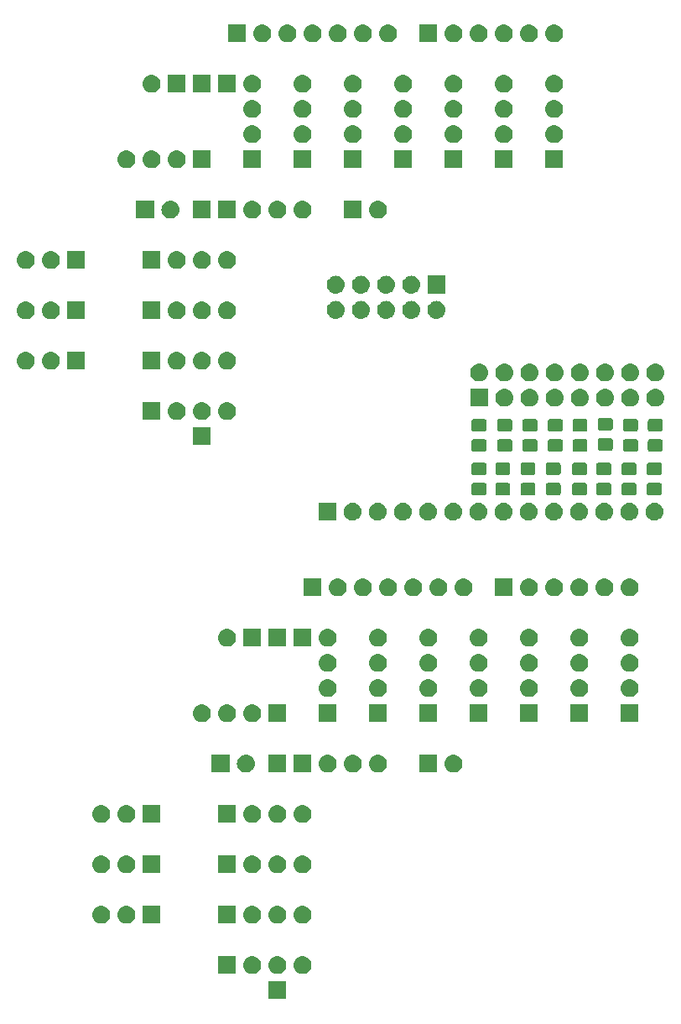
<source format=gbr>
G04 #@! TF.GenerationSoftware,KiCad,Pcbnew,5.0.1*
G04 #@! TF.CreationDate,2018-10-26T18:06:02+02:00*
G04 #@! TF.ProjectId,combine,636F6D62696E652E6B696361645F7063,rev?*
G04 #@! TF.SameCoordinates,Original*
G04 #@! TF.FileFunction,Soldermask,Top*
G04 #@! TF.FilePolarity,Negative*
%FSLAX46Y46*%
G04 Gerber Fmt 4.6, Leading zero omitted, Abs format (unit mm)*
G04 Created by KiCad (PCBNEW 5.0.1) date Fri 26 Oct 2018 06:06:02 PM CEST*
%MOMM*%
%LPD*%
G01*
G04 APERTURE LIST*
%ADD10C,0.100000*%
G04 APERTURE END LIST*
D10*
G36*
X61861000Y-143141000D02*
X60059000Y-143141000D01*
X60059000Y-141339000D01*
X61861000Y-141339000D01*
X61861000Y-143141000D01*
X61861000Y-143141000D01*
G37*
G36*
X63610442Y-138805518D02*
X63676627Y-138812037D01*
X63789853Y-138846384D01*
X63846467Y-138863557D01*
X63985087Y-138937652D01*
X64002991Y-138947222D01*
X64038729Y-138976552D01*
X64140186Y-139059814D01*
X64223448Y-139161271D01*
X64252778Y-139197009D01*
X64252779Y-139197011D01*
X64336443Y-139353533D01*
X64336443Y-139353534D01*
X64387963Y-139523373D01*
X64405359Y-139700000D01*
X64387963Y-139876627D01*
X64353616Y-139989853D01*
X64336443Y-140046467D01*
X64262348Y-140185087D01*
X64252778Y-140202991D01*
X64223448Y-140238729D01*
X64140186Y-140340186D01*
X64038729Y-140423448D01*
X64002991Y-140452778D01*
X64002989Y-140452779D01*
X63846467Y-140536443D01*
X63789853Y-140553616D01*
X63676627Y-140587963D01*
X63610442Y-140594482D01*
X63544260Y-140601000D01*
X63455740Y-140601000D01*
X63389558Y-140594482D01*
X63323373Y-140587963D01*
X63210147Y-140553616D01*
X63153533Y-140536443D01*
X62997011Y-140452779D01*
X62997009Y-140452778D01*
X62961271Y-140423448D01*
X62859814Y-140340186D01*
X62776552Y-140238729D01*
X62747222Y-140202991D01*
X62737652Y-140185087D01*
X62663557Y-140046467D01*
X62646384Y-139989853D01*
X62612037Y-139876627D01*
X62594641Y-139700000D01*
X62612037Y-139523373D01*
X62663557Y-139353534D01*
X62663557Y-139353533D01*
X62747221Y-139197011D01*
X62747222Y-139197009D01*
X62776552Y-139161271D01*
X62859814Y-139059814D01*
X62961271Y-138976552D01*
X62997009Y-138947222D01*
X63014913Y-138937652D01*
X63153533Y-138863557D01*
X63210147Y-138846384D01*
X63323373Y-138812037D01*
X63389558Y-138805518D01*
X63455740Y-138799000D01*
X63544260Y-138799000D01*
X63610442Y-138805518D01*
X63610442Y-138805518D01*
G37*
G36*
X58530442Y-138805518D02*
X58596627Y-138812037D01*
X58709853Y-138846384D01*
X58766467Y-138863557D01*
X58905087Y-138937652D01*
X58922991Y-138947222D01*
X58958729Y-138976552D01*
X59060186Y-139059814D01*
X59143448Y-139161271D01*
X59172778Y-139197009D01*
X59172779Y-139197011D01*
X59256443Y-139353533D01*
X59256443Y-139353534D01*
X59307963Y-139523373D01*
X59325359Y-139700000D01*
X59307963Y-139876627D01*
X59273616Y-139989853D01*
X59256443Y-140046467D01*
X59182348Y-140185087D01*
X59172778Y-140202991D01*
X59143448Y-140238729D01*
X59060186Y-140340186D01*
X58958729Y-140423448D01*
X58922991Y-140452778D01*
X58922989Y-140452779D01*
X58766467Y-140536443D01*
X58709853Y-140553616D01*
X58596627Y-140587963D01*
X58530442Y-140594482D01*
X58464260Y-140601000D01*
X58375740Y-140601000D01*
X58309558Y-140594482D01*
X58243373Y-140587963D01*
X58130147Y-140553616D01*
X58073533Y-140536443D01*
X57917011Y-140452779D01*
X57917009Y-140452778D01*
X57881271Y-140423448D01*
X57779814Y-140340186D01*
X57696552Y-140238729D01*
X57667222Y-140202991D01*
X57657652Y-140185087D01*
X57583557Y-140046467D01*
X57566384Y-139989853D01*
X57532037Y-139876627D01*
X57514641Y-139700000D01*
X57532037Y-139523373D01*
X57583557Y-139353534D01*
X57583557Y-139353533D01*
X57667221Y-139197011D01*
X57667222Y-139197009D01*
X57696552Y-139161271D01*
X57779814Y-139059814D01*
X57881271Y-138976552D01*
X57917009Y-138947222D01*
X57934913Y-138937652D01*
X58073533Y-138863557D01*
X58130147Y-138846384D01*
X58243373Y-138812037D01*
X58309558Y-138805518D01*
X58375740Y-138799000D01*
X58464260Y-138799000D01*
X58530442Y-138805518D01*
X58530442Y-138805518D01*
G37*
G36*
X56781000Y-140601000D02*
X54979000Y-140601000D01*
X54979000Y-138799000D01*
X56781000Y-138799000D01*
X56781000Y-140601000D01*
X56781000Y-140601000D01*
G37*
G36*
X61070442Y-138805518D02*
X61136627Y-138812037D01*
X61249853Y-138846384D01*
X61306467Y-138863557D01*
X61445087Y-138937652D01*
X61462991Y-138947222D01*
X61498729Y-138976552D01*
X61600186Y-139059814D01*
X61683448Y-139161271D01*
X61712778Y-139197009D01*
X61712779Y-139197011D01*
X61796443Y-139353533D01*
X61796443Y-139353534D01*
X61847963Y-139523373D01*
X61865359Y-139700000D01*
X61847963Y-139876627D01*
X61813616Y-139989853D01*
X61796443Y-140046467D01*
X61722348Y-140185087D01*
X61712778Y-140202991D01*
X61683448Y-140238729D01*
X61600186Y-140340186D01*
X61498729Y-140423448D01*
X61462991Y-140452778D01*
X61462989Y-140452779D01*
X61306467Y-140536443D01*
X61249853Y-140553616D01*
X61136627Y-140587963D01*
X61070442Y-140594482D01*
X61004260Y-140601000D01*
X60915740Y-140601000D01*
X60849558Y-140594482D01*
X60783373Y-140587963D01*
X60670147Y-140553616D01*
X60613533Y-140536443D01*
X60457011Y-140452779D01*
X60457009Y-140452778D01*
X60421271Y-140423448D01*
X60319814Y-140340186D01*
X60236552Y-140238729D01*
X60207222Y-140202991D01*
X60197652Y-140185087D01*
X60123557Y-140046467D01*
X60106384Y-139989853D01*
X60072037Y-139876627D01*
X60054641Y-139700000D01*
X60072037Y-139523373D01*
X60123557Y-139353534D01*
X60123557Y-139353533D01*
X60207221Y-139197011D01*
X60207222Y-139197009D01*
X60236552Y-139161271D01*
X60319814Y-139059814D01*
X60421271Y-138976552D01*
X60457009Y-138947222D01*
X60474913Y-138937652D01*
X60613533Y-138863557D01*
X60670147Y-138846384D01*
X60783373Y-138812037D01*
X60849558Y-138805518D01*
X60915740Y-138799000D01*
X61004260Y-138799000D01*
X61070442Y-138805518D01*
X61070442Y-138805518D01*
G37*
G36*
X56781000Y-135521000D02*
X54979000Y-135521000D01*
X54979000Y-133719000D01*
X56781000Y-133719000D01*
X56781000Y-135521000D01*
X56781000Y-135521000D01*
G37*
G36*
X49161000Y-135521000D02*
X47359000Y-135521000D01*
X47359000Y-133719000D01*
X49161000Y-133719000D01*
X49161000Y-135521000D01*
X49161000Y-135521000D01*
G37*
G36*
X45830443Y-133725519D02*
X45896627Y-133732037D01*
X46009853Y-133766384D01*
X46066467Y-133783557D01*
X46205087Y-133857652D01*
X46222991Y-133867222D01*
X46258729Y-133896552D01*
X46360186Y-133979814D01*
X46443448Y-134081271D01*
X46472778Y-134117009D01*
X46472779Y-134117011D01*
X46556443Y-134273533D01*
X46556443Y-134273534D01*
X46607963Y-134443373D01*
X46625359Y-134620000D01*
X46607963Y-134796627D01*
X46573616Y-134909853D01*
X46556443Y-134966467D01*
X46482348Y-135105087D01*
X46472778Y-135122991D01*
X46443448Y-135158729D01*
X46360186Y-135260186D01*
X46258729Y-135343448D01*
X46222991Y-135372778D01*
X46222989Y-135372779D01*
X46066467Y-135456443D01*
X46009853Y-135473616D01*
X45896627Y-135507963D01*
X45830443Y-135514481D01*
X45764260Y-135521000D01*
X45675740Y-135521000D01*
X45609557Y-135514481D01*
X45543373Y-135507963D01*
X45430147Y-135473616D01*
X45373533Y-135456443D01*
X45217011Y-135372779D01*
X45217009Y-135372778D01*
X45181271Y-135343448D01*
X45079814Y-135260186D01*
X44996552Y-135158729D01*
X44967222Y-135122991D01*
X44957652Y-135105087D01*
X44883557Y-134966467D01*
X44866384Y-134909853D01*
X44832037Y-134796627D01*
X44814641Y-134620000D01*
X44832037Y-134443373D01*
X44883557Y-134273534D01*
X44883557Y-134273533D01*
X44967221Y-134117011D01*
X44967222Y-134117009D01*
X44996552Y-134081271D01*
X45079814Y-133979814D01*
X45181271Y-133896552D01*
X45217009Y-133867222D01*
X45234913Y-133857652D01*
X45373533Y-133783557D01*
X45430147Y-133766384D01*
X45543373Y-133732037D01*
X45609557Y-133725519D01*
X45675740Y-133719000D01*
X45764260Y-133719000D01*
X45830443Y-133725519D01*
X45830443Y-133725519D01*
G37*
G36*
X43290443Y-133725519D02*
X43356627Y-133732037D01*
X43469853Y-133766384D01*
X43526467Y-133783557D01*
X43665087Y-133857652D01*
X43682991Y-133867222D01*
X43718729Y-133896552D01*
X43820186Y-133979814D01*
X43903448Y-134081271D01*
X43932778Y-134117009D01*
X43932779Y-134117011D01*
X44016443Y-134273533D01*
X44016443Y-134273534D01*
X44067963Y-134443373D01*
X44085359Y-134620000D01*
X44067963Y-134796627D01*
X44033616Y-134909853D01*
X44016443Y-134966467D01*
X43942348Y-135105087D01*
X43932778Y-135122991D01*
X43903448Y-135158729D01*
X43820186Y-135260186D01*
X43718729Y-135343448D01*
X43682991Y-135372778D01*
X43682989Y-135372779D01*
X43526467Y-135456443D01*
X43469853Y-135473616D01*
X43356627Y-135507963D01*
X43290443Y-135514481D01*
X43224260Y-135521000D01*
X43135740Y-135521000D01*
X43069557Y-135514481D01*
X43003373Y-135507963D01*
X42890147Y-135473616D01*
X42833533Y-135456443D01*
X42677011Y-135372779D01*
X42677009Y-135372778D01*
X42641271Y-135343448D01*
X42539814Y-135260186D01*
X42456552Y-135158729D01*
X42427222Y-135122991D01*
X42417652Y-135105087D01*
X42343557Y-134966467D01*
X42326384Y-134909853D01*
X42292037Y-134796627D01*
X42274641Y-134620000D01*
X42292037Y-134443373D01*
X42343557Y-134273534D01*
X42343557Y-134273533D01*
X42427221Y-134117011D01*
X42427222Y-134117009D01*
X42456552Y-134081271D01*
X42539814Y-133979814D01*
X42641271Y-133896552D01*
X42677009Y-133867222D01*
X42694913Y-133857652D01*
X42833533Y-133783557D01*
X42890147Y-133766384D01*
X43003373Y-133732037D01*
X43069557Y-133725519D01*
X43135740Y-133719000D01*
X43224260Y-133719000D01*
X43290443Y-133725519D01*
X43290443Y-133725519D01*
G37*
G36*
X63610443Y-133725519D02*
X63676627Y-133732037D01*
X63789853Y-133766384D01*
X63846467Y-133783557D01*
X63985087Y-133857652D01*
X64002991Y-133867222D01*
X64038729Y-133896552D01*
X64140186Y-133979814D01*
X64223448Y-134081271D01*
X64252778Y-134117009D01*
X64252779Y-134117011D01*
X64336443Y-134273533D01*
X64336443Y-134273534D01*
X64387963Y-134443373D01*
X64405359Y-134620000D01*
X64387963Y-134796627D01*
X64353616Y-134909853D01*
X64336443Y-134966467D01*
X64262348Y-135105087D01*
X64252778Y-135122991D01*
X64223448Y-135158729D01*
X64140186Y-135260186D01*
X64038729Y-135343448D01*
X64002991Y-135372778D01*
X64002989Y-135372779D01*
X63846467Y-135456443D01*
X63789853Y-135473616D01*
X63676627Y-135507963D01*
X63610443Y-135514481D01*
X63544260Y-135521000D01*
X63455740Y-135521000D01*
X63389557Y-135514481D01*
X63323373Y-135507963D01*
X63210147Y-135473616D01*
X63153533Y-135456443D01*
X62997011Y-135372779D01*
X62997009Y-135372778D01*
X62961271Y-135343448D01*
X62859814Y-135260186D01*
X62776552Y-135158729D01*
X62747222Y-135122991D01*
X62737652Y-135105087D01*
X62663557Y-134966467D01*
X62646384Y-134909853D01*
X62612037Y-134796627D01*
X62594641Y-134620000D01*
X62612037Y-134443373D01*
X62663557Y-134273534D01*
X62663557Y-134273533D01*
X62747221Y-134117011D01*
X62747222Y-134117009D01*
X62776552Y-134081271D01*
X62859814Y-133979814D01*
X62961271Y-133896552D01*
X62997009Y-133867222D01*
X63014913Y-133857652D01*
X63153533Y-133783557D01*
X63210147Y-133766384D01*
X63323373Y-133732037D01*
X63389557Y-133725519D01*
X63455740Y-133719000D01*
X63544260Y-133719000D01*
X63610443Y-133725519D01*
X63610443Y-133725519D01*
G37*
G36*
X61070443Y-133725519D02*
X61136627Y-133732037D01*
X61249853Y-133766384D01*
X61306467Y-133783557D01*
X61445087Y-133857652D01*
X61462991Y-133867222D01*
X61498729Y-133896552D01*
X61600186Y-133979814D01*
X61683448Y-134081271D01*
X61712778Y-134117009D01*
X61712779Y-134117011D01*
X61796443Y-134273533D01*
X61796443Y-134273534D01*
X61847963Y-134443373D01*
X61865359Y-134620000D01*
X61847963Y-134796627D01*
X61813616Y-134909853D01*
X61796443Y-134966467D01*
X61722348Y-135105087D01*
X61712778Y-135122991D01*
X61683448Y-135158729D01*
X61600186Y-135260186D01*
X61498729Y-135343448D01*
X61462991Y-135372778D01*
X61462989Y-135372779D01*
X61306467Y-135456443D01*
X61249853Y-135473616D01*
X61136627Y-135507963D01*
X61070443Y-135514481D01*
X61004260Y-135521000D01*
X60915740Y-135521000D01*
X60849557Y-135514481D01*
X60783373Y-135507963D01*
X60670147Y-135473616D01*
X60613533Y-135456443D01*
X60457011Y-135372779D01*
X60457009Y-135372778D01*
X60421271Y-135343448D01*
X60319814Y-135260186D01*
X60236552Y-135158729D01*
X60207222Y-135122991D01*
X60197652Y-135105087D01*
X60123557Y-134966467D01*
X60106384Y-134909853D01*
X60072037Y-134796627D01*
X60054641Y-134620000D01*
X60072037Y-134443373D01*
X60123557Y-134273534D01*
X60123557Y-134273533D01*
X60207221Y-134117011D01*
X60207222Y-134117009D01*
X60236552Y-134081271D01*
X60319814Y-133979814D01*
X60421271Y-133896552D01*
X60457009Y-133867222D01*
X60474913Y-133857652D01*
X60613533Y-133783557D01*
X60670147Y-133766384D01*
X60783373Y-133732037D01*
X60849557Y-133725519D01*
X60915740Y-133719000D01*
X61004260Y-133719000D01*
X61070443Y-133725519D01*
X61070443Y-133725519D01*
G37*
G36*
X58530443Y-133725519D02*
X58596627Y-133732037D01*
X58709853Y-133766384D01*
X58766467Y-133783557D01*
X58905087Y-133857652D01*
X58922991Y-133867222D01*
X58958729Y-133896552D01*
X59060186Y-133979814D01*
X59143448Y-134081271D01*
X59172778Y-134117009D01*
X59172779Y-134117011D01*
X59256443Y-134273533D01*
X59256443Y-134273534D01*
X59307963Y-134443373D01*
X59325359Y-134620000D01*
X59307963Y-134796627D01*
X59273616Y-134909853D01*
X59256443Y-134966467D01*
X59182348Y-135105087D01*
X59172778Y-135122991D01*
X59143448Y-135158729D01*
X59060186Y-135260186D01*
X58958729Y-135343448D01*
X58922991Y-135372778D01*
X58922989Y-135372779D01*
X58766467Y-135456443D01*
X58709853Y-135473616D01*
X58596627Y-135507963D01*
X58530443Y-135514481D01*
X58464260Y-135521000D01*
X58375740Y-135521000D01*
X58309557Y-135514481D01*
X58243373Y-135507963D01*
X58130147Y-135473616D01*
X58073533Y-135456443D01*
X57917011Y-135372779D01*
X57917009Y-135372778D01*
X57881271Y-135343448D01*
X57779814Y-135260186D01*
X57696552Y-135158729D01*
X57667222Y-135122991D01*
X57657652Y-135105087D01*
X57583557Y-134966467D01*
X57566384Y-134909853D01*
X57532037Y-134796627D01*
X57514641Y-134620000D01*
X57532037Y-134443373D01*
X57583557Y-134273534D01*
X57583557Y-134273533D01*
X57667221Y-134117011D01*
X57667222Y-134117009D01*
X57696552Y-134081271D01*
X57779814Y-133979814D01*
X57881271Y-133896552D01*
X57917009Y-133867222D01*
X57934913Y-133857652D01*
X58073533Y-133783557D01*
X58130147Y-133766384D01*
X58243373Y-133732037D01*
X58309557Y-133725519D01*
X58375740Y-133719000D01*
X58464260Y-133719000D01*
X58530443Y-133725519D01*
X58530443Y-133725519D01*
G37*
G36*
X63610443Y-128645519D02*
X63676627Y-128652037D01*
X63789853Y-128686384D01*
X63846467Y-128703557D01*
X63985087Y-128777652D01*
X64002991Y-128787222D01*
X64038729Y-128816552D01*
X64140186Y-128899814D01*
X64223448Y-129001271D01*
X64252778Y-129037009D01*
X64252779Y-129037011D01*
X64336443Y-129193533D01*
X64336443Y-129193534D01*
X64387963Y-129363373D01*
X64405359Y-129540000D01*
X64387963Y-129716627D01*
X64353616Y-129829853D01*
X64336443Y-129886467D01*
X64262348Y-130025087D01*
X64252778Y-130042991D01*
X64223448Y-130078729D01*
X64140186Y-130180186D01*
X64038729Y-130263448D01*
X64002991Y-130292778D01*
X64002989Y-130292779D01*
X63846467Y-130376443D01*
X63789853Y-130393616D01*
X63676627Y-130427963D01*
X63610443Y-130434481D01*
X63544260Y-130441000D01*
X63455740Y-130441000D01*
X63389557Y-130434481D01*
X63323373Y-130427963D01*
X63210147Y-130393616D01*
X63153533Y-130376443D01*
X62997011Y-130292779D01*
X62997009Y-130292778D01*
X62961271Y-130263448D01*
X62859814Y-130180186D01*
X62776552Y-130078729D01*
X62747222Y-130042991D01*
X62737652Y-130025087D01*
X62663557Y-129886467D01*
X62646384Y-129829853D01*
X62612037Y-129716627D01*
X62594641Y-129540000D01*
X62612037Y-129363373D01*
X62663557Y-129193534D01*
X62663557Y-129193533D01*
X62747221Y-129037011D01*
X62747222Y-129037009D01*
X62776552Y-129001271D01*
X62859814Y-128899814D01*
X62961271Y-128816552D01*
X62997009Y-128787222D01*
X63014913Y-128777652D01*
X63153533Y-128703557D01*
X63210147Y-128686384D01*
X63323373Y-128652037D01*
X63389557Y-128645519D01*
X63455740Y-128639000D01*
X63544260Y-128639000D01*
X63610443Y-128645519D01*
X63610443Y-128645519D01*
G37*
G36*
X49161000Y-130441000D02*
X47359000Y-130441000D01*
X47359000Y-128639000D01*
X49161000Y-128639000D01*
X49161000Y-130441000D01*
X49161000Y-130441000D01*
G37*
G36*
X45830443Y-128645519D02*
X45896627Y-128652037D01*
X46009853Y-128686384D01*
X46066467Y-128703557D01*
X46205087Y-128777652D01*
X46222991Y-128787222D01*
X46258729Y-128816552D01*
X46360186Y-128899814D01*
X46443448Y-129001271D01*
X46472778Y-129037009D01*
X46472779Y-129037011D01*
X46556443Y-129193533D01*
X46556443Y-129193534D01*
X46607963Y-129363373D01*
X46625359Y-129540000D01*
X46607963Y-129716627D01*
X46573616Y-129829853D01*
X46556443Y-129886467D01*
X46482348Y-130025087D01*
X46472778Y-130042991D01*
X46443448Y-130078729D01*
X46360186Y-130180186D01*
X46258729Y-130263448D01*
X46222991Y-130292778D01*
X46222989Y-130292779D01*
X46066467Y-130376443D01*
X46009853Y-130393616D01*
X45896627Y-130427963D01*
X45830443Y-130434481D01*
X45764260Y-130441000D01*
X45675740Y-130441000D01*
X45609557Y-130434481D01*
X45543373Y-130427963D01*
X45430147Y-130393616D01*
X45373533Y-130376443D01*
X45217011Y-130292779D01*
X45217009Y-130292778D01*
X45181271Y-130263448D01*
X45079814Y-130180186D01*
X44996552Y-130078729D01*
X44967222Y-130042991D01*
X44957652Y-130025087D01*
X44883557Y-129886467D01*
X44866384Y-129829853D01*
X44832037Y-129716627D01*
X44814641Y-129540000D01*
X44832037Y-129363373D01*
X44883557Y-129193534D01*
X44883557Y-129193533D01*
X44967221Y-129037011D01*
X44967222Y-129037009D01*
X44996552Y-129001271D01*
X45079814Y-128899814D01*
X45181271Y-128816552D01*
X45217009Y-128787222D01*
X45234913Y-128777652D01*
X45373533Y-128703557D01*
X45430147Y-128686384D01*
X45543373Y-128652037D01*
X45609557Y-128645519D01*
X45675740Y-128639000D01*
X45764260Y-128639000D01*
X45830443Y-128645519D01*
X45830443Y-128645519D01*
G37*
G36*
X43290443Y-128645519D02*
X43356627Y-128652037D01*
X43469853Y-128686384D01*
X43526467Y-128703557D01*
X43665087Y-128777652D01*
X43682991Y-128787222D01*
X43718729Y-128816552D01*
X43820186Y-128899814D01*
X43903448Y-129001271D01*
X43932778Y-129037009D01*
X43932779Y-129037011D01*
X44016443Y-129193533D01*
X44016443Y-129193534D01*
X44067963Y-129363373D01*
X44085359Y-129540000D01*
X44067963Y-129716627D01*
X44033616Y-129829853D01*
X44016443Y-129886467D01*
X43942348Y-130025087D01*
X43932778Y-130042991D01*
X43903448Y-130078729D01*
X43820186Y-130180186D01*
X43718729Y-130263448D01*
X43682991Y-130292778D01*
X43682989Y-130292779D01*
X43526467Y-130376443D01*
X43469853Y-130393616D01*
X43356627Y-130427963D01*
X43290443Y-130434481D01*
X43224260Y-130441000D01*
X43135740Y-130441000D01*
X43069557Y-130434481D01*
X43003373Y-130427963D01*
X42890147Y-130393616D01*
X42833533Y-130376443D01*
X42677011Y-130292779D01*
X42677009Y-130292778D01*
X42641271Y-130263448D01*
X42539814Y-130180186D01*
X42456552Y-130078729D01*
X42427222Y-130042991D01*
X42417652Y-130025087D01*
X42343557Y-129886467D01*
X42326384Y-129829853D01*
X42292037Y-129716627D01*
X42274641Y-129540000D01*
X42292037Y-129363373D01*
X42343557Y-129193534D01*
X42343557Y-129193533D01*
X42427221Y-129037011D01*
X42427222Y-129037009D01*
X42456552Y-129001271D01*
X42539814Y-128899814D01*
X42641271Y-128816552D01*
X42677009Y-128787222D01*
X42694913Y-128777652D01*
X42833533Y-128703557D01*
X42890147Y-128686384D01*
X43003373Y-128652037D01*
X43069557Y-128645519D01*
X43135740Y-128639000D01*
X43224260Y-128639000D01*
X43290443Y-128645519D01*
X43290443Y-128645519D01*
G37*
G36*
X61070443Y-128645519D02*
X61136627Y-128652037D01*
X61249853Y-128686384D01*
X61306467Y-128703557D01*
X61445087Y-128777652D01*
X61462991Y-128787222D01*
X61498729Y-128816552D01*
X61600186Y-128899814D01*
X61683448Y-129001271D01*
X61712778Y-129037009D01*
X61712779Y-129037011D01*
X61796443Y-129193533D01*
X61796443Y-129193534D01*
X61847963Y-129363373D01*
X61865359Y-129540000D01*
X61847963Y-129716627D01*
X61813616Y-129829853D01*
X61796443Y-129886467D01*
X61722348Y-130025087D01*
X61712778Y-130042991D01*
X61683448Y-130078729D01*
X61600186Y-130180186D01*
X61498729Y-130263448D01*
X61462991Y-130292778D01*
X61462989Y-130292779D01*
X61306467Y-130376443D01*
X61249853Y-130393616D01*
X61136627Y-130427963D01*
X61070443Y-130434481D01*
X61004260Y-130441000D01*
X60915740Y-130441000D01*
X60849557Y-130434481D01*
X60783373Y-130427963D01*
X60670147Y-130393616D01*
X60613533Y-130376443D01*
X60457011Y-130292779D01*
X60457009Y-130292778D01*
X60421271Y-130263448D01*
X60319814Y-130180186D01*
X60236552Y-130078729D01*
X60207222Y-130042991D01*
X60197652Y-130025087D01*
X60123557Y-129886467D01*
X60106384Y-129829853D01*
X60072037Y-129716627D01*
X60054641Y-129540000D01*
X60072037Y-129363373D01*
X60123557Y-129193534D01*
X60123557Y-129193533D01*
X60207221Y-129037011D01*
X60207222Y-129037009D01*
X60236552Y-129001271D01*
X60319814Y-128899814D01*
X60421271Y-128816552D01*
X60457009Y-128787222D01*
X60474913Y-128777652D01*
X60613533Y-128703557D01*
X60670147Y-128686384D01*
X60783373Y-128652037D01*
X60849557Y-128645519D01*
X60915740Y-128639000D01*
X61004260Y-128639000D01*
X61070443Y-128645519D01*
X61070443Y-128645519D01*
G37*
G36*
X58530443Y-128645519D02*
X58596627Y-128652037D01*
X58709853Y-128686384D01*
X58766467Y-128703557D01*
X58905087Y-128777652D01*
X58922991Y-128787222D01*
X58958729Y-128816552D01*
X59060186Y-128899814D01*
X59143448Y-129001271D01*
X59172778Y-129037009D01*
X59172779Y-129037011D01*
X59256443Y-129193533D01*
X59256443Y-129193534D01*
X59307963Y-129363373D01*
X59325359Y-129540000D01*
X59307963Y-129716627D01*
X59273616Y-129829853D01*
X59256443Y-129886467D01*
X59182348Y-130025087D01*
X59172778Y-130042991D01*
X59143448Y-130078729D01*
X59060186Y-130180186D01*
X58958729Y-130263448D01*
X58922991Y-130292778D01*
X58922989Y-130292779D01*
X58766467Y-130376443D01*
X58709853Y-130393616D01*
X58596627Y-130427963D01*
X58530443Y-130434481D01*
X58464260Y-130441000D01*
X58375740Y-130441000D01*
X58309557Y-130434481D01*
X58243373Y-130427963D01*
X58130147Y-130393616D01*
X58073533Y-130376443D01*
X57917011Y-130292779D01*
X57917009Y-130292778D01*
X57881271Y-130263448D01*
X57779814Y-130180186D01*
X57696552Y-130078729D01*
X57667222Y-130042991D01*
X57657652Y-130025087D01*
X57583557Y-129886467D01*
X57566384Y-129829853D01*
X57532037Y-129716627D01*
X57514641Y-129540000D01*
X57532037Y-129363373D01*
X57583557Y-129193534D01*
X57583557Y-129193533D01*
X57667221Y-129037011D01*
X57667222Y-129037009D01*
X57696552Y-129001271D01*
X57779814Y-128899814D01*
X57881271Y-128816552D01*
X57917009Y-128787222D01*
X57934913Y-128777652D01*
X58073533Y-128703557D01*
X58130147Y-128686384D01*
X58243373Y-128652037D01*
X58309557Y-128645519D01*
X58375740Y-128639000D01*
X58464260Y-128639000D01*
X58530443Y-128645519D01*
X58530443Y-128645519D01*
G37*
G36*
X56781000Y-130441000D02*
X54979000Y-130441000D01*
X54979000Y-128639000D01*
X56781000Y-128639000D01*
X56781000Y-130441000D01*
X56781000Y-130441000D01*
G37*
G36*
X49161000Y-125361000D02*
X47359000Y-125361000D01*
X47359000Y-123559000D01*
X49161000Y-123559000D01*
X49161000Y-125361000D01*
X49161000Y-125361000D01*
G37*
G36*
X63610442Y-123565518D02*
X63676627Y-123572037D01*
X63789853Y-123606384D01*
X63846467Y-123623557D01*
X63985087Y-123697652D01*
X64002991Y-123707222D01*
X64038729Y-123736552D01*
X64140186Y-123819814D01*
X64223448Y-123921271D01*
X64252778Y-123957009D01*
X64252779Y-123957011D01*
X64336443Y-124113533D01*
X64336443Y-124113534D01*
X64387963Y-124283373D01*
X64405359Y-124460000D01*
X64387963Y-124636627D01*
X64353616Y-124749853D01*
X64336443Y-124806467D01*
X64262348Y-124945087D01*
X64252778Y-124962991D01*
X64223448Y-124998729D01*
X64140186Y-125100186D01*
X64038729Y-125183448D01*
X64002991Y-125212778D01*
X64002989Y-125212779D01*
X63846467Y-125296443D01*
X63789853Y-125313616D01*
X63676627Y-125347963D01*
X63610442Y-125354482D01*
X63544260Y-125361000D01*
X63455740Y-125361000D01*
X63389558Y-125354482D01*
X63323373Y-125347963D01*
X63210147Y-125313616D01*
X63153533Y-125296443D01*
X62997011Y-125212779D01*
X62997009Y-125212778D01*
X62961271Y-125183448D01*
X62859814Y-125100186D01*
X62776552Y-124998729D01*
X62747222Y-124962991D01*
X62737652Y-124945087D01*
X62663557Y-124806467D01*
X62646384Y-124749853D01*
X62612037Y-124636627D01*
X62594641Y-124460000D01*
X62612037Y-124283373D01*
X62663557Y-124113534D01*
X62663557Y-124113533D01*
X62747221Y-123957011D01*
X62747222Y-123957009D01*
X62776552Y-123921271D01*
X62859814Y-123819814D01*
X62961271Y-123736552D01*
X62997009Y-123707222D01*
X63014913Y-123697652D01*
X63153533Y-123623557D01*
X63210147Y-123606384D01*
X63323373Y-123572037D01*
X63389558Y-123565518D01*
X63455740Y-123559000D01*
X63544260Y-123559000D01*
X63610442Y-123565518D01*
X63610442Y-123565518D01*
G37*
G36*
X61070442Y-123565518D02*
X61136627Y-123572037D01*
X61249853Y-123606384D01*
X61306467Y-123623557D01*
X61445087Y-123697652D01*
X61462991Y-123707222D01*
X61498729Y-123736552D01*
X61600186Y-123819814D01*
X61683448Y-123921271D01*
X61712778Y-123957009D01*
X61712779Y-123957011D01*
X61796443Y-124113533D01*
X61796443Y-124113534D01*
X61847963Y-124283373D01*
X61865359Y-124460000D01*
X61847963Y-124636627D01*
X61813616Y-124749853D01*
X61796443Y-124806467D01*
X61722348Y-124945087D01*
X61712778Y-124962991D01*
X61683448Y-124998729D01*
X61600186Y-125100186D01*
X61498729Y-125183448D01*
X61462991Y-125212778D01*
X61462989Y-125212779D01*
X61306467Y-125296443D01*
X61249853Y-125313616D01*
X61136627Y-125347963D01*
X61070442Y-125354482D01*
X61004260Y-125361000D01*
X60915740Y-125361000D01*
X60849558Y-125354482D01*
X60783373Y-125347963D01*
X60670147Y-125313616D01*
X60613533Y-125296443D01*
X60457011Y-125212779D01*
X60457009Y-125212778D01*
X60421271Y-125183448D01*
X60319814Y-125100186D01*
X60236552Y-124998729D01*
X60207222Y-124962991D01*
X60197652Y-124945087D01*
X60123557Y-124806467D01*
X60106384Y-124749853D01*
X60072037Y-124636627D01*
X60054641Y-124460000D01*
X60072037Y-124283373D01*
X60123557Y-124113534D01*
X60123557Y-124113533D01*
X60207221Y-123957011D01*
X60207222Y-123957009D01*
X60236552Y-123921271D01*
X60319814Y-123819814D01*
X60421271Y-123736552D01*
X60457009Y-123707222D01*
X60474913Y-123697652D01*
X60613533Y-123623557D01*
X60670147Y-123606384D01*
X60783373Y-123572037D01*
X60849558Y-123565518D01*
X60915740Y-123559000D01*
X61004260Y-123559000D01*
X61070442Y-123565518D01*
X61070442Y-123565518D01*
G37*
G36*
X58530442Y-123565518D02*
X58596627Y-123572037D01*
X58709853Y-123606384D01*
X58766467Y-123623557D01*
X58905087Y-123697652D01*
X58922991Y-123707222D01*
X58958729Y-123736552D01*
X59060186Y-123819814D01*
X59143448Y-123921271D01*
X59172778Y-123957009D01*
X59172779Y-123957011D01*
X59256443Y-124113533D01*
X59256443Y-124113534D01*
X59307963Y-124283373D01*
X59325359Y-124460000D01*
X59307963Y-124636627D01*
X59273616Y-124749853D01*
X59256443Y-124806467D01*
X59182348Y-124945087D01*
X59172778Y-124962991D01*
X59143448Y-124998729D01*
X59060186Y-125100186D01*
X58958729Y-125183448D01*
X58922991Y-125212778D01*
X58922989Y-125212779D01*
X58766467Y-125296443D01*
X58709853Y-125313616D01*
X58596627Y-125347963D01*
X58530442Y-125354482D01*
X58464260Y-125361000D01*
X58375740Y-125361000D01*
X58309558Y-125354482D01*
X58243373Y-125347963D01*
X58130147Y-125313616D01*
X58073533Y-125296443D01*
X57917011Y-125212779D01*
X57917009Y-125212778D01*
X57881271Y-125183448D01*
X57779814Y-125100186D01*
X57696552Y-124998729D01*
X57667222Y-124962991D01*
X57657652Y-124945087D01*
X57583557Y-124806467D01*
X57566384Y-124749853D01*
X57532037Y-124636627D01*
X57514641Y-124460000D01*
X57532037Y-124283373D01*
X57583557Y-124113534D01*
X57583557Y-124113533D01*
X57667221Y-123957011D01*
X57667222Y-123957009D01*
X57696552Y-123921271D01*
X57779814Y-123819814D01*
X57881271Y-123736552D01*
X57917009Y-123707222D01*
X57934913Y-123697652D01*
X58073533Y-123623557D01*
X58130147Y-123606384D01*
X58243373Y-123572037D01*
X58309558Y-123565518D01*
X58375740Y-123559000D01*
X58464260Y-123559000D01*
X58530442Y-123565518D01*
X58530442Y-123565518D01*
G37*
G36*
X56781000Y-125361000D02*
X54979000Y-125361000D01*
X54979000Y-123559000D01*
X56781000Y-123559000D01*
X56781000Y-125361000D01*
X56781000Y-125361000D01*
G37*
G36*
X45830442Y-123565518D02*
X45896627Y-123572037D01*
X46009853Y-123606384D01*
X46066467Y-123623557D01*
X46205087Y-123697652D01*
X46222991Y-123707222D01*
X46258729Y-123736552D01*
X46360186Y-123819814D01*
X46443448Y-123921271D01*
X46472778Y-123957009D01*
X46472779Y-123957011D01*
X46556443Y-124113533D01*
X46556443Y-124113534D01*
X46607963Y-124283373D01*
X46625359Y-124460000D01*
X46607963Y-124636627D01*
X46573616Y-124749853D01*
X46556443Y-124806467D01*
X46482348Y-124945087D01*
X46472778Y-124962991D01*
X46443448Y-124998729D01*
X46360186Y-125100186D01*
X46258729Y-125183448D01*
X46222991Y-125212778D01*
X46222989Y-125212779D01*
X46066467Y-125296443D01*
X46009853Y-125313616D01*
X45896627Y-125347963D01*
X45830442Y-125354482D01*
X45764260Y-125361000D01*
X45675740Y-125361000D01*
X45609558Y-125354482D01*
X45543373Y-125347963D01*
X45430147Y-125313616D01*
X45373533Y-125296443D01*
X45217011Y-125212779D01*
X45217009Y-125212778D01*
X45181271Y-125183448D01*
X45079814Y-125100186D01*
X44996552Y-124998729D01*
X44967222Y-124962991D01*
X44957652Y-124945087D01*
X44883557Y-124806467D01*
X44866384Y-124749853D01*
X44832037Y-124636627D01*
X44814641Y-124460000D01*
X44832037Y-124283373D01*
X44883557Y-124113534D01*
X44883557Y-124113533D01*
X44967221Y-123957011D01*
X44967222Y-123957009D01*
X44996552Y-123921271D01*
X45079814Y-123819814D01*
X45181271Y-123736552D01*
X45217009Y-123707222D01*
X45234913Y-123697652D01*
X45373533Y-123623557D01*
X45430147Y-123606384D01*
X45543373Y-123572037D01*
X45609558Y-123565518D01*
X45675740Y-123559000D01*
X45764260Y-123559000D01*
X45830442Y-123565518D01*
X45830442Y-123565518D01*
G37*
G36*
X43290442Y-123565518D02*
X43356627Y-123572037D01*
X43469853Y-123606384D01*
X43526467Y-123623557D01*
X43665087Y-123697652D01*
X43682991Y-123707222D01*
X43718729Y-123736552D01*
X43820186Y-123819814D01*
X43903448Y-123921271D01*
X43932778Y-123957009D01*
X43932779Y-123957011D01*
X44016443Y-124113533D01*
X44016443Y-124113534D01*
X44067963Y-124283373D01*
X44085359Y-124460000D01*
X44067963Y-124636627D01*
X44033616Y-124749853D01*
X44016443Y-124806467D01*
X43942348Y-124945087D01*
X43932778Y-124962991D01*
X43903448Y-124998729D01*
X43820186Y-125100186D01*
X43718729Y-125183448D01*
X43682991Y-125212778D01*
X43682989Y-125212779D01*
X43526467Y-125296443D01*
X43469853Y-125313616D01*
X43356627Y-125347963D01*
X43290442Y-125354482D01*
X43224260Y-125361000D01*
X43135740Y-125361000D01*
X43069558Y-125354482D01*
X43003373Y-125347963D01*
X42890147Y-125313616D01*
X42833533Y-125296443D01*
X42677011Y-125212779D01*
X42677009Y-125212778D01*
X42641271Y-125183448D01*
X42539814Y-125100186D01*
X42456552Y-124998729D01*
X42427222Y-124962991D01*
X42417652Y-124945087D01*
X42343557Y-124806467D01*
X42326384Y-124749853D01*
X42292037Y-124636627D01*
X42274641Y-124460000D01*
X42292037Y-124283373D01*
X42343557Y-124113534D01*
X42343557Y-124113533D01*
X42427221Y-123957011D01*
X42427222Y-123957009D01*
X42456552Y-123921271D01*
X42539814Y-123819814D01*
X42641271Y-123736552D01*
X42677009Y-123707222D01*
X42694913Y-123697652D01*
X42833533Y-123623557D01*
X42890147Y-123606384D01*
X43003373Y-123572037D01*
X43069558Y-123565518D01*
X43135740Y-123559000D01*
X43224260Y-123559000D01*
X43290442Y-123565518D01*
X43290442Y-123565518D01*
G37*
G36*
X77101000Y-120281000D02*
X75299000Y-120281000D01*
X75299000Y-118479000D01*
X77101000Y-118479000D01*
X77101000Y-120281000D01*
X77101000Y-120281000D01*
G37*
G36*
X64401000Y-120281000D02*
X62599000Y-120281000D01*
X62599000Y-118479000D01*
X64401000Y-118479000D01*
X64401000Y-120281000D01*
X64401000Y-120281000D01*
G37*
G36*
X68690442Y-118485518D02*
X68756627Y-118492037D01*
X68869853Y-118526384D01*
X68926467Y-118543557D01*
X69065087Y-118617652D01*
X69082991Y-118627222D01*
X69118729Y-118656552D01*
X69220186Y-118739814D01*
X69303448Y-118841271D01*
X69332778Y-118877009D01*
X69332779Y-118877011D01*
X69416443Y-119033533D01*
X69416443Y-119033534D01*
X69467963Y-119203373D01*
X69485359Y-119380000D01*
X69467963Y-119556627D01*
X69433616Y-119669853D01*
X69416443Y-119726467D01*
X69342348Y-119865087D01*
X69332778Y-119882991D01*
X69303448Y-119918729D01*
X69220186Y-120020186D01*
X69118729Y-120103448D01*
X69082991Y-120132778D01*
X69082989Y-120132779D01*
X68926467Y-120216443D01*
X68869853Y-120233616D01*
X68756627Y-120267963D01*
X68690442Y-120274482D01*
X68624260Y-120281000D01*
X68535740Y-120281000D01*
X68469558Y-120274482D01*
X68403373Y-120267963D01*
X68290147Y-120233616D01*
X68233533Y-120216443D01*
X68077011Y-120132779D01*
X68077009Y-120132778D01*
X68041271Y-120103448D01*
X67939814Y-120020186D01*
X67856552Y-119918729D01*
X67827222Y-119882991D01*
X67817652Y-119865087D01*
X67743557Y-119726467D01*
X67726384Y-119669853D01*
X67692037Y-119556627D01*
X67674641Y-119380000D01*
X67692037Y-119203373D01*
X67743557Y-119033534D01*
X67743557Y-119033533D01*
X67827221Y-118877011D01*
X67827222Y-118877009D01*
X67856552Y-118841271D01*
X67939814Y-118739814D01*
X68041271Y-118656552D01*
X68077009Y-118627222D01*
X68094913Y-118617652D01*
X68233533Y-118543557D01*
X68290147Y-118526384D01*
X68403373Y-118492037D01*
X68469558Y-118485518D01*
X68535740Y-118479000D01*
X68624260Y-118479000D01*
X68690442Y-118485518D01*
X68690442Y-118485518D01*
G37*
G36*
X71230442Y-118485518D02*
X71296627Y-118492037D01*
X71409853Y-118526384D01*
X71466467Y-118543557D01*
X71605087Y-118617652D01*
X71622991Y-118627222D01*
X71658729Y-118656552D01*
X71760186Y-118739814D01*
X71843448Y-118841271D01*
X71872778Y-118877009D01*
X71872779Y-118877011D01*
X71956443Y-119033533D01*
X71956443Y-119033534D01*
X72007963Y-119203373D01*
X72025359Y-119380000D01*
X72007963Y-119556627D01*
X71973616Y-119669853D01*
X71956443Y-119726467D01*
X71882348Y-119865087D01*
X71872778Y-119882991D01*
X71843448Y-119918729D01*
X71760186Y-120020186D01*
X71658729Y-120103448D01*
X71622991Y-120132778D01*
X71622989Y-120132779D01*
X71466467Y-120216443D01*
X71409853Y-120233616D01*
X71296627Y-120267963D01*
X71230442Y-120274482D01*
X71164260Y-120281000D01*
X71075740Y-120281000D01*
X71009558Y-120274482D01*
X70943373Y-120267963D01*
X70830147Y-120233616D01*
X70773533Y-120216443D01*
X70617011Y-120132779D01*
X70617009Y-120132778D01*
X70581271Y-120103448D01*
X70479814Y-120020186D01*
X70396552Y-119918729D01*
X70367222Y-119882991D01*
X70357652Y-119865087D01*
X70283557Y-119726467D01*
X70266384Y-119669853D01*
X70232037Y-119556627D01*
X70214641Y-119380000D01*
X70232037Y-119203373D01*
X70283557Y-119033534D01*
X70283557Y-119033533D01*
X70367221Y-118877011D01*
X70367222Y-118877009D01*
X70396552Y-118841271D01*
X70479814Y-118739814D01*
X70581271Y-118656552D01*
X70617009Y-118627222D01*
X70634913Y-118617652D01*
X70773533Y-118543557D01*
X70830147Y-118526384D01*
X70943373Y-118492037D01*
X71009558Y-118485518D01*
X71075740Y-118479000D01*
X71164260Y-118479000D01*
X71230442Y-118485518D01*
X71230442Y-118485518D01*
G37*
G36*
X61861000Y-120281000D02*
X60059000Y-120281000D01*
X60059000Y-118479000D01*
X61861000Y-118479000D01*
X61861000Y-120281000D01*
X61861000Y-120281000D01*
G37*
G36*
X56146000Y-120281000D02*
X54344000Y-120281000D01*
X54344000Y-118479000D01*
X56146000Y-118479000D01*
X56146000Y-120281000D01*
X56146000Y-120281000D01*
G37*
G36*
X66150442Y-118485518D02*
X66216627Y-118492037D01*
X66329853Y-118526384D01*
X66386467Y-118543557D01*
X66525087Y-118617652D01*
X66542991Y-118627222D01*
X66578729Y-118656552D01*
X66680186Y-118739814D01*
X66763448Y-118841271D01*
X66792778Y-118877009D01*
X66792779Y-118877011D01*
X66876443Y-119033533D01*
X66876443Y-119033534D01*
X66927963Y-119203373D01*
X66945359Y-119380000D01*
X66927963Y-119556627D01*
X66893616Y-119669853D01*
X66876443Y-119726467D01*
X66802348Y-119865087D01*
X66792778Y-119882991D01*
X66763448Y-119918729D01*
X66680186Y-120020186D01*
X66578729Y-120103448D01*
X66542991Y-120132778D01*
X66542989Y-120132779D01*
X66386467Y-120216443D01*
X66329853Y-120233616D01*
X66216627Y-120267963D01*
X66150442Y-120274482D01*
X66084260Y-120281000D01*
X65995740Y-120281000D01*
X65929558Y-120274482D01*
X65863373Y-120267963D01*
X65750147Y-120233616D01*
X65693533Y-120216443D01*
X65537011Y-120132779D01*
X65537009Y-120132778D01*
X65501271Y-120103448D01*
X65399814Y-120020186D01*
X65316552Y-119918729D01*
X65287222Y-119882991D01*
X65277652Y-119865087D01*
X65203557Y-119726467D01*
X65186384Y-119669853D01*
X65152037Y-119556627D01*
X65134641Y-119380000D01*
X65152037Y-119203373D01*
X65203557Y-119033534D01*
X65203557Y-119033533D01*
X65287221Y-118877011D01*
X65287222Y-118877009D01*
X65316552Y-118841271D01*
X65399814Y-118739814D01*
X65501271Y-118656552D01*
X65537009Y-118627222D01*
X65554913Y-118617652D01*
X65693533Y-118543557D01*
X65750147Y-118526384D01*
X65863373Y-118492037D01*
X65929558Y-118485518D01*
X65995740Y-118479000D01*
X66084260Y-118479000D01*
X66150442Y-118485518D01*
X66150442Y-118485518D01*
G37*
G36*
X78850442Y-118485518D02*
X78916627Y-118492037D01*
X79029853Y-118526384D01*
X79086467Y-118543557D01*
X79225087Y-118617652D01*
X79242991Y-118627222D01*
X79278729Y-118656552D01*
X79380186Y-118739814D01*
X79463448Y-118841271D01*
X79492778Y-118877009D01*
X79492779Y-118877011D01*
X79576443Y-119033533D01*
X79576443Y-119033534D01*
X79627963Y-119203373D01*
X79645359Y-119380000D01*
X79627963Y-119556627D01*
X79593616Y-119669853D01*
X79576443Y-119726467D01*
X79502348Y-119865087D01*
X79492778Y-119882991D01*
X79463448Y-119918729D01*
X79380186Y-120020186D01*
X79278729Y-120103448D01*
X79242991Y-120132778D01*
X79242989Y-120132779D01*
X79086467Y-120216443D01*
X79029853Y-120233616D01*
X78916627Y-120267963D01*
X78850442Y-120274482D01*
X78784260Y-120281000D01*
X78695740Y-120281000D01*
X78629558Y-120274482D01*
X78563373Y-120267963D01*
X78450147Y-120233616D01*
X78393533Y-120216443D01*
X78237011Y-120132779D01*
X78237009Y-120132778D01*
X78201271Y-120103448D01*
X78099814Y-120020186D01*
X78016552Y-119918729D01*
X77987222Y-119882991D01*
X77977652Y-119865087D01*
X77903557Y-119726467D01*
X77886384Y-119669853D01*
X77852037Y-119556627D01*
X77834641Y-119380000D01*
X77852037Y-119203373D01*
X77903557Y-119033534D01*
X77903557Y-119033533D01*
X77987221Y-118877011D01*
X77987222Y-118877009D01*
X78016552Y-118841271D01*
X78099814Y-118739814D01*
X78201271Y-118656552D01*
X78237009Y-118627222D01*
X78254913Y-118617652D01*
X78393533Y-118543557D01*
X78450147Y-118526384D01*
X78563373Y-118492037D01*
X78629558Y-118485518D01*
X78695740Y-118479000D01*
X78784260Y-118479000D01*
X78850442Y-118485518D01*
X78850442Y-118485518D01*
G37*
G36*
X57895442Y-118485518D02*
X57961627Y-118492037D01*
X58074853Y-118526384D01*
X58131467Y-118543557D01*
X58270087Y-118617652D01*
X58287991Y-118627222D01*
X58323729Y-118656552D01*
X58425186Y-118739814D01*
X58508448Y-118841271D01*
X58537778Y-118877009D01*
X58537779Y-118877011D01*
X58621443Y-119033533D01*
X58621443Y-119033534D01*
X58672963Y-119203373D01*
X58690359Y-119380000D01*
X58672963Y-119556627D01*
X58638616Y-119669853D01*
X58621443Y-119726467D01*
X58547348Y-119865087D01*
X58537778Y-119882991D01*
X58508448Y-119918729D01*
X58425186Y-120020186D01*
X58323729Y-120103448D01*
X58287991Y-120132778D01*
X58287989Y-120132779D01*
X58131467Y-120216443D01*
X58074853Y-120233616D01*
X57961627Y-120267963D01*
X57895442Y-120274482D01*
X57829260Y-120281000D01*
X57740740Y-120281000D01*
X57674558Y-120274482D01*
X57608373Y-120267963D01*
X57495147Y-120233616D01*
X57438533Y-120216443D01*
X57282011Y-120132779D01*
X57282009Y-120132778D01*
X57246271Y-120103448D01*
X57144814Y-120020186D01*
X57061552Y-119918729D01*
X57032222Y-119882991D01*
X57022652Y-119865087D01*
X56948557Y-119726467D01*
X56931384Y-119669853D01*
X56897037Y-119556627D01*
X56879641Y-119380000D01*
X56897037Y-119203373D01*
X56948557Y-119033534D01*
X56948557Y-119033533D01*
X57032221Y-118877011D01*
X57032222Y-118877009D01*
X57061552Y-118841271D01*
X57144814Y-118739814D01*
X57246271Y-118656552D01*
X57282009Y-118627222D01*
X57299913Y-118617652D01*
X57438533Y-118543557D01*
X57495147Y-118526384D01*
X57608373Y-118492037D01*
X57674558Y-118485518D01*
X57740740Y-118479000D01*
X57829260Y-118479000D01*
X57895442Y-118485518D01*
X57895442Y-118485518D01*
G37*
G36*
X72021000Y-115201000D02*
X70219000Y-115201000D01*
X70219000Y-113399000D01*
X72021000Y-113399000D01*
X72021000Y-115201000D01*
X72021000Y-115201000D01*
G37*
G36*
X77101000Y-115201000D02*
X75299000Y-115201000D01*
X75299000Y-113399000D01*
X77101000Y-113399000D01*
X77101000Y-115201000D01*
X77101000Y-115201000D01*
G37*
G36*
X82181000Y-115201000D02*
X80379000Y-115201000D01*
X80379000Y-113399000D01*
X82181000Y-113399000D01*
X82181000Y-115201000D01*
X82181000Y-115201000D01*
G37*
G36*
X66941000Y-115201000D02*
X65139000Y-115201000D01*
X65139000Y-113399000D01*
X66941000Y-113399000D01*
X66941000Y-115201000D01*
X66941000Y-115201000D01*
G37*
G36*
X53450443Y-113405519D02*
X53516627Y-113412037D01*
X53629853Y-113446384D01*
X53686467Y-113463557D01*
X53825087Y-113537652D01*
X53842991Y-113547222D01*
X53878729Y-113576552D01*
X53980186Y-113659814D01*
X54063448Y-113761271D01*
X54092778Y-113797009D01*
X54092779Y-113797011D01*
X54176443Y-113953533D01*
X54176443Y-113953534D01*
X54227963Y-114123373D01*
X54245359Y-114300000D01*
X54227963Y-114476627D01*
X54193616Y-114589853D01*
X54176443Y-114646467D01*
X54102348Y-114785087D01*
X54092778Y-114802991D01*
X54063448Y-114838729D01*
X53980186Y-114940186D01*
X53878729Y-115023448D01*
X53842991Y-115052778D01*
X53842989Y-115052779D01*
X53686467Y-115136443D01*
X53629853Y-115153616D01*
X53516627Y-115187963D01*
X53450442Y-115194482D01*
X53384260Y-115201000D01*
X53295740Y-115201000D01*
X53229558Y-115194482D01*
X53163373Y-115187963D01*
X53050147Y-115153616D01*
X52993533Y-115136443D01*
X52837011Y-115052779D01*
X52837009Y-115052778D01*
X52801271Y-115023448D01*
X52699814Y-114940186D01*
X52616552Y-114838729D01*
X52587222Y-114802991D01*
X52577652Y-114785087D01*
X52503557Y-114646467D01*
X52486384Y-114589853D01*
X52452037Y-114476627D01*
X52434641Y-114300000D01*
X52452037Y-114123373D01*
X52503557Y-113953534D01*
X52503557Y-113953533D01*
X52587221Y-113797011D01*
X52587222Y-113797009D01*
X52616552Y-113761271D01*
X52699814Y-113659814D01*
X52801271Y-113576552D01*
X52837009Y-113547222D01*
X52854913Y-113537652D01*
X52993533Y-113463557D01*
X53050147Y-113446384D01*
X53163373Y-113412037D01*
X53229557Y-113405519D01*
X53295740Y-113399000D01*
X53384260Y-113399000D01*
X53450443Y-113405519D01*
X53450443Y-113405519D01*
G37*
G36*
X55990443Y-113405519D02*
X56056627Y-113412037D01*
X56169853Y-113446384D01*
X56226467Y-113463557D01*
X56365087Y-113537652D01*
X56382991Y-113547222D01*
X56418729Y-113576552D01*
X56520186Y-113659814D01*
X56603448Y-113761271D01*
X56632778Y-113797009D01*
X56632779Y-113797011D01*
X56716443Y-113953533D01*
X56716443Y-113953534D01*
X56767963Y-114123373D01*
X56785359Y-114300000D01*
X56767963Y-114476627D01*
X56733616Y-114589853D01*
X56716443Y-114646467D01*
X56642348Y-114785087D01*
X56632778Y-114802991D01*
X56603448Y-114838729D01*
X56520186Y-114940186D01*
X56418729Y-115023448D01*
X56382991Y-115052778D01*
X56382989Y-115052779D01*
X56226467Y-115136443D01*
X56169853Y-115153616D01*
X56056627Y-115187963D01*
X55990442Y-115194482D01*
X55924260Y-115201000D01*
X55835740Y-115201000D01*
X55769558Y-115194482D01*
X55703373Y-115187963D01*
X55590147Y-115153616D01*
X55533533Y-115136443D01*
X55377011Y-115052779D01*
X55377009Y-115052778D01*
X55341271Y-115023448D01*
X55239814Y-114940186D01*
X55156552Y-114838729D01*
X55127222Y-114802991D01*
X55117652Y-114785087D01*
X55043557Y-114646467D01*
X55026384Y-114589853D01*
X54992037Y-114476627D01*
X54974641Y-114300000D01*
X54992037Y-114123373D01*
X55043557Y-113953534D01*
X55043557Y-113953533D01*
X55127221Y-113797011D01*
X55127222Y-113797009D01*
X55156552Y-113761271D01*
X55239814Y-113659814D01*
X55341271Y-113576552D01*
X55377009Y-113547222D01*
X55394913Y-113537652D01*
X55533533Y-113463557D01*
X55590147Y-113446384D01*
X55703373Y-113412037D01*
X55769557Y-113405519D01*
X55835740Y-113399000D01*
X55924260Y-113399000D01*
X55990443Y-113405519D01*
X55990443Y-113405519D01*
G37*
G36*
X58530443Y-113405519D02*
X58596627Y-113412037D01*
X58709853Y-113446384D01*
X58766467Y-113463557D01*
X58905087Y-113537652D01*
X58922991Y-113547222D01*
X58958729Y-113576552D01*
X59060186Y-113659814D01*
X59143448Y-113761271D01*
X59172778Y-113797009D01*
X59172779Y-113797011D01*
X59256443Y-113953533D01*
X59256443Y-113953534D01*
X59307963Y-114123373D01*
X59325359Y-114300000D01*
X59307963Y-114476627D01*
X59273616Y-114589853D01*
X59256443Y-114646467D01*
X59182348Y-114785087D01*
X59172778Y-114802991D01*
X59143448Y-114838729D01*
X59060186Y-114940186D01*
X58958729Y-115023448D01*
X58922991Y-115052778D01*
X58922989Y-115052779D01*
X58766467Y-115136443D01*
X58709853Y-115153616D01*
X58596627Y-115187963D01*
X58530442Y-115194482D01*
X58464260Y-115201000D01*
X58375740Y-115201000D01*
X58309558Y-115194482D01*
X58243373Y-115187963D01*
X58130147Y-115153616D01*
X58073533Y-115136443D01*
X57917011Y-115052779D01*
X57917009Y-115052778D01*
X57881271Y-115023448D01*
X57779814Y-114940186D01*
X57696552Y-114838729D01*
X57667222Y-114802991D01*
X57657652Y-114785087D01*
X57583557Y-114646467D01*
X57566384Y-114589853D01*
X57532037Y-114476627D01*
X57514641Y-114300000D01*
X57532037Y-114123373D01*
X57583557Y-113953534D01*
X57583557Y-113953533D01*
X57667221Y-113797011D01*
X57667222Y-113797009D01*
X57696552Y-113761271D01*
X57779814Y-113659814D01*
X57881271Y-113576552D01*
X57917009Y-113547222D01*
X57934913Y-113537652D01*
X58073533Y-113463557D01*
X58130147Y-113446384D01*
X58243373Y-113412037D01*
X58309557Y-113405519D01*
X58375740Y-113399000D01*
X58464260Y-113399000D01*
X58530443Y-113405519D01*
X58530443Y-113405519D01*
G37*
G36*
X61861000Y-115201000D02*
X60059000Y-115201000D01*
X60059000Y-113399000D01*
X61861000Y-113399000D01*
X61861000Y-115201000D01*
X61861000Y-115201000D01*
G37*
G36*
X87261000Y-115201000D02*
X85459000Y-115201000D01*
X85459000Y-113399000D01*
X87261000Y-113399000D01*
X87261000Y-115201000D01*
X87261000Y-115201000D01*
G37*
G36*
X92341000Y-115201000D02*
X90539000Y-115201000D01*
X90539000Y-113399000D01*
X92341000Y-113399000D01*
X92341000Y-115201000D01*
X92341000Y-115201000D01*
G37*
G36*
X97421000Y-115201000D02*
X95619000Y-115201000D01*
X95619000Y-113399000D01*
X97421000Y-113399000D01*
X97421000Y-115201000D01*
X97421000Y-115201000D01*
G37*
G36*
X96630442Y-110865518D02*
X96696627Y-110872037D01*
X96809853Y-110906384D01*
X96866467Y-110923557D01*
X97005087Y-110997652D01*
X97022991Y-111007222D01*
X97058729Y-111036552D01*
X97160186Y-111119814D01*
X97243448Y-111221271D01*
X97272778Y-111257009D01*
X97272779Y-111257011D01*
X97356443Y-111413533D01*
X97356443Y-111413534D01*
X97407963Y-111583373D01*
X97425359Y-111760000D01*
X97407963Y-111936627D01*
X97373616Y-112049853D01*
X97356443Y-112106467D01*
X97282348Y-112245087D01*
X97272778Y-112262991D01*
X97243448Y-112298729D01*
X97160186Y-112400186D01*
X97058729Y-112483448D01*
X97022991Y-112512778D01*
X97022989Y-112512779D01*
X96866467Y-112596443D01*
X96809853Y-112613616D01*
X96696627Y-112647963D01*
X96630442Y-112654482D01*
X96564260Y-112661000D01*
X96475740Y-112661000D01*
X96409558Y-112654482D01*
X96343373Y-112647963D01*
X96230147Y-112613616D01*
X96173533Y-112596443D01*
X96017011Y-112512779D01*
X96017009Y-112512778D01*
X95981271Y-112483448D01*
X95879814Y-112400186D01*
X95796552Y-112298729D01*
X95767222Y-112262991D01*
X95757652Y-112245087D01*
X95683557Y-112106467D01*
X95666384Y-112049853D01*
X95632037Y-111936627D01*
X95614641Y-111760000D01*
X95632037Y-111583373D01*
X95683557Y-111413534D01*
X95683557Y-111413533D01*
X95767221Y-111257011D01*
X95767222Y-111257009D01*
X95796552Y-111221271D01*
X95879814Y-111119814D01*
X95981271Y-111036552D01*
X96017009Y-111007222D01*
X96034913Y-110997652D01*
X96173533Y-110923557D01*
X96230147Y-110906384D01*
X96343373Y-110872037D01*
X96409558Y-110865518D01*
X96475740Y-110859000D01*
X96564260Y-110859000D01*
X96630442Y-110865518D01*
X96630442Y-110865518D01*
G37*
G36*
X66150442Y-110865518D02*
X66216627Y-110872037D01*
X66329853Y-110906384D01*
X66386467Y-110923557D01*
X66525087Y-110997652D01*
X66542991Y-111007222D01*
X66578729Y-111036552D01*
X66680186Y-111119814D01*
X66763448Y-111221271D01*
X66792778Y-111257009D01*
X66792779Y-111257011D01*
X66876443Y-111413533D01*
X66876443Y-111413534D01*
X66927963Y-111583373D01*
X66945359Y-111760000D01*
X66927963Y-111936627D01*
X66893616Y-112049853D01*
X66876443Y-112106467D01*
X66802348Y-112245087D01*
X66792778Y-112262991D01*
X66763448Y-112298729D01*
X66680186Y-112400186D01*
X66578729Y-112483448D01*
X66542991Y-112512778D01*
X66542989Y-112512779D01*
X66386467Y-112596443D01*
X66329853Y-112613616D01*
X66216627Y-112647963D01*
X66150442Y-112654482D01*
X66084260Y-112661000D01*
X65995740Y-112661000D01*
X65929558Y-112654482D01*
X65863373Y-112647963D01*
X65750147Y-112613616D01*
X65693533Y-112596443D01*
X65537011Y-112512779D01*
X65537009Y-112512778D01*
X65501271Y-112483448D01*
X65399814Y-112400186D01*
X65316552Y-112298729D01*
X65287222Y-112262991D01*
X65277652Y-112245087D01*
X65203557Y-112106467D01*
X65186384Y-112049853D01*
X65152037Y-111936627D01*
X65134641Y-111760000D01*
X65152037Y-111583373D01*
X65203557Y-111413534D01*
X65203557Y-111413533D01*
X65287221Y-111257011D01*
X65287222Y-111257009D01*
X65316552Y-111221271D01*
X65399814Y-111119814D01*
X65501271Y-111036552D01*
X65537009Y-111007222D01*
X65554913Y-110997652D01*
X65693533Y-110923557D01*
X65750147Y-110906384D01*
X65863373Y-110872037D01*
X65929558Y-110865518D01*
X65995740Y-110859000D01*
X66084260Y-110859000D01*
X66150442Y-110865518D01*
X66150442Y-110865518D01*
G37*
G36*
X91550442Y-110865518D02*
X91616627Y-110872037D01*
X91729853Y-110906384D01*
X91786467Y-110923557D01*
X91925087Y-110997652D01*
X91942991Y-111007222D01*
X91978729Y-111036552D01*
X92080186Y-111119814D01*
X92163448Y-111221271D01*
X92192778Y-111257009D01*
X92192779Y-111257011D01*
X92276443Y-111413533D01*
X92276443Y-111413534D01*
X92327963Y-111583373D01*
X92345359Y-111760000D01*
X92327963Y-111936627D01*
X92293616Y-112049853D01*
X92276443Y-112106467D01*
X92202348Y-112245087D01*
X92192778Y-112262991D01*
X92163448Y-112298729D01*
X92080186Y-112400186D01*
X91978729Y-112483448D01*
X91942991Y-112512778D01*
X91942989Y-112512779D01*
X91786467Y-112596443D01*
X91729853Y-112613616D01*
X91616627Y-112647963D01*
X91550442Y-112654482D01*
X91484260Y-112661000D01*
X91395740Y-112661000D01*
X91329558Y-112654482D01*
X91263373Y-112647963D01*
X91150147Y-112613616D01*
X91093533Y-112596443D01*
X90937011Y-112512779D01*
X90937009Y-112512778D01*
X90901271Y-112483448D01*
X90799814Y-112400186D01*
X90716552Y-112298729D01*
X90687222Y-112262991D01*
X90677652Y-112245087D01*
X90603557Y-112106467D01*
X90586384Y-112049853D01*
X90552037Y-111936627D01*
X90534641Y-111760000D01*
X90552037Y-111583373D01*
X90603557Y-111413534D01*
X90603557Y-111413533D01*
X90687221Y-111257011D01*
X90687222Y-111257009D01*
X90716552Y-111221271D01*
X90799814Y-111119814D01*
X90901271Y-111036552D01*
X90937009Y-111007222D01*
X90954913Y-110997652D01*
X91093533Y-110923557D01*
X91150147Y-110906384D01*
X91263373Y-110872037D01*
X91329558Y-110865518D01*
X91395740Y-110859000D01*
X91484260Y-110859000D01*
X91550442Y-110865518D01*
X91550442Y-110865518D01*
G37*
G36*
X86470442Y-110865518D02*
X86536627Y-110872037D01*
X86649853Y-110906384D01*
X86706467Y-110923557D01*
X86845087Y-110997652D01*
X86862991Y-111007222D01*
X86898729Y-111036552D01*
X87000186Y-111119814D01*
X87083448Y-111221271D01*
X87112778Y-111257009D01*
X87112779Y-111257011D01*
X87196443Y-111413533D01*
X87196443Y-111413534D01*
X87247963Y-111583373D01*
X87265359Y-111760000D01*
X87247963Y-111936627D01*
X87213616Y-112049853D01*
X87196443Y-112106467D01*
X87122348Y-112245087D01*
X87112778Y-112262991D01*
X87083448Y-112298729D01*
X87000186Y-112400186D01*
X86898729Y-112483448D01*
X86862991Y-112512778D01*
X86862989Y-112512779D01*
X86706467Y-112596443D01*
X86649853Y-112613616D01*
X86536627Y-112647963D01*
X86470442Y-112654482D01*
X86404260Y-112661000D01*
X86315740Y-112661000D01*
X86249558Y-112654482D01*
X86183373Y-112647963D01*
X86070147Y-112613616D01*
X86013533Y-112596443D01*
X85857011Y-112512779D01*
X85857009Y-112512778D01*
X85821271Y-112483448D01*
X85719814Y-112400186D01*
X85636552Y-112298729D01*
X85607222Y-112262991D01*
X85597652Y-112245087D01*
X85523557Y-112106467D01*
X85506384Y-112049853D01*
X85472037Y-111936627D01*
X85454641Y-111760000D01*
X85472037Y-111583373D01*
X85523557Y-111413534D01*
X85523557Y-111413533D01*
X85607221Y-111257011D01*
X85607222Y-111257009D01*
X85636552Y-111221271D01*
X85719814Y-111119814D01*
X85821271Y-111036552D01*
X85857009Y-111007222D01*
X85874913Y-110997652D01*
X86013533Y-110923557D01*
X86070147Y-110906384D01*
X86183373Y-110872037D01*
X86249558Y-110865518D01*
X86315740Y-110859000D01*
X86404260Y-110859000D01*
X86470442Y-110865518D01*
X86470442Y-110865518D01*
G37*
G36*
X81390442Y-110865518D02*
X81456627Y-110872037D01*
X81569853Y-110906384D01*
X81626467Y-110923557D01*
X81765087Y-110997652D01*
X81782991Y-111007222D01*
X81818729Y-111036552D01*
X81920186Y-111119814D01*
X82003448Y-111221271D01*
X82032778Y-111257009D01*
X82032779Y-111257011D01*
X82116443Y-111413533D01*
X82116443Y-111413534D01*
X82167963Y-111583373D01*
X82185359Y-111760000D01*
X82167963Y-111936627D01*
X82133616Y-112049853D01*
X82116443Y-112106467D01*
X82042348Y-112245087D01*
X82032778Y-112262991D01*
X82003448Y-112298729D01*
X81920186Y-112400186D01*
X81818729Y-112483448D01*
X81782991Y-112512778D01*
X81782989Y-112512779D01*
X81626467Y-112596443D01*
X81569853Y-112613616D01*
X81456627Y-112647963D01*
X81390442Y-112654482D01*
X81324260Y-112661000D01*
X81235740Y-112661000D01*
X81169558Y-112654482D01*
X81103373Y-112647963D01*
X80990147Y-112613616D01*
X80933533Y-112596443D01*
X80777011Y-112512779D01*
X80777009Y-112512778D01*
X80741271Y-112483448D01*
X80639814Y-112400186D01*
X80556552Y-112298729D01*
X80527222Y-112262991D01*
X80517652Y-112245087D01*
X80443557Y-112106467D01*
X80426384Y-112049853D01*
X80392037Y-111936627D01*
X80374641Y-111760000D01*
X80392037Y-111583373D01*
X80443557Y-111413534D01*
X80443557Y-111413533D01*
X80527221Y-111257011D01*
X80527222Y-111257009D01*
X80556552Y-111221271D01*
X80639814Y-111119814D01*
X80741271Y-111036552D01*
X80777009Y-111007222D01*
X80794913Y-110997652D01*
X80933533Y-110923557D01*
X80990147Y-110906384D01*
X81103373Y-110872037D01*
X81169558Y-110865518D01*
X81235740Y-110859000D01*
X81324260Y-110859000D01*
X81390442Y-110865518D01*
X81390442Y-110865518D01*
G37*
G36*
X76310442Y-110865518D02*
X76376627Y-110872037D01*
X76489853Y-110906384D01*
X76546467Y-110923557D01*
X76685087Y-110997652D01*
X76702991Y-111007222D01*
X76738729Y-111036552D01*
X76840186Y-111119814D01*
X76923448Y-111221271D01*
X76952778Y-111257009D01*
X76952779Y-111257011D01*
X77036443Y-111413533D01*
X77036443Y-111413534D01*
X77087963Y-111583373D01*
X77105359Y-111760000D01*
X77087963Y-111936627D01*
X77053616Y-112049853D01*
X77036443Y-112106467D01*
X76962348Y-112245087D01*
X76952778Y-112262991D01*
X76923448Y-112298729D01*
X76840186Y-112400186D01*
X76738729Y-112483448D01*
X76702991Y-112512778D01*
X76702989Y-112512779D01*
X76546467Y-112596443D01*
X76489853Y-112613616D01*
X76376627Y-112647963D01*
X76310442Y-112654482D01*
X76244260Y-112661000D01*
X76155740Y-112661000D01*
X76089558Y-112654482D01*
X76023373Y-112647963D01*
X75910147Y-112613616D01*
X75853533Y-112596443D01*
X75697011Y-112512779D01*
X75697009Y-112512778D01*
X75661271Y-112483448D01*
X75559814Y-112400186D01*
X75476552Y-112298729D01*
X75447222Y-112262991D01*
X75437652Y-112245087D01*
X75363557Y-112106467D01*
X75346384Y-112049853D01*
X75312037Y-111936627D01*
X75294641Y-111760000D01*
X75312037Y-111583373D01*
X75363557Y-111413534D01*
X75363557Y-111413533D01*
X75447221Y-111257011D01*
X75447222Y-111257009D01*
X75476552Y-111221271D01*
X75559814Y-111119814D01*
X75661271Y-111036552D01*
X75697009Y-111007222D01*
X75714913Y-110997652D01*
X75853533Y-110923557D01*
X75910147Y-110906384D01*
X76023373Y-110872037D01*
X76089558Y-110865518D01*
X76155740Y-110859000D01*
X76244260Y-110859000D01*
X76310442Y-110865518D01*
X76310442Y-110865518D01*
G37*
G36*
X71230442Y-110865518D02*
X71296627Y-110872037D01*
X71409853Y-110906384D01*
X71466467Y-110923557D01*
X71605087Y-110997652D01*
X71622991Y-111007222D01*
X71658729Y-111036552D01*
X71760186Y-111119814D01*
X71843448Y-111221271D01*
X71872778Y-111257009D01*
X71872779Y-111257011D01*
X71956443Y-111413533D01*
X71956443Y-111413534D01*
X72007963Y-111583373D01*
X72025359Y-111760000D01*
X72007963Y-111936627D01*
X71973616Y-112049853D01*
X71956443Y-112106467D01*
X71882348Y-112245087D01*
X71872778Y-112262991D01*
X71843448Y-112298729D01*
X71760186Y-112400186D01*
X71658729Y-112483448D01*
X71622991Y-112512778D01*
X71622989Y-112512779D01*
X71466467Y-112596443D01*
X71409853Y-112613616D01*
X71296627Y-112647963D01*
X71230442Y-112654482D01*
X71164260Y-112661000D01*
X71075740Y-112661000D01*
X71009558Y-112654482D01*
X70943373Y-112647963D01*
X70830147Y-112613616D01*
X70773533Y-112596443D01*
X70617011Y-112512779D01*
X70617009Y-112512778D01*
X70581271Y-112483448D01*
X70479814Y-112400186D01*
X70396552Y-112298729D01*
X70367222Y-112262991D01*
X70357652Y-112245087D01*
X70283557Y-112106467D01*
X70266384Y-112049853D01*
X70232037Y-111936627D01*
X70214641Y-111760000D01*
X70232037Y-111583373D01*
X70283557Y-111413534D01*
X70283557Y-111413533D01*
X70367221Y-111257011D01*
X70367222Y-111257009D01*
X70396552Y-111221271D01*
X70479814Y-111119814D01*
X70581271Y-111036552D01*
X70617009Y-111007222D01*
X70634913Y-110997652D01*
X70773533Y-110923557D01*
X70830147Y-110906384D01*
X70943373Y-110872037D01*
X71009558Y-110865518D01*
X71075740Y-110859000D01*
X71164260Y-110859000D01*
X71230442Y-110865518D01*
X71230442Y-110865518D01*
G37*
G36*
X71230443Y-108325519D02*
X71296627Y-108332037D01*
X71409853Y-108366384D01*
X71466467Y-108383557D01*
X71605087Y-108457652D01*
X71622991Y-108467222D01*
X71658729Y-108496552D01*
X71760186Y-108579814D01*
X71843448Y-108681271D01*
X71872778Y-108717009D01*
X71872779Y-108717011D01*
X71956443Y-108873533D01*
X71956443Y-108873534D01*
X72007963Y-109043373D01*
X72025359Y-109220000D01*
X72007963Y-109396627D01*
X71973616Y-109509853D01*
X71956443Y-109566467D01*
X71882348Y-109705087D01*
X71872778Y-109722991D01*
X71843448Y-109758729D01*
X71760186Y-109860186D01*
X71658729Y-109943448D01*
X71622991Y-109972778D01*
X71622989Y-109972779D01*
X71466467Y-110056443D01*
X71409853Y-110073616D01*
X71296627Y-110107963D01*
X71230443Y-110114481D01*
X71164260Y-110121000D01*
X71075740Y-110121000D01*
X71009557Y-110114481D01*
X70943373Y-110107963D01*
X70830147Y-110073616D01*
X70773533Y-110056443D01*
X70617011Y-109972779D01*
X70617009Y-109972778D01*
X70581271Y-109943448D01*
X70479814Y-109860186D01*
X70396552Y-109758729D01*
X70367222Y-109722991D01*
X70357652Y-109705087D01*
X70283557Y-109566467D01*
X70266384Y-109509853D01*
X70232037Y-109396627D01*
X70214641Y-109220000D01*
X70232037Y-109043373D01*
X70283557Y-108873534D01*
X70283557Y-108873533D01*
X70367221Y-108717011D01*
X70367222Y-108717009D01*
X70396552Y-108681271D01*
X70479814Y-108579814D01*
X70581271Y-108496552D01*
X70617009Y-108467222D01*
X70634913Y-108457652D01*
X70773533Y-108383557D01*
X70830147Y-108366384D01*
X70943373Y-108332037D01*
X71009557Y-108325519D01*
X71075740Y-108319000D01*
X71164260Y-108319000D01*
X71230443Y-108325519D01*
X71230443Y-108325519D01*
G37*
G36*
X86470443Y-108325519D02*
X86536627Y-108332037D01*
X86649853Y-108366384D01*
X86706467Y-108383557D01*
X86845087Y-108457652D01*
X86862991Y-108467222D01*
X86898729Y-108496552D01*
X87000186Y-108579814D01*
X87083448Y-108681271D01*
X87112778Y-108717009D01*
X87112779Y-108717011D01*
X87196443Y-108873533D01*
X87196443Y-108873534D01*
X87247963Y-109043373D01*
X87265359Y-109220000D01*
X87247963Y-109396627D01*
X87213616Y-109509853D01*
X87196443Y-109566467D01*
X87122348Y-109705087D01*
X87112778Y-109722991D01*
X87083448Y-109758729D01*
X87000186Y-109860186D01*
X86898729Y-109943448D01*
X86862991Y-109972778D01*
X86862989Y-109972779D01*
X86706467Y-110056443D01*
X86649853Y-110073616D01*
X86536627Y-110107963D01*
X86470443Y-110114481D01*
X86404260Y-110121000D01*
X86315740Y-110121000D01*
X86249557Y-110114481D01*
X86183373Y-110107963D01*
X86070147Y-110073616D01*
X86013533Y-110056443D01*
X85857011Y-109972779D01*
X85857009Y-109972778D01*
X85821271Y-109943448D01*
X85719814Y-109860186D01*
X85636552Y-109758729D01*
X85607222Y-109722991D01*
X85597652Y-109705087D01*
X85523557Y-109566467D01*
X85506384Y-109509853D01*
X85472037Y-109396627D01*
X85454641Y-109220000D01*
X85472037Y-109043373D01*
X85523557Y-108873534D01*
X85523557Y-108873533D01*
X85607221Y-108717011D01*
X85607222Y-108717009D01*
X85636552Y-108681271D01*
X85719814Y-108579814D01*
X85821271Y-108496552D01*
X85857009Y-108467222D01*
X85874913Y-108457652D01*
X86013533Y-108383557D01*
X86070147Y-108366384D01*
X86183373Y-108332037D01*
X86249557Y-108325519D01*
X86315740Y-108319000D01*
X86404260Y-108319000D01*
X86470443Y-108325519D01*
X86470443Y-108325519D01*
G37*
G36*
X91550443Y-108325519D02*
X91616627Y-108332037D01*
X91729853Y-108366384D01*
X91786467Y-108383557D01*
X91925087Y-108457652D01*
X91942991Y-108467222D01*
X91978729Y-108496552D01*
X92080186Y-108579814D01*
X92163448Y-108681271D01*
X92192778Y-108717009D01*
X92192779Y-108717011D01*
X92276443Y-108873533D01*
X92276443Y-108873534D01*
X92327963Y-109043373D01*
X92345359Y-109220000D01*
X92327963Y-109396627D01*
X92293616Y-109509853D01*
X92276443Y-109566467D01*
X92202348Y-109705087D01*
X92192778Y-109722991D01*
X92163448Y-109758729D01*
X92080186Y-109860186D01*
X91978729Y-109943448D01*
X91942991Y-109972778D01*
X91942989Y-109972779D01*
X91786467Y-110056443D01*
X91729853Y-110073616D01*
X91616627Y-110107963D01*
X91550443Y-110114481D01*
X91484260Y-110121000D01*
X91395740Y-110121000D01*
X91329557Y-110114481D01*
X91263373Y-110107963D01*
X91150147Y-110073616D01*
X91093533Y-110056443D01*
X90937011Y-109972779D01*
X90937009Y-109972778D01*
X90901271Y-109943448D01*
X90799814Y-109860186D01*
X90716552Y-109758729D01*
X90687222Y-109722991D01*
X90677652Y-109705087D01*
X90603557Y-109566467D01*
X90586384Y-109509853D01*
X90552037Y-109396627D01*
X90534641Y-109220000D01*
X90552037Y-109043373D01*
X90603557Y-108873534D01*
X90603557Y-108873533D01*
X90687221Y-108717011D01*
X90687222Y-108717009D01*
X90716552Y-108681271D01*
X90799814Y-108579814D01*
X90901271Y-108496552D01*
X90937009Y-108467222D01*
X90954913Y-108457652D01*
X91093533Y-108383557D01*
X91150147Y-108366384D01*
X91263373Y-108332037D01*
X91329557Y-108325519D01*
X91395740Y-108319000D01*
X91484260Y-108319000D01*
X91550443Y-108325519D01*
X91550443Y-108325519D01*
G37*
G36*
X66150443Y-108325519D02*
X66216627Y-108332037D01*
X66329853Y-108366384D01*
X66386467Y-108383557D01*
X66525087Y-108457652D01*
X66542991Y-108467222D01*
X66578729Y-108496552D01*
X66680186Y-108579814D01*
X66763448Y-108681271D01*
X66792778Y-108717009D01*
X66792779Y-108717011D01*
X66876443Y-108873533D01*
X66876443Y-108873534D01*
X66927963Y-109043373D01*
X66945359Y-109220000D01*
X66927963Y-109396627D01*
X66893616Y-109509853D01*
X66876443Y-109566467D01*
X66802348Y-109705087D01*
X66792778Y-109722991D01*
X66763448Y-109758729D01*
X66680186Y-109860186D01*
X66578729Y-109943448D01*
X66542991Y-109972778D01*
X66542989Y-109972779D01*
X66386467Y-110056443D01*
X66329853Y-110073616D01*
X66216627Y-110107963D01*
X66150443Y-110114481D01*
X66084260Y-110121000D01*
X65995740Y-110121000D01*
X65929557Y-110114481D01*
X65863373Y-110107963D01*
X65750147Y-110073616D01*
X65693533Y-110056443D01*
X65537011Y-109972779D01*
X65537009Y-109972778D01*
X65501271Y-109943448D01*
X65399814Y-109860186D01*
X65316552Y-109758729D01*
X65287222Y-109722991D01*
X65277652Y-109705087D01*
X65203557Y-109566467D01*
X65186384Y-109509853D01*
X65152037Y-109396627D01*
X65134641Y-109220000D01*
X65152037Y-109043373D01*
X65203557Y-108873534D01*
X65203557Y-108873533D01*
X65287221Y-108717011D01*
X65287222Y-108717009D01*
X65316552Y-108681271D01*
X65399814Y-108579814D01*
X65501271Y-108496552D01*
X65537009Y-108467222D01*
X65554913Y-108457652D01*
X65693533Y-108383557D01*
X65750147Y-108366384D01*
X65863373Y-108332037D01*
X65929557Y-108325519D01*
X65995740Y-108319000D01*
X66084260Y-108319000D01*
X66150443Y-108325519D01*
X66150443Y-108325519D01*
G37*
G36*
X96630443Y-108325519D02*
X96696627Y-108332037D01*
X96809853Y-108366384D01*
X96866467Y-108383557D01*
X97005087Y-108457652D01*
X97022991Y-108467222D01*
X97058729Y-108496552D01*
X97160186Y-108579814D01*
X97243448Y-108681271D01*
X97272778Y-108717009D01*
X97272779Y-108717011D01*
X97356443Y-108873533D01*
X97356443Y-108873534D01*
X97407963Y-109043373D01*
X97425359Y-109220000D01*
X97407963Y-109396627D01*
X97373616Y-109509853D01*
X97356443Y-109566467D01*
X97282348Y-109705087D01*
X97272778Y-109722991D01*
X97243448Y-109758729D01*
X97160186Y-109860186D01*
X97058729Y-109943448D01*
X97022991Y-109972778D01*
X97022989Y-109972779D01*
X96866467Y-110056443D01*
X96809853Y-110073616D01*
X96696627Y-110107963D01*
X96630443Y-110114481D01*
X96564260Y-110121000D01*
X96475740Y-110121000D01*
X96409557Y-110114481D01*
X96343373Y-110107963D01*
X96230147Y-110073616D01*
X96173533Y-110056443D01*
X96017011Y-109972779D01*
X96017009Y-109972778D01*
X95981271Y-109943448D01*
X95879814Y-109860186D01*
X95796552Y-109758729D01*
X95767222Y-109722991D01*
X95757652Y-109705087D01*
X95683557Y-109566467D01*
X95666384Y-109509853D01*
X95632037Y-109396627D01*
X95614641Y-109220000D01*
X95632037Y-109043373D01*
X95683557Y-108873534D01*
X95683557Y-108873533D01*
X95767221Y-108717011D01*
X95767222Y-108717009D01*
X95796552Y-108681271D01*
X95879814Y-108579814D01*
X95981271Y-108496552D01*
X96017009Y-108467222D01*
X96034913Y-108457652D01*
X96173533Y-108383557D01*
X96230147Y-108366384D01*
X96343373Y-108332037D01*
X96409557Y-108325519D01*
X96475740Y-108319000D01*
X96564260Y-108319000D01*
X96630443Y-108325519D01*
X96630443Y-108325519D01*
G37*
G36*
X76310443Y-108325519D02*
X76376627Y-108332037D01*
X76489853Y-108366384D01*
X76546467Y-108383557D01*
X76685087Y-108457652D01*
X76702991Y-108467222D01*
X76738729Y-108496552D01*
X76840186Y-108579814D01*
X76923448Y-108681271D01*
X76952778Y-108717009D01*
X76952779Y-108717011D01*
X77036443Y-108873533D01*
X77036443Y-108873534D01*
X77087963Y-109043373D01*
X77105359Y-109220000D01*
X77087963Y-109396627D01*
X77053616Y-109509853D01*
X77036443Y-109566467D01*
X76962348Y-109705087D01*
X76952778Y-109722991D01*
X76923448Y-109758729D01*
X76840186Y-109860186D01*
X76738729Y-109943448D01*
X76702991Y-109972778D01*
X76702989Y-109972779D01*
X76546467Y-110056443D01*
X76489853Y-110073616D01*
X76376627Y-110107963D01*
X76310443Y-110114481D01*
X76244260Y-110121000D01*
X76155740Y-110121000D01*
X76089557Y-110114481D01*
X76023373Y-110107963D01*
X75910147Y-110073616D01*
X75853533Y-110056443D01*
X75697011Y-109972779D01*
X75697009Y-109972778D01*
X75661271Y-109943448D01*
X75559814Y-109860186D01*
X75476552Y-109758729D01*
X75447222Y-109722991D01*
X75437652Y-109705087D01*
X75363557Y-109566467D01*
X75346384Y-109509853D01*
X75312037Y-109396627D01*
X75294641Y-109220000D01*
X75312037Y-109043373D01*
X75363557Y-108873534D01*
X75363557Y-108873533D01*
X75447221Y-108717011D01*
X75447222Y-108717009D01*
X75476552Y-108681271D01*
X75559814Y-108579814D01*
X75661271Y-108496552D01*
X75697009Y-108467222D01*
X75714913Y-108457652D01*
X75853533Y-108383557D01*
X75910147Y-108366384D01*
X76023373Y-108332037D01*
X76089557Y-108325519D01*
X76155740Y-108319000D01*
X76244260Y-108319000D01*
X76310443Y-108325519D01*
X76310443Y-108325519D01*
G37*
G36*
X81390443Y-108325519D02*
X81456627Y-108332037D01*
X81569853Y-108366384D01*
X81626467Y-108383557D01*
X81765087Y-108457652D01*
X81782991Y-108467222D01*
X81818729Y-108496552D01*
X81920186Y-108579814D01*
X82003448Y-108681271D01*
X82032778Y-108717009D01*
X82032779Y-108717011D01*
X82116443Y-108873533D01*
X82116443Y-108873534D01*
X82167963Y-109043373D01*
X82185359Y-109220000D01*
X82167963Y-109396627D01*
X82133616Y-109509853D01*
X82116443Y-109566467D01*
X82042348Y-109705087D01*
X82032778Y-109722991D01*
X82003448Y-109758729D01*
X81920186Y-109860186D01*
X81818729Y-109943448D01*
X81782991Y-109972778D01*
X81782989Y-109972779D01*
X81626467Y-110056443D01*
X81569853Y-110073616D01*
X81456627Y-110107963D01*
X81390443Y-110114481D01*
X81324260Y-110121000D01*
X81235740Y-110121000D01*
X81169557Y-110114481D01*
X81103373Y-110107963D01*
X80990147Y-110073616D01*
X80933533Y-110056443D01*
X80777011Y-109972779D01*
X80777009Y-109972778D01*
X80741271Y-109943448D01*
X80639814Y-109860186D01*
X80556552Y-109758729D01*
X80527222Y-109722991D01*
X80517652Y-109705087D01*
X80443557Y-109566467D01*
X80426384Y-109509853D01*
X80392037Y-109396627D01*
X80374641Y-109220000D01*
X80392037Y-109043373D01*
X80443557Y-108873534D01*
X80443557Y-108873533D01*
X80527221Y-108717011D01*
X80527222Y-108717009D01*
X80556552Y-108681271D01*
X80639814Y-108579814D01*
X80741271Y-108496552D01*
X80777009Y-108467222D01*
X80794913Y-108457652D01*
X80933533Y-108383557D01*
X80990147Y-108366384D01*
X81103373Y-108332037D01*
X81169557Y-108325519D01*
X81235740Y-108319000D01*
X81324260Y-108319000D01*
X81390443Y-108325519D01*
X81390443Y-108325519D01*
G37*
G36*
X55990443Y-105785519D02*
X56056627Y-105792037D01*
X56169853Y-105826384D01*
X56226467Y-105843557D01*
X56365087Y-105917652D01*
X56382991Y-105927222D01*
X56418729Y-105956552D01*
X56520186Y-106039814D01*
X56603448Y-106141271D01*
X56632778Y-106177009D01*
X56632779Y-106177011D01*
X56716443Y-106333533D01*
X56716443Y-106333534D01*
X56767963Y-106503373D01*
X56785359Y-106680000D01*
X56767963Y-106856627D01*
X56733616Y-106969853D01*
X56716443Y-107026467D01*
X56642348Y-107165087D01*
X56632778Y-107182991D01*
X56603448Y-107218729D01*
X56520186Y-107320186D01*
X56418729Y-107403448D01*
X56382991Y-107432778D01*
X56382989Y-107432779D01*
X56226467Y-107516443D01*
X56169853Y-107533616D01*
X56056627Y-107567963D01*
X55990443Y-107574481D01*
X55924260Y-107581000D01*
X55835740Y-107581000D01*
X55769557Y-107574481D01*
X55703373Y-107567963D01*
X55590147Y-107533616D01*
X55533533Y-107516443D01*
X55377011Y-107432779D01*
X55377009Y-107432778D01*
X55341271Y-107403448D01*
X55239814Y-107320186D01*
X55156552Y-107218729D01*
X55127222Y-107182991D01*
X55117652Y-107165087D01*
X55043557Y-107026467D01*
X55026384Y-106969853D01*
X54992037Y-106856627D01*
X54974641Y-106680000D01*
X54992037Y-106503373D01*
X55043557Y-106333534D01*
X55043557Y-106333533D01*
X55127221Y-106177011D01*
X55127222Y-106177009D01*
X55156552Y-106141271D01*
X55239814Y-106039814D01*
X55341271Y-105956552D01*
X55377009Y-105927222D01*
X55394913Y-105917652D01*
X55533533Y-105843557D01*
X55590147Y-105826384D01*
X55703373Y-105792037D01*
X55769557Y-105785519D01*
X55835740Y-105779000D01*
X55924260Y-105779000D01*
X55990443Y-105785519D01*
X55990443Y-105785519D01*
G37*
G36*
X64401000Y-107581000D02*
X62599000Y-107581000D01*
X62599000Y-105779000D01*
X64401000Y-105779000D01*
X64401000Y-107581000D01*
X64401000Y-107581000D01*
G37*
G36*
X61861000Y-107581000D02*
X60059000Y-107581000D01*
X60059000Y-105779000D01*
X61861000Y-105779000D01*
X61861000Y-107581000D01*
X61861000Y-107581000D01*
G37*
G36*
X59321000Y-107581000D02*
X57519000Y-107581000D01*
X57519000Y-105779000D01*
X59321000Y-105779000D01*
X59321000Y-107581000D01*
X59321000Y-107581000D01*
G37*
G36*
X71230443Y-105785519D02*
X71296627Y-105792037D01*
X71409853Y-105826384D01*
X71466467Y-105843557D01*
X71605087Y-105917652D01*
X71622991Y-105927222D01*
X71658729Y-105956552D01*
X71760186Y-106039814D01*
X71843448Y-106141271D01*
X71872778Y-106177009D01*
X71872779Y-106177011D01*
X71956443Y-106333533D01*
X71956443Y-106333534D01*
X72007963Y-106503373D01*
X72025359Y-106680000D01*
X72007963Y-106856627D01*
X71973616Y-106969853D01*
X71956443Y-107026467D01*
X71882348Y-107165087D01*
X71872778Y-107182991D01*
X71843448Y-107218729D01*
X71760186Y-107320186D01*
X71658729Y-107403448D01*
X71622991Y-107432778D01*
X71622989Y-107432779D01*
X71466467Y-107516443D01*
X71409853Y-107533616D01*
X71296627Y-107567963D01*
X71230443Y-107574481D01*
X71164260Y-107581000D01*
X71075740Y-107581000D01*
X71009557Y-107574481D01*
X70943373Y-107567963D01*
X70830147Y-107533616D01*
X70773533Y-107516443D01*
X70617011Y-107432779D01*
X70617009Y-107432778D01*
X70581271Y-107403448D01*
X70479814Y-107320186D01*
X70396552Y-107218729D01*
X70367222Y-107182991D01*
X70357652Y-107165087D01*
X70283557Y-107026467D01*
X70266384Y-106969853D01*
X70232037Y-106856627D01*
X70214641Y-106680000D01*
X70232037Y-106503373D01*
X70283557Y-106333534D01*
X70283557Y-106333533D01*
X70367221Y-106177011D01*
X70367222Y-106177009D01*
X70396552Y-106141271D01*
X70479814Y-106039814D01*
X70581271Y-105956552D01*
X70617009Y-105927222D01*
X70634913Y-105917652D01*
X70773533Y-105843557D01*
X70830147Y-105826384D01*
X70943373Y-105792037D01*
X71009557Y-105785519D01*
X71075740Y-105779000D01*
X71164260Y-105779000D01*
X71230443Y-105785519D01*
X71230443Y-105785519D01*
G37*
G36*
X76310443Y-105785519D02*
X76376627Y-105792037D01*
X76489853Y-105826384D01*
X76546467Y-105843557D01*
X76685087Y-105917652D01*
X76702991Y-105927222D01*
X76738729Y-105956552D01*
X76840186Y-106039814D01*
X76923448Y-106141271D01*
X76952778Y-106177009D01*
X76952779Y-106177011D01*
X77036443Y-106333533D01*
X77036443Y-106333534D01*
X77087963Y-106503373D01*
X77105359Y-106680000D01*
X77087963Y-106856627D01*
X77053616Y-106969853D01*
X77036443Y-107026467D01*
X76962348Y-107165087D01*
X76952778Y-107182991D01*
X76923448Y-107218729D01*
X76840186Y-107320186D01*
X76738729Y-107403448D01*
X76702991Y-107432778D01*
X76702989Y-107432779D01*
X76546467Y-107516443D01*
X76489853Y-107533616D01*
X76376627Y-107567963D01*
X76310443Y-107574481D01*
X76244260Y-107581000D01*
X76155740Y-107581000D01*
X76089557Y-107574481D01*
X76023373Y-107567963D01*
X75910147Y-107533616D01*
X75853533Y-107516443D01*
X75697011Y-107432779D01*
X75697009Y-107432778D01*
X75661271Y-107403448D01*
X75559814Y-107320186D01*
X75476552Y-107218729D01*
X75447222Y-107182991D01*
X75437652Y-107165087D01*
X75363557Y-107026467D01*
X75346384Y-106969853D01*
X75312037Y-106856627D01*
X75294641Y-106680000D01*
X75312037Y-106503373D01*
X75363557Y-106333534D01*
X75363557Y-106333533D01*
X75447221Y-106177011D01*
X75447222Y-106177009D01*
X75476552Y-106141271D01*
X75559814Y-106039814D01*
X75661271Y-105956552D01*
X75697009Y-105927222D01*
X75714913Y-105917652D01*
X75853533Y-105843557D01*
X75910147Y-105826384D01*
X76023373Y-105792037D01*
X76089557Y-105785519D01*
X76155740Y-105779000D01*
X76244260Y-105779000D01*
X76310443Y-105785519D01*
X76310443Y-105785519D01*
G37*
G36*
X91550443Y-105785519D02*
X91616627Y-105792037D01*
X91729853Y-105826384D01*
X91786467Y-105843557D01*
X91925087Y-105917652D01*
X91942991Y-105927222D01*
X91978729Y-105956552D01*
X92080186Y-106039814D01*
X92163448Y-106141271D01*
X92192778Y-106177009D01*
X92192779Y-106177011D01*
X92276443Y-106333533D01*
X92276443Y-106333534D01*
X92327963Y-106503373D01*
X92345359Y-106680000D01*
X92327963Y-106856627D01*
X92293616Y-106969853D01*
X92276443Y-107026467D01*
X92202348Y-107165087D01*
X92192778Y-107182991D01*
X92163448Y-107218729D01*
X92080186Y-107320186D01*
X91978729Y-107403448D01*
X91942991Y-107432778D01*
X91942989Y-107432779D01*
X91786467Y-107516443D01*
X91729853Y-107533616D01*
X91616627Y-107567963D01*
X91550443Y-107574481D01*
X91484260Y-107581000D01*
X91395740Y-107581000D01*
X91329557Y-107574481D01*
X91263373Y-107567963D01*
X91150147Y-107533616D01*
X91093533Y-107516443D01*
X90937011Y-107432779D01*
X90937009Y-107432778D01*
X90901271Y-107403448D01*
X90799814Y-107320186D01*
X90716552Y-107218729D01*
X90687222Y-107182991D01*
X90677652Y-107165087D01*
X90603557Y-107026467D01*
X90586384Y-106969853D01*
X90552037Y-106856627D01*
X90534641Y-106680000D01*
X90552037Y-106503373D01*
X90603557Y-106333534D01*
X90603557Y-106333533D01*
X90687221Y-106177011D01*
X90687222Y-106177009D01*
X90716552Y-106141271D01*
X90799814Y-106039814D01*
X90901271Y-105956552D01*
X90937009Y-105927222D01*
X90954913Y-105917652D01*
X91093533Y-105843557D01*
X91150147Y-105826384D01*
X91263373Y-105792037D01*
X91329557Y-105785519D01*
X91395740Y-105779000D01*
X91484260Y-105779000D01*
X91550443Y-105785519D01*
X91550443Y-105785519D01*
G37*
G36*
X96630443Y-105785519D02*
X96696627Y-105792037D01*
X96809853Y-105826384D01*
X96866467Y-105843557D01*
X97005087Y-105917652D01*
X97022991Y-105927222D01*
X97058729Y-105956552D01*
X97160186Y-106039814D01*
X97243448Y-106141271D01*
X97272778Y-106177009D01*
X97272779Y-106177011D01*
X97356443Y-106333533D01*
X97356443Y-106333534D01*
X97407963Y-106503373D01*
X97425359Y-106680000D01*
X97407963Y-106856627D01*
X97373616Y-106969853D01*
X97356443Y-107026467D01*
X97282348Y-107165087D01*
X97272778Y-107182991D01*
X97243448Y-107218729D01*
X97160186Y-107320186D01*
X97058729Y-107403448D01*
X97022991Y-107432778D01*
X97022989Y-107432779D01*
X96866467Y-107516443D01*
X96809853Y-107533616D01*
X96696627Y-107567963D01*
X96630443Y-107574481D01*
X96564260Y-107581000D01*
X96475740Y-107581000D01*
X96409557Y-107574481D01*
X96343373Y-107567963D01*
X96230147Y-107533616D01*
X96173533Y-107516443D01*
X96017011Y-107432779D01*
X96017009Y-107432778D01*
X95981271Y-107403448D01*
X95879814Y-107320186D01*
X95796552Y-107218729D01*
X95767222Y-107182991D01*
X95757652Y-107165087D01*
X95683557Y-107026467D01*
X95666384Y-106969853D01*
X95632037Y-106856627D01*
X95614641Y-106680000D01*
X95632037Y-106503373D01*
X95683557Y-106333534D01*
X95683557Y-106333533D01*
X95767221Y-106177011D01*
X95767222Y-106177009D01*
X95796552Y-106141271D01*
X95879814Y-106039814D01*
X95981271Y-105956552D01*
X96017009Y-105927222D01*
X96034913Y-105917652D01*
X96173533Y-105843557D01*
X96230147Y-105826384D01*
X96343373Y-105792037D01*
X96409557Y-105785519D01*
X96475740Y-105779000D01*
X96564260Y-105779000D01*
X96630443Y-105785519D01*
X96630443Y-105785519D01*
G37*
G36*
X81390443Y-105785519D02*
X81456627Y-105792037D01*
X81569853Y-105826384D01*
X81626467Y-105843557D01*
X81765087Y-105917652D01*
X81782991Y-105927222D01*
X81818729Y-105956552D01*
X81920186Y-106039814D01*
X82003448Y-106141271D01*
X82032778Y-106177009D01*
X82032779Y-106177011D01*
X82116443Y-106333533D01*
X82116443Y-106333534D01*
X82167963Y-106503373D01*
X82185359Y-106680000D01*
X82167963Y-106856627D01*
X82133616Y-106969853D01*
X82116443Y-107026467D01*
X82042348Y-107165087D01*
X82032778Y-107182991D01*
X82003448Y-107218729D01*
X81920186Y-107320186D01*
X81818729Y-107403448D01*
X81782991Y-107432778D01*
X81782989Y-107432779D01*
X81626467Y-107516443D01*
X81569853Y-107533616D01*
X81456627Y-107567963D01*
X81390443Y-107574481D01*
X81324260Y-107581000D01*
X81235740Y-107581000D01*
X81169557Y-107574481D01*
X81103373Y-107567963D01*
X80990147Y-107533616D01*
X80933533Y-107516443D01*
X80777011Y-107432779D01*
X80777009Y-107432778D01*
X80741271Y-107403448D01*
X80639814Y-107320186D01*
X80556552Y-107218729D01*
X80527222Y-107182991D01*
X80517652Y-107165087D01*
X80443557Y-107026467D01*
X80426384Y-106969853D01*
X80392037Y-106856627D01*
X80374641Y-106680000D01*
X80392037Y-106503373D01*
X80443557Y-106333534D01*
X80443557Y-106333533D01*
X80527221Y-106177011D01*
X80527222Y-106177009D01*
X80556552Y-106141271D01*
X80639814Y-106039814D01*
X80741271Y-105956552D01*
X80777009Y-105927222D01*
X80794913Y-105917652D01*
X80933533Y-105843557D01*
X80990147Y-105826384D01*
X81103373Y-105792037D01*
X81169557Y-105785519D01*
X81235740Y-105779000D01*
X81324260Y-105779000D01*
X81390443Y-105785519D01*
X81390443Y-105785519D01*
G37*
G36*
X66150443Y-105785519D02*
X66216627Y-105792037D01*
X66329853Y-105826384D01*
X66386467Y-105843557D01*
X66525087Y-105917652D01*
X66542991Y-105927222D01*
X66578729Y-105956552D01*
X66680186Y-106039814D01*
X66763448Y-106141271D01*
X66792778Y-106177009D01*
X66792779Y-106177011D01*
X66876443Y-106333533D01*
X66876443Y-106333534D01*
X66927963Y-106503373D01*
X66945359Y-106680000D01*
X66927963Y-106856627D01*
X66893616Y-106969853D01*
X66876443Y-107026467D01*
X66802348Y-107165087D01*
X66792778Y-107182991D01*
X66763448Y-107218729D01*
X66680186Y-107320186D01*
X66578729Y-107403448D01*
X66542991Y-107432778D01*
X66542989Y-107432779D01*
X66386467Y-107516443D01*
X66329853Y-107533616D01*
X66216627Y-107567963D01*
X66150443Y-107574481D01*
X66084260Y-107581000D01*
X65995740Y-107581000D01*
X65929557Y-107574481D01*
X65863373Y-107567963D01*
X65750147Y-107533616D01*
X65693533Y-107516443D01*
X65537011Y-107432779D01*
X65537009Y-107432778D01*
X65501271Y-107403448D01*
X65399814Y-107320186D01*
X65316552Y-107218729D01*
X65287222Y-107182991D01*
X65277652Y-107165087D01*
X65203557Y-107026467D01*
X65186384Y-106969853D01*
X65152037Y-106856627D01*
X65134641Y-106680000D01*
X65152037Y-106503373D01*
X65203557Y-106333534D01*
X65203557Y-106333533D01*
X65287221Y-106177011D01*
X65287222Y-106177009D01*
X65316552Y-106141271D01*
X65399814Y-106039814D01*
X65501271Y-105956552D01*
X65537009Y-105927222D01*
X65554913Y-105917652D01*
X65693533Y-105843557D01*
X65750147Y-105826384D01*
X65863373Y-105792037D01*
X65929557Y-105785519D01*
X65995740Y-105779000D01*
X66084260Y-105779000D01*
X66150443Y-105785519D01*
X66150443Y-105785519D01*
G37*
G36*
X86470443Y-105785519D02*
X86536627Y-105792037D01*
X86649853Y-105826384D01*
X86706467Y-105843557D01*
X86845087Y-105917652D01*
X86862991Y-105927222D01*
X86898729Y-105956552D01*
X87000186Y-106039814D01*
X87083448Y-106141271D01*
X87112778Y-106177009D01*
X87112779Y-106177011D01*
X87196443Y-106333533D01*
X87196443Y-106333534D01*
X87247963Y-106503373D01*
X87265359Y-106680000D01*
X87247963Y-106856627D01*
X87213616Y-106969853D01*
X87196443Y-107026467D01*
X87122348Y-107165087D01*
X87112778Y-107182991D01*
X87083448Y-107218729D01*
X87000186Y-107320186D01*
X86898729Y-107403448D01*
X86862991Y-107432778D01*
X86862989Y-107432779D01*
X86706467Y-107516443D01*
X86649853Y-107533616D01*
X86536627Y-107567963D01*
X86470443Y-107574481D01*
X86404260Y-107581000D01*
X86315740Y-107581000D01*
X86249557Y-107574481D01*
X86183373Y-107567963D01*
X86070147Y-107533616D01*
X86013533Y-107516443D01*
X85857011Y-107432779D01*
X85857009Y-107432778D01*
X85821271Y-107403448D01*
X85719814Y-107320186D01*
X85636552Y-107218729D01*
X85607222Y-107182991D01*
X85597652Y-107165087D01*
X85523557Y-107026467D01*
X85506384Y-106969853D01*
X85472037Y-106856627D01*
X85454641Y-106680000D01*
X85472037Y-106503373D01*
X85523557Y-106333534D01*
X85523557Y-106333533D01*
X85607221Y-106177011D01*
X85607222Y-106177009D01*
X85636552Y-106141271D01*
X85719814Y-106039814D01*
X85821271Y-105956552D01*
X85857009Y-105927222D01*
X85874913Y-105917652D01*
X86013533Y-105843557D01*
X86070147Y-105826384D01*
X86183373Y-105792037D01*
X86249557Y-105785519D01*
X86315740Y-105779000D01*
X86404260Y-105779000D01*
X86470443Y-105785519D01*
X86470443Y-105785519D01*
G37*
G36*
X86470443Y-100705519D02*
X86536627Y-100712037D01*
X86649853Y-100746384D01*
X86706467Y-100763557D01*
X86845087Y-100837652D01*
X86862991Y-100847222D01*
X86898729Y-100876552D01*
X87000186Y-100959814D01*
X87083448Y-101061271D01*
X87112778Y-101097009D01*
X87112779Y-101097011D01*
X87196443Y-101253533D01*
X87196443Y-101253534D01*
X87247963Y-101423373D01*
X87265359Y-101600000D01*
X87247963Y-101776627D01*
X87213616Y-101889853D01*
X87196443Y-101946467D01*
X87122348Y-102085087D01*
X87112778Y-102102991D01*
X87083448Y-102138729D01*
X87000186Y-102240186D01*
X86898729Y-102323448D01*
X86862991Y-102352778D01*
X86862989Y-102352779D01*
X86706467Y-102436443D01*
X86649853Y-102453616D01*
X86536627Y-102487963D01*
X86470442Y-102494482D01*
X86404260Y-102501000D01*
X86315740Y-102501000D01*
X86249558Y-102494482D01*
X86183373Y-102487963D01*
X86070147Y-102453616D01*
X86013533Y-102436443D01*
X85857011Y-102352779D01*
X85857009Y-102352778D01*
X85821271Y-102323448D01*
X85719814Y-102240186D01*
X85636552Y-102138729D01*
X85607222Y-102102991D01*
X85597652Y-102085087D01*
X85523557Y-101946467D01*
X85506384Y-101889853D01*
X85472037Y-101776627D01*
X85454641Y-101600000D01*
X85472037Y-101423373D01*
X85523557Y-101253534D01*
X85523557Y-101253533D01*
X85607221Y-101097011D01*
X85607222Y-101097009D01*
X85636552Y-101061271D01*
X85719814Y-100959814D01*
X85821271Y-100876552D01*
X85857009Y-100847222D01*
X85874913Y-100837652D01*
X86013533Y-100763557D01*
X86070147Y-100746384D01*
X86183373Y-100712037D01*
X86249557Y-100705519D01*
X86315740Y-100699000D01*
X86404260Y-100699000D01*
X86470443Y-100705519D01*
X86470443Y-100705519D01*
G37*
G36*
X65417000Y-102501000D02*
X63615000Y-102501000D01*
X63615000Y-100699000D01*
X65417000Y-100699000D01*
X65417000Y-102501000D01*
X65417000Y-102501000D01*
G37*
G36*
X67166443Y-100705519D02*
X67232627Y-100712037D01*
X67345853Y-100746384D01*
X67402467Y-100763557D01*
X67541087Y-100837652D01*
X67558991Y-100847222D01*
X67594729Y-100876552D01*
X67696186Y-100959814D01*
X67779448Y-101061271D01*
X67808778Y-101097009D01*
X67808779Y-101097011D01*
X67892443Y-101253533D01*
X67892443Y-101253534D01*
X67943963Y-101423373D01*
X67961359Y-101600000D01*
X67943963Y-101776627D01*
X67909616Y-101889853D01*
X67892443Y-101946467D01*
X67818348Y-102085087D01*
X67808778Y-102102991D01*
X67779448Y-102138729D01*
X67696186Y-102240186D01*
X67594729Y-102323448D01*
X67558991Y-102352778D01*
X67558989Y-102352779D01*
X67402467Y-102436443D01*
X67345853Y-102453616D01*
X67232627Y-102487963D01*
X67166442Y-102494482D01*
X67100260Y-102501000D01*
X67011740Y-102501000D01*
X66945558Y-102494482D01*
X66879373Y-102487963D01*
X66766147Y-102453616D01*
X66709533Y-102436443D01*
X66553011Y-102352779D01*
X66553009Y-102352778D01*
X66517271Y-102323448D01*
X66415814Y-102240186D01*
X66332552Y-102138729D01*
X66303222Y-102102991D01*
X66293652Y-102085087D01*
X66219557Y-101946467D01*
X66202384Y-101889853D01*
X66168037Y-101776627D01*
X66150641Y-101600000D01*
X66168037Y-101423373D01*
X66219557Y-101253534D01*
X66219557Y-101253533D01*
X66303221Y-101097011D01*
X66303222Y-101097009D01*
X66332552Y-101061271D01*
X66415814Y-100959814D01*
X66517271Y-100876552D01*
X66553009Y-100847222D01*
X66570913Y-100837652D01*
X66709533Y-100763557D01*
X66766147Y-100746384D01*
X66879373Y-100712037D01*
X66945557Y-100705519D01*
X67011740Y-100699000D01*
X67100260Y-100699000D01*
X67166443Y-100705519D01*
X67166443Y-100705519D01*
G37*
G36*
X69706443Y-100705519D02*
X69772627Y-100712037D01*
X69885853Y-100746384D01*
X69942467Y-100763557D01*
X70081087Y-100837652D01*
X70098991Y-100847222D01*
X70134729Y-100876552D01*
X70236186Y-100959814D01*
X70319448Y-101061271D01*
X70348778Y-101097009D01*
X70348779Y-101097011D01*
X70432443Y-101253533D01*
X70432443Y-101253534D01*
X70483963Y-101423373D01*
X70501359Y-101600000D01*
X70483963Y-101776627D01*
X70449616Y-101889853D01*
X70432443Y-101946467D01*
X70358348Y-102085087D01*
X70348778Y-102102991D01*
X70319448Y-102138729D01*
X70236186Y-102240186D01*
X70134729Y-102323448D01*
X70098991Y-102352778D01*
X70098989Y-102352779D01*
X69942467Y-102436443D01*
X69885853Y-102453616D01*
X69772627Y-102487963D01*
X69706442Y-102494482D01*
X69640260Y-102501000D01*
X69551740Y-102501000D01*
X69485558Y-102494482D01*
X69419373Y-102487963D01*
X69306147Y-102453616D01*
X69249533Y-102436443D01*
X69093011Y-102352779D01*
X69093009Y-102352778D01*
X69057271Y-102323448D01*
X68955814Y-102240186D01*
X68872552Y-102138729D01*
X68843222Y-102102991D01*
X68833652Y-102085087D01*
X68759557Y-101946467D01*
X68742384Y-101889853D01*
X68708037Y-101776627D01*
X68690641Y-101600000D01*
X68708037Y-101423373D01*
X68759557Y-101253534D01*
X68759557Y-101253533D01*
X68843221Y-101097011D01*
X68843222Y-101097009D01*
X68872552Y-101061271D01*
X68955814Y-100959814D01*
X69057271Y-100876552D01*
X69093009Y-100847222D01*
X69110913Y-100837652D01*
X69249533Y-100763557D01*
X69306147Y-100746384D01*
X69419373Y-100712037D01*
X69485557Y-100705519D01*
X69551740Y-100699000D01*
X69640260Y-100699000D01*
X69706443Y-100705519D01*
X69706443Y-100705519D01*
G37*
G36*
X74786443Y-100705519D02*
X74852627Y-100712037D01*
X74965853Y-100746384D01*
X75022467Y-100763557D01*
X75161087Y-100837652D01*
X75178991Y-100847222D01*
X75214729Y-100876552D01*
X75316186Y-100959814D01*
X75399448Y-101061271D01*
X75428778Y-101097009D01*
X75428779Y-101097011D01*
X75512443Y-101253533D01*
X75512443Y-101253534D01*
X75563963Y-101423373D01*
X75581359Y-101600000D01*
X75563963Y-101776627D01*
X75529616Y-101889853D01*
X75512443Y-101946467D01*
X75438348Y-102085087D01*
X75428778Y-102102991D01*
X75399448Y-102138729D01*
X75316186Y-102240186D01*
X75214729Y-102323448D01*
X75178991Y-102352778D01*
X75178989Y-102352779D01*
X75022467Y-102436443D01*
X74965853Y-102453616D01*
X74852627Y-102487963D01*
X74786442Y-102494482D01*
X74720260Y-102501000D01*
X74631740Y-102501000D01*
X74565558Y-102494482D01*
X74499373Y-102487963D01*
X74386147Y-102453616D01*
X74329533Y-102436443D01*
X74173011Y-102352779D01*
X74173009Y-102352778D01*
X74137271Y-102323448D01*
X74035814Y-102240186D01*
X73952552Y-102138729D01*
X73923222Y-102102991D01*
X73913652Y-102085087D01*
X73839557Y-101946467D01*
X73822384Y-101889853D01*
X73788037Y-101776627D01*
X73770641Y-101600000D01*
X73788037Y-101423373D01*
X73839557Y-101253534D01*
X73839557Y-101253533D01*
X73923221Y-101097011D01*
X73923222Y-101097009D01*
X73952552Y-101061271D01*
X74035814Y-100959814D01*
X74137271Y-100876552D01*
X74173009Y-100847222D01*
X74190913Y-100837652D01*
X74329533Y-100763557D01*
X74386147Y-100746384D01*
X74499373Y-100712037D01*
X74565557Y-100705519D01*
X74631740Y-100699000D01*
X74720260Y-100699000D01*
X74786443Y-100705519D01*
X74786443Y-100705519D01*
G37*
G36*
X77326443Y-100705519D02*
X77392627Y-100712037D01*
X77505853Y-100746384D01*
X77562467Y-100763557D01*
X77701087Y-100837652D01*
X77718991Y-100847222D01*
X77754729Y-100876552D01*
X77856186Y-100959814D01*
X77939448Y-101061271D01*
X77968778Y-101097009D01*
X77968779Y-101097011D01*
X78052443Y-101253533D01*
X78052443Y-101253534D01*
X78103963Y-101423373D01*
X78121359Y-101600000D01*
X78103963Y-101776627D01*
X78069616Y-101889853D01*
X78052443Y-101946467D01*
X77978348Y-102085087D01*
X77968778Y-102102991D01*
X77939448Y-102138729D01*
X77856186Y-102240186D01*
X77754729Y-102323448D01*
X77718991Y-102352778D01*
X77718989Y-102352779D01*
X77562467Y-102436443D01*
X77505853Y-102453616D01*
X77392627Y-102487963D01*
X77326442Y-102494482D01*
X77260260Y-102501000D01*
X77171740Y-102501000D01*
X77105558Y-102494482D01*
X77039373Y-102487963D01*
X76926147Y-102453616D01*
X76869533Y-102436443D01*
X76713011Y-102352779D01*
X76713009Y-102352778D01*
X76677271Y-102323448D01*
X76575814Y-102240186D01*
X76492552Y-102138729D01*
X76463222Y-102102991D01*
X76453652Y-102085087D01*
X76379557Y-101946467D01*
X76362384Y-101889853D01*
X76328037Y-101776627D01*
X76310641Y-101600000D01*
X76328037Y-101423373D01*
X76379557Y-101253534D01*
X76379557Y-101253533D01*
X76463221Y-101097011D01*
X76463222Y-101097009D01*
X76492552Y-101061271D01*
X76575814Y-100959814D01*
X76677271Y-100876552D01*
X76713009Y-100847222D01*
X76730913Y-100837652D01*
X76869533Y-100763557D01*
X76926147Y-100746384D01*
X77039373Y-100712037D01*
X77105557Y-100705519D01*
X77171740Y-100699000D01*
X77260260Y-100699000D01*
X77326443Y-100705519D01*
X77326443Y-100705519D01*
G37*
G36*
X79866443Y-100705519D02*
X79932627Y-100712037D01*
X80045853Y-100746384D01*
X80102467Y-100763557D01*
X80241087Y-100837652D01*
X80258991Y-100847222D01*
X80294729Y-100876552D01*
X80396186Y-100959814D01*
X80479448Y-101061271D01*
X80508778Y-101097009D01*
X80508779Y-101097011D01*
X80592443Y-101253533D01*
X80592443Y-101253534D01*
X80643963Y-101423373D01*
X80661359Y-101600000D01*
X80643963Y-101776627D01*
X80609616Y-101889853D01*
X80592443Y-101946467D01*
X80518348Y-102085087D01*
X80508778Y-102102991D01*
X80479448Y-102138729D01*
X80396186Y-102240186D01*
X80294729Y-102323448D01*
X80258991Y-102352778D01*
X80258989Y-102352779D01*
X80102467Y-102436443D01*
X80045853Y-102453616D01*
X79932627Y-102487963D01*
X79866442Y-102494482D01*
X79800260Y-102501000D01*
X79711740Y-102501000D01*
X79645558Y-102494482D01*
X79579373Y-102487963D01*
X79466147Y-102453616D01*
X79409533Y-102436443D01*
X79253011Y-102352779D01*
X79253009Y-102352778D01*
X79217271Y-102323448D01*
X79115814Y-102240186D01*
X79032552Y-102138729D01*
X79003222Y-102102991D01*
X78993652Y-102085087D01*
X78919557Y-101946467D01*
X78902384Y-101889853D01*
X78868037Y-101776627D01*
X78850641Y-101600000D01*
X78868037Y-101423373D01*
X78919557Y-101253534D01*
X78919557Y-101253533D01*
X79003221Y-101097011D01*
X79003222Y-101097009D01*
X79032552Y-101061271D01*
X79115814Y-100959814D01*
X79217271Y-100876552D01*
X79253009Y-100847222D01*
X79270913Y-100837652D01*
X79409533Y-100763557D01*
X79466147Y-100746384D01*
X79579373Y-100712037D01*
X79645557Y-100705519D01*
X79711740Y-100699000D01*
X79800260Y-100699000D01*
X79866443Y-100705519D01*
X79866443Y-100705519D01*
G37*
G36*
X96630443Y-100705519D02*
X96696627Y-100712037D01*
X96809853Y-100746384D01*
X96866467Y-100763557D01*
X97005087Y-100837652D01*
X97022991Y-100847222D01*
X97058729Y-100876552D01*
X97160186Y-100959814D01*
X97243448Y-101061271D01*
X97272778Y-101097009D01*
X97272779Y-101097011D01*
X97356443Y-101253533D01*
X97356443Y-101253534D01*
X97407963Y-101423373D01*
X97425359Y-101600000D01*
X97407963Y-101776627D01*
X97373616Y-101889853D01*
X97356443Y-101946467D01*
X97282348Y-102085087D01*
X97272778Y-102102991D01*
X97243448Y-102138729D01*
X97160186Y-102240186D01*
X97058729Y-102323448D01*
X97022991Y-102352778D01*
X97022989Y-102352779D01*
X96866467Y-102436443D01*
X96809853Y-102453616D01*
X96696627Y-102487963D01*
X96630442Y-102494482D01*
X96564260Y-102501000D01*
X96475740Y-102501000D01*
X96409558Y-102494482D01*
X96343373Y-102487963D01*
X96230147Y-102453616D01*
X96173533Y-102436443D01*
X96017011Y-102352779D01*
X96017009Y-102352778D01*
X95981271Y-102323448D01*
X95879814Y-102240186D01*
X95796552Y-102138729D01*
X95767222Y-102102991D01*
X95757652Y-102085087D01*
X95683557Y-101946467D01*
X95666384Y-101889853D01*
X95632037Y-101776627D01*
X95614641Y-101600000D01*
X95632037Y-101423373D01*
X95683557Y-101253534D01*
X95683557Y-101253533D01*
X95767221Y-101097011D01*
X95767222Y-101097009D01*
X95796552Y-101061271D01*
X95879814Y-100959814D01*
X95981271Y-100876552D01*
X96017009Y-100847222D01*
X96034913Y-100837652D01*
X96173533Y-100763557D01*
X96230147Y-100746384D01*
X96343373Y-100712037D01*
X96409557Y-100705519D01*
X96475740Y-100699000D01*
X96564260Y-100699000D01*
X96630443Y-100705519D01*
X96630443Y-100705519D01*
G37*
G36*
X94090443Y-100705519D02*
X94156627Y-100712037D01*
X94269853Y-100746384D01*
X94326467Y-100763557D01*
X94465087Y-100837652D01*
X94482991Y-100847222D01*
X94518729Y-100876552D01*
X94620186Y-100959814D01*
X94703448Y-101061271D01*
X94732778Y-101097009D01*
X94732779Y-101097011D01*
X94816443Y-101253533D01*
X94816443Y-101253534D01*
X94867963Y-101423373D01*
X94885359Y-101600000D01*
X94867963Y-101776627D01*
X94833616Y-101889853D01*
X94816443Y-101946467D01*
X94742348Y-102085087D01*
X94732778Y-102102991D01*
X94703448Y-102138729D01*
X94620186Y-102240186D01*
X94518729Y-102323448D01*
X94482991Y-102352778D01*
X94482989Y-102352779D01*
X94326467Y-102436443D01*
X94269853Y-102453616D01*
X94156627Y-102487963D01*
X94090442Y-102494482D01*
X94024260Y-102501000D01*
X93935740Y-102501000D01*
X93869558Y-102494482D01*
X93803373Y-102487963D01*
X93690147Y-102453616D01*
X93633533Y-102436443D01*
X93477011Y-102352779D01*
X93477009Y-102352778D01*
X93441271Y-102323448D01*
X93339814Y-102240186D01*
X93256552Y-102138729D01*
X93227222Y-102102991D01*
X93217652Y-102085087D01*
X93143557Y-101946467D01*
X93126384Y-101889853D01*
X93092037Y-101776627D01*
X93074641Y-101600000D01*
X93092037Y-101423373D01*
X93143557Y-101253534D01*
X93143557Y-101253533D01*
X93227221Y-101097011D01*
X93227222Y-101097009D01*
X93256552Y-101061271D01*
X93339814Y-100959814D01*
X93441271Y-100876552D01*
X93477009Y-100847222D01*
X93494913Y-100837652D01*
X93633533Y-100763557D01*
X93690147Y-100746384D01*
X93803373Y-100712037D01*
X93869557Y-100705519D01*
X93935740Y-100699000D01*
X94024260Y-100699000D01*
X94090443Y-100705519D01*
X94090443Y-100705519D01*
G37*
G36*
X91550443Y-100705519D02*
X91616627Y-100712037D01*
X91729853Y-100746384D01*
X91786467Y-100763557D01*
X91925087Y-100837652D01*
X91942991Y-100847222D01*
X91978729Y-100876552D01*
X92080186Y-100959814D01*
X92163448Y-101061271D01*
X92192778Y-101097009D01*
X92192779Y-101097011D01*
X92276443Y-101253533D01*
X92276443Y-101253534D01*
X92327963Y-101423373D01*
X92345359Y-101600000D01*
X92327963Y-101776627D01*
X92293616Y-101889853D01*
X92276443Y-101946467D01*
X92202348Y-102085087D01*
X92192778Y-102102991D01*
X92163448Y-102138729D01*
X92080186Y-102240186D01*
X91978729Y-102323448D01*
X91942991Y-102352778D01*
X91942989Y-102352779D01*
X91786467Y-102436443D01*
X91729853Y-102453616D01*
X91616627Y-102487963D01*
X91550442Y-102494482D01*
X91484260Y-102501000D01*
X91395740Y-102501000D01*
X91329558Y-102494482D01*
X91263373Y-102487963D01*
X91150147Y-102453616D01*
X91093533Y-102436443D01*
X90937011Y-102352779D01*
X90937009Y-102352778D01*
X90901271Y-102323448D01*
X90799814Y-102240186D01*
X90716552Y-102138729D01*
X90687222Y-102102991D01*
X90677652Y-102085087D01*
X90603557Y-101946467D01*
X90586384Y-101889853D01*
X90552037Y-101776627D01*
X90534641Y-101600000D01*
X90552037Y-101423373D01*
X90603557Y-101253534D01*
X90603557Y-101253533D01*
X90687221Y-101097011D01*
X90687222Y-101097009D01*
X90716552Y-101061271D01*
X90799814Y-100959814D01*
X90901271Y-100876552D01*
X90937009Y-100847222D01*
X90954913Y-100837652D01*
X91093533Y-100763557D01*
X91150147Y-100746384D01*
X91263373Y-100712037D01*
X91329557Y-100705519D01*
X91395740Y-100699000D01*
X91484260Y-100699000D01*
X91550443Y-100705519D01*
X91550443Y-100705519D01*
G37*
G36*
X89010443Y-100705519D02*
X89076627Y-100712037D01*
X89189853Y-100746384D01*
X89246467Y-100763557D01*
X89385087Y-100837652D01*
X89402991Y-100847222D01*
X89438729Y-100876552D01*
X89540186Y-100959814D01*
X89623448Y-101061271D01*
X89652778Y-101097009D01*
X89652779Y-101097011D01*
X89736443Y-101253533D01*
X89736443Y-101253534D01*
X89787963Y-101423373D01*
X89805359Y-101600000D01*
X89787963Y-101776627D01*
X89753616Y-101889853D01*
X89736443Y-101946467D01*
X89662348Y-102085087D01*
X89652778Y-102102991D01*
X89623448Y-102138729D01*
X89540186Y-102240186D01*
X89438729Y-102323448D01*
X89402991Y-102352778D01*
X89402989Y-102352779D01*
X89246467Y-102436443D01*
X89189853Y-102453616D01*
X89076627Y-102487963D01*
X89010442Y-102494482D01*
X88944260Y-102501000D01*
X88855740Y-102501000D01*
X88789558Y-102494482D01*
X88723373Y-102487963D01*
X88610147Y-102453616D01*
X88553533Y-102436443D01*
X88397011Y-102352779D01*
X88397009Y-102352778D01*
X88361271Y-102323448D01*
X88259814Y-102240186D01*
X88176552Y-102138729D01*
X88147222Y-102102991D01*
X88137652Y-102085087D01*
X88063557Y-101946467D01*
X88046384Y-101889853D01*
X88012037Y-101776627D01*
X87994641Y-101600000D01*
X88012037Y-101423373D01*
X88063557Y-101253534D01*
X88063557Y-101253533D01*
X88147221Y-101097011D01*
X88147222Y-101097009D01*
X88176552Y-101061271D01*
X88259814Y-100959814D01*
X88361271Y-100876552D01*
X88397009Y-100847222D01*
X88414913Y-100837652D01*
X88553533Y-100763557D01*
X88610147Y-100746384D01*
X88723373Y-100712037D01*
X88789557Y-100705519D01*
X88855740Y-100699000D01*
X88944260Y-100699000D01*
X89010443Y-100705519D01*
X89010443Y-100705519D01*
G37*
G36*
X72246443Y-100705519D02*
X72312627Y-100712037D01*
X72425853Y-100746384D01*
X72482467Y-100763557D01*
X72621087Y-100837652D01*
X72638991Y-100847222D01*
X72674729Y-100876552D01*
X72776186Y-100959814D01*
X72859448Y-101061271D01*
X72888778Y-101097009D01*
X72888779Y-101097011D01*
X72972443Y-101253533D01*
X72972443Y-101253534D01*
X73023963Y-101423373D01*
X73041359Y-101600000D01*
X73023963Y-101776627D01*
X72989616Y-101889853D01*
X72972443Y-101946467D01*
X72898348Y-102085087D01*
X72888778Y-102102991D01*
X72859448Y-102138729D01*
X72776186Y-102240186D01*
X72674729Y-102323448D01*
X72638991Y-102352778D01*
X72638989Y-102352779D01*
X72482467Y-102436443D01*
X72425853Y-102453616D01*
X72312627Y-102487963D01*
X72246442Y-102494482D01*
X72180260Y-102501000D01*
X72091740Y-102501000D01*
X72025558Y-102494482D01*
X71959373Y-102487963D01*
X71846147Y-102453616D01*
X71789533Y-102436443D01*
X71633011Y-102352779D01*
X71633009Y-102352778D01*
X71597271Y-102323448D01*
X71495814Y-102240186D01*
X71412552Y-102138729D01*
X71383222Y-102102991D01*
X71373652Y-102085087D01*
X71299557Y-101946467D01*
X71282384Y-101889853D01*
X71248037Y-101776627D01*
X71230641Y-101600000D01*
X71248037Y-101423373D01*
X71299557Y-101253534D01*
X71299557Y-101253533D01*
X71383221Y-101097011D01*
X71383222Y-101097009D01*
X71412552Y-101061271D01*
X71495814Y-100959814D01*
X71597271Y-100876552D01*
X71633009Y-100847222D01*
X71650913Y-100837652D01*
X71789533Y-100763557D01*
X71846147Y-100746384D01*
X71959373Y-100712037D01*
X72025557Y-100705519D01*
X72091740Y-100699000D01*
X72180260Y-100699000D01*
X72246443Y-100705519D01*
X72246443Y-100705519D01*
G37*
G36*
X84721000Y-102501000D02*
X82919000Y-102501000D01*
X82919000Y-100699000D01*
X84721000Y-100699000D01*
X84721000Y-102501000D01*
X84721000Y-102501000D01*
G37*
G36*
X81370442Y-93075518D02*
X81436627Y-93082037D01*
X81549853Y-93116384D01*
X81606467Y-93133557D01*
X81745087Y-93207652D01*
X81762991Y-93217222D01*
X81798729Y-93246552D01*
X81900186Y-93329814D01*
X81983448Y-93431271D01*
X82012778Y-93467009D01*
X82012779Y-93467011D01*
X82096443Y-93623533D01*
X82096443Y-93623534D01*
X82147963Y-93793373D01*
X82165359Y-93970000D01*
X82147963Y-94146627D01*
X82113616Y-94259853D01*
X82096443Y-94316467D01*
X82022348Y-94455087D01*
X82012778Y-94472991D01*
X81983448Y-94508729D01*
X81900186Y-94610186D01*
X81798729Y-94693448D01*
X81762991Y-94722778D01*
X81762989Y-94722779D01*
X81606467Y-94806443D01*
X81549853Y-94823616D01*
X81436627Y-94857963D01*
X81370443Y-94864481D01*
X81304260Y-94871000D01*
X81215740Y-94871000D01*
X81149557Y-94864481D01*
X81083373Y-94857963D01*
X80970147Y-94823616D01*
X80913533Y-94806443D01*
X80757011Y-94722779D01*
X80757009Y-94722778D01*
X80721271Y-94693448D01*
X80619814Y-94610186D01*
X80536552Y-94508729D01*
X80507222Y-94472991D01*
X80497652Y-94455087D01*
X80423557Y-94316467D01*
X80406384Y-94259853D01*
X80372037Y-94146627D01*
X80354641Y-93970000D01*
X80372037Y-93793373D01*
X80423557Y-93623534D01*
X80423557Y-93623533D01*
X80507221Y-93467011D01*
X80507222Y-93467009D01*
X80536552Y-93431271D01*
X80619814Y-93329814D01*
X80721271Y-93246552D01*
X80757009Y-93217222D01*
X80774913Y-93207652D01*
X80913533Y-93133557D01*
X80970147Y-93116384D01*
X81083373Y-93082037D01*
X81149558Y-93075518D01*
X81215740Y-93069000D01*
X81304260Y-93069000D01*
X81370442Y-93075518D01*
X81370442Y-93075518D01*
G37*
G36*
X66921000Y-94871000D02*
X65119000Y-94871000D01*
X65119000Y-93069000D01*
X66921000Y-93069000D01*
X66921000Y-94871000D01*
X66921000Y-94871000D01*
G37*
G36*
X68670442Y-93075518D02*
X68736627Y-93082037D01*
X68849853Y-93116384D01*
X68906467Y-93133557D01*
X69045087Y-93207652D01*
X69062991Y-93217222D01*
X69098729Y-93246552D01*
X69200186Y-93329814D01*
X69283448Y-93431271D01*
X69312778Y-93467009D01*
X69312779Y-93467011D01*
X69396443Y-93623533D01*
X69396443Y-93623534D01*
X69447963Y-93793373D01*
X69465359Y-93970000D01*
X69447963Y-94146627D01*
X69413616Y-94259853D01*
X69396443Y-94316467D01*
X69322348Y-94455087D01*
X69312778Y-94472991D01*
X69283448Y-94508729D01*
X69200186Y-94610186D01*
X69098729Y-94693448D01*
X69062991Y-94722778D01*
X69062989Y-94722779D01*
X68906467Y-94806443D01*
X68849853Y-94823616D01*
X68736627Y-94857963D01*
X68670443Y-94864481D01*
X68604260Y-94871000D01*
X68515740Y-94871000D01*
X68449557Y-94864481D01*
X68383373Y-94857963D01*
X68270147Y-94823616D01*
X68213533Y-94806443D01*
X68057011Y-94722779D01*
X68057009Y-94722778D01*
X68021271Y-94693448D01*
X67919814Y-94610186D01*
X67836552Y-94508729D01*
X67807222Y-94472991D01*
X67797652Y-94455087D01*
X67723557Y-94316467D01*
X67706384Y-94259853D01*
X67672037Y-94146627D01*
X67654641Y-93970000D01*
X67672037Y-93793373D01*
X67723557Y-93623534D01*
X67723557Y-93623533D01*
X67807221Y-93467011D01*
X67807222Y-93467009D01*
X67836552Y-93431271D01*
X67919814Y-93329814D01*
X68021271Y-93246552D01*
X68057009Y-93217222D01*
X68074913Y-93207652D01*
X68213533Y-93133557D01*
X68270147Y-93116384D01*
X68383373Y-93082037D01*
X68449558Y-93075518D01*
X68515740Y-93069000D01*
X68604260Y-93069000D01*
X68670442Y-93075518D01*
X68670442Y-93075518D01*
G37*
G36*
X71210442Y-93075518D02*
X71276627Y-93082037D01*
X71389853Y-93116384D01*
X71446467Y-93133557D01*
X71585087Y-93207652D01*
X71602991Y-93217222D01*
X71638729Y-93246552D01*
X71740186Y-93329814D01*
X71823448Y-93431271D01*
X71852778Y-93467009D01*
X71852779Y-93467011D01*
X71936443Y-93623533D01*
X71936443Y-93623534D01*
X71987963Y-93793373D01*
X72005359Y-93970000D01*
X71987963Y-94146627D01*
X71953616Y-94259853D01*
X71936443Y-94316467D01*
X71862348Y-94455087D01*
X71852778Y-94472991D01*
X71823448Y-94508729D01*
X71740186Y-94610186D01*
X71638729Y-94693448D01*
X71602991Y-94722778D01*
X71602989Y-94722779D01*
X71446467Y-94806443D01*
X71389853Y-94823616D01*
X71276627Y-94857963D01*
X71210443Y-94864481D01*
X71144260Y-94871000D01*
X71055740Y-94871000D01*
X70989557Y-94864481D01*
X70923373Y-94857963D01*
X70810147Y-94823616D01*
X70753533Y-94806443D01*
X70597011Y-94722779D01*
X70597009Y-94722778D01*
X70561271Y-94693448D01*
X70459814Y-94610186D01*
X70376552Y-94508729D01*
X70347222Y-94472991D01*
X70337652Y-94455087D01*
X70263557Y-94316467D01*
X70246384Y-94259853D01*
X70212037Y-94146627D01*
X70194641Y-93970000D01*
X70212037Y-93793373D01*
X70263557Y-93623534D01*
X70263557Y-93623533D01*
X70347221Y-93467011D01*
X70347222Y-93467009D01*
X70376552Y-93431271D01*
X70459814Y-93329814D01*
X70561271Y-93246552D01*
X70597009Y-93217222D01*
X70614913Y-93207652D01*
X70753533Y-93133557D01*
X70810147Y-93116384D01*
X70923373Y-93082037D01*
X70989558Y-93075518D01*
X71055740Y-93069000D01*
X71144260Y-93069000D01*
X71210442Y-93075518D01*
X71210442Y-93075518D01*
G37*
G36*
X99150442Y-93075518D02*
X99216627Y-93082037D01*
X99329853Y-93116384D01*
X99386467Y-93133557D01*
X99525087Y-93207652D01*
X99542991Y-93217222D01*
X99578729Y-93246552D01*
X99680186Y-93329814D01*
X99763448Y-93431271D01*
X99792778Y-93467009D01*
X99792779Y-93467011D01*
X99876443Y-93623533D01*
X99876443Y-93623534D01*
X99927963Y-93793373D01*
X99945359Y-93970000D01*
X99927963Y-94146627D01*
X99893616Y-94259853D01*
X99876443Y-94316467D01*
X99802348Y-94455087D01*
X99792778Y-94472991D01*
X99763448Y-94508729D01*
X99680186Y-94610186D01*
X99578729Y-94693448D01*
X99542991Y-94722778D01*
X99542989Y-94722779D01*
X99386467Y-94806443D01*
X99329853Y-94823616D01*
X99216627Y-94857963D01*
X99150443Y-94864481D01*
X99084260Y-94871000D01*
X98995740Y-94871000D01*
X98929557Y-94864481D01*
X98863373Y-94857963D01*
X98750147Y-94823616D01*
X98693533Y-94806443D01*
X98537011Y-94722779D01*
X98537009Y-94722778D01*
X98501271Y-94693448D01*
X98399814Y-94610186D01*
X98316552Y-94508729D01*
X98287222Y-94472991D01*
X98277652Y-94455087D01*
X98203557Y-94316467D01*
X98186384Y-94259853D01*
X98152037Y-94146627D01*
X98134641Y-93970000D01*
X98152037Y-93793373D01*
X98203557Y-93623534D01*
X98203557Y-93623533D01*
X98287221Y-93467011D01*
X98287222Y-93467009D01*
X98316552Y-93431271D01*
X98399814Y-93329814D01*
X98501271Y-93246552D01*
X98537009Y-93217222D01*
X98554913Y-93207652D01*
X98693533Y-93133557D01*
X98750147Y-93116384D01*
X98863373Y-93082037D01*
X98929558Y-93075518D01*
X98995740Y-93069000D01*
X99084260Y-93069000D01*
X99150442Y-93075518D01*
X99150442Y-93075518D01*
G37*
G36*
X96610442Y-93075518D02*
X96676627Y-93082037D01*
X96789853Y-93116384D01*
X96846467Y-93133557D01*
X96985087Y-93207652D01*
X97002991Y-93217222D01*
X97038729Y-93246552D01*
X97140186Y-93329814D01*
X97223448Y-93431271D01*
X97252778Y-93467009D01*
X97252779Y-93467011D01*
X97336443Y-93623533D01*
X97336443Y-93623534D01*
X97387963Y-93793373D01*
X97405359Y-93970000D01*
X97387963Y-94146627D01*
X97353616Y-94259853D01*
X97336443Y-94316467D01*
X97262348Y-94455087D01*
X97252778Y-94472991D01*
X97223448Y-94508729D01*
X97140186Y-94610186D01*
X97038729Y-94693448D01*
X97002991Y-94722778D01*
X97002989Y-94722779D01*
X96846467Y-94806443D01*
X96789853Y-94823616D01*
X96676627Y-94857963D01*
X96610443Y-94864481D01*
X96544260Y-94871000D01*
X96455740Y-94871000D01*
X96389557Y-94864481D01*
X96323373Y-94857963D01*
X96210147Y-94823616D01*
X96153533Y-94806443D01*
X95997011Y-94722779D01*
X95997009Y-94722778D01*
X95961271Y-94693448D01*
X95859814Y-94610186D01*
X95776552Y-94508729D01*
X95747222Y-94472991D01*
X95737652Y-94455087D01*
X95663557Y-94316467D01*
X95646384Y-94259853D01*
X95612037Y-94146627D01*
X95594641Y-93970000D01*
X95612037Y-93793373D01*
X95663557Y-93623534D01*
X95663557Y-93623533D01*
X95747221Y-93467011D01*
X95747222Y-93467009D01*
X95776552Y-93431271D01*
X95859814Y-93329814D01*
X95961271Y-93246552D01*
X95997009Y-93217222D01*
X96014913Y-93207652D01*
X96153533Y-93133557D01*
X96210147Y-93116384D01*
X96323373Y-93082037D01*
X96389558Y-93075518D01*
X96455740Y-93069000D01*
X96544260Y-93069000D01*
X96610442Y-93075518D01*
X96610442Y-93075518D01*
G37*
G36*
X73750442Y-93075518D02*
X73816627Y-93082037D01*
X73929853Y-93116384D01*
X73986467Y-93133557D01*
X74125087Y-93207652D01*
X74142991Y-93217222D01*
X74178729Y-93246552D01*
X74280186Y-93329814D01*
X74363448Y-93431271D01*
X74392778Y-93467009D01*
X74392779Y-93467011D01*
X74476443Y-93623533D01*
X74476443Y-93623534D01*
X74527963Y-93793373D01*
X74545359Y-93970000D01*
X74527963Y-94146627D01*
X74493616Y-94259853D01*
X74476443Y-94316467D01*
X74402348Y-94455087D01*
X74392778Y-94472991D01*
X74363448Y-94508729D01*
X74280186Y-94610186D01*
X74178729Y-94693448D01*
X74142991Y-94722778D01*
X74142989Y-94722779D01*
X73986467Y-94806443D01*
X73929853Y-94823616D01*
X73816627Y-94857963D01*
X73750443Y-94864481D01*
X73684260Y-94871000D01*
X73595740Y-94871000D01*
X73529557Y-94864481D01*
X73463373Y-94857963D01*
X73350147Y-94823616D01*
X73293533Y-94806443D01*
X73137011Y-94722779D01*
X73137009Y-94722778D01*
X73101271Y-94693448D01*
X72999814Y-94610186D01*
X72916552Y-94508729D01*
X72887222Y-94472991D01*
X72877652Y-94455087D01*
X72803557Y-94316467D01*
X72786384Y-94259853D01*
X72752037Y-94146627D01*
X72734641Y-93970000D01*
X72752037Y-93793373D01*
X72803557Y-93623534D01*
X72803557Y-93623533D01*
X72887221Y-93467011D01*
X72887222Y-93467009D01*
X72916552Y-93431271D01*
X72999814Y-93329814D01*
X73101271Y-93246552D01*
X73137009Y-93217222D01*
X73154913Y-93207652D01*
X73293533Y-93133557D01*
X73350147Y-93116384D01*
X73463373Y-93082037D01*
X73529558Y-93075518D01*
X73595740Y-93069000D01*
X73684260Y-93069000D01*
X73750442Y-93075518D01*
X73750442Y-93075518D01*
G37*
G36*
X91530442Y-93075518D02*
X91596627Y-93082037D01*
X91709853Y-93116384D01*
X91766467Y-93133557D01*
X91905087Y-93207652D01*
X91922991Y-93217222D01*
X91958729Y-93246552D01*
X92060186Y-93329814D01*
X92143448Y-93431271D01*
X92172778Y-93467009D01*
X92172779Y-93467011D01*
X92256443Y-93623533D01*
X92256443Y-93623534D01*
X92307963Y-93793373D01*
X92325359Y-93970000D01*
X92307963Y-94146627D01*
X92273616Y-94259853D01*
X92256443Y-94316467D01*
X92182348Y-94455087D01*
X92172778Y-94472991D01*
X92143448Y-94508729D01*
X92060186Y-94610186D01*
X91958729Y-94693448D01*
X91922991Y-94722778D01*
X91922989Y-94722779D01*
X91766467Y-94806443D01*
X91709853Y-94823616D01*
X91596627Y-94857963D01*
X91530443Y-94864481D01*
X91464260Y-94871000D01*
X91375740Y-94871000D01*
X91309557Y-94864481D01*
X91243373Y-94857963D01*
X91130147Y-94823616D01*
X91073533Y-94806443D01*
X90917011Y-94722779D01*
X90917009Y-94722778D01*
X90881271Y-94693448D01*
X90779814Y-94610186D01*
X90696552Y-94508729D01*
X90667222Y-94472991D01*
X90657652Y-94455087D01*
X90583557Y-94316467D01*
X90566384Y-94259853D01*
X90532037Y-94146627D01*
X90514641Y-93970000D01*
X90532037Y-93793373D01*
X90583557Y-93623534D01*
X90583557Y-93623533D01*
X90667221Y-93467011D01*
X90667222Y-93467009D01*
X90696552Y-93431271D01*
X90779814Y-93329814D01*
X90881271Y-93246552D01*
X90917009Y-93217222D01*
X90934913Y-93207652D01*
X91073533Y-93133557D01*
X91130147Y-93116384D01*
X91243373Y-93082037D01*
X91309558Y-93075518D01*
X91375740Y-93069000D01*
X91464260Y-93069000D01*
X91530442Y-93075518D01*
X91530442Y-93075518D01*
G37*
G36*
X88990442Y-93075518D02*
X89056627Y-93082037D01*
X89169853Y-93116384D01*
X89226467Y-93133557D01*
X89365087Y-93207652D01*
X89382991Y-93217222D01*
X89418729Y-93246552D01*
X89520186Y-93329814D01*
X89603448Y-93431271D01*
X89632778Y-93467009D01*
X89632779Y-93467011D01*
X89716443Y-93623533D01*
X89716443Y-93623534D01*
X89767963Y-93793373D01*
X89785359Y-93970000D01*
X89767963Y-94146627D01*
X89733616Y-94259853D01*
X89716443Y-94316467D01*
X89642348Y-94455087D01*
X89632778Y-94472991D01*
X89603448Y-94508729D01*
X89520186Y-94610186D01*
X89418729Y-94693448D01*
X89382991Y-94722778D01*
X89382989Y-94722779D01*
X89226467Y-94806443D01*
X89169853Y-94823616D01*
X89056627Y-94857963D01*
X88990443Y-94864481D01*
X88924260Y-94871000D01*
X88835740Y-94871000D01*
X88769557Y-94864481D01*
X88703373Y-94857963D01*
X88590147Y-94823616D01*
X88533533Y-94806443D01*
X88377011Y-94722779D01*
X88377009Y-94722778D01*
X88341271Y-94693448D01*
X88239814Y-94610186D01*
X88156552Y-94508729D01*
X88127222Y-94472991D01*
X88117652Y-94455087D01*
X88043557Y-94316467D01*
X88026384Y-94259853D01*
X87992037Y-94146627D01*
X87974641Y-93970000D01*
X87992037Y-93793373D01*
X88043557Y-93623534D01*
X88043557Y-93623533D01*
X88127221Y-93467011D01*
X88127222Y-93467009D01*
X88156552Y-93431271D01*
X88239814Y-93329814D01*
X88341271Y-93246552D01*
X88377009Y-93217222D01*
X88394913Y-93207652D01*
X88533533Y-93133557D01*
X88590147Y-93116384D01*
X88703373Y-93082037D01*
X88769558Y-93075518D01*
X88835740Y-93069000D01*
X88924260Y-93069000D01*
X88990442Y-93075518D01*
X88990442Y-93075518D01*
G37*
G36*
X86450442Y-93075518D02*
X86516627Y-93082037D01*
X86629853Y-93116384D01*
X86686467Y-93133557D01*
X86825087Y-93207652D01*
X86842991Y-93217222D01*
X86878729Y-93246552D01*
X86980186Y-93329814D01*
X87063448Y-93431271D01*
X87092778Y-93467009D01*
X87092779Y-93467011D01*
X87176443Y-93623533D01*
X87176443Y-93623534D01*
X87227963Y-93793373D01*
X87245359Y-93970000D01*
X87227963Y-94146627D01*
X87193616Y-94259853D01*
X87176443Y-94316467D01*
X87102348Y-94455087D01*
X87092778Y-94472991D01*
X87063448Y-94508729D01*
X86980186Y-94610186D01*
X86878729Y-94693448D01*
X86842991Y-94722778D01*
X86842989Y-94722779D01*
X86686467Y-94806443D01*
X86629853Y-94823616D01*
X86516627Y-94857963D01*
X86450443Y-94864481D01*
X86384260Y-94871000D01*
X86295740Y-94871000D01*
X86229557Y-94864481D01*
X86163373Y-94857963D01*
X86050147Y-94823616D01*
X85993533Y-94806443D01*
X85837011Y-94722779D01*
X85837009Y-94722778D01*
X85801271Y-94693448D01*
X85699814Y-94610186D01*
X85616552Y-94508729D01*
X85587222Y-94472991D01*
X85577652Y-94455087D01*
X85503557Y-94316467D01*
X85486384Y-94259853D01*
X85452037Y-94146627D01*
X85434641Y-93970000D01*
X85452037Y-93793373D01*
X85503557Y-93623534D01*
X85503557Y-93623533D01*
X85587221Y-93467011D01*
X85587222Y-93467009D01*
X85616552Y-93431271D01*
X85699814Y-93329814D01*
X85801271Y-93246552D01*
X85837009Y-93217222D01*
X85854913Y-93207652D01*
X85993533Y-93133557D01*
X86050147Y-93116384D01*
X86163373Y-93082037D01*
X86229558Y-93075518D01*
X86295740Y-93069000D01*
X86384260Y-93069000D01*
X86450442Y-93075518D01*
X86450442Y-93075518D01*
G37*
G36*
X83910442Y-93075518D02*
X83976627Y-93082037D01*
X84089853Y-93116384D01*
X84146467Y-93133557D01*
X84285087Y-93207652D01*
X84302991Y-93217222D01*
X84338729Y-93246552D01*
X84440186Y-93329814D01*
X84523448Y-93431271D01*
X84552778Y-93467009D01*
X84552779Y-93467011D01*
X84636443Y-93623533D01*
X84636443Y-93623534D01*
X84687963Y-93793373D01*
X84705359Y-93970000D01*
X84687963Y-94146627D01*
X84653616Y-94259853D01*
X84636443Y-94316467D01*
X84562348Y-94455087D01*
X84552778Y-94472991D01*
X84523448Y-94508729D01*
X84440186Y-94610186D01*
X84338729Y-94693448D01*
X84302991Y-94722778D01*
X84302989Y-94722779D01*
X84146467Y-94806443D01*
X84089853Y-94823616D01*
X83976627Y-94857963D01*
X83910443Y-94864481D01*
X83844260Y-94871000D01*
X83755740Y-94871000D01*
X83689557Y-94864481D01*
X83623373Y-94857963D01*
X83510147Y-94823616D01*
X83453533Y-94806443D01*
X83297011Y-94722779D01*
X83297009Y-94722778D01*
X83261271Y-94693448D01*
X83159814Y-94610186D01*
X83076552Y-94508729D01*
X83047222Y-94472991D01*
X83037652Y-94455087D01*
X82963557Y-94316467D01*
X82946384Y-94259853D01*
X82912037Y-94146627D01*
X82894641Y-93970000D01*
X82912037Y-93793373D01*
X82963557Y-93623534D01*
X82963557Y-93623533D01*
X83047221Y-93467011D01*
X83047222Y-93467009D01*
X83076552Y-93431271D01*
X83159814Y-93329814D01*
X83261271Y-93246552D01*
X83297009Y-93217222D01*
X83314913Y-93207652D01*
X83453533Y-93133557D01*
X83510147Y-93116384D01*
X83623373Y-93082037D01*
X83689558Y-93075518D01*
X83755740Y-93069000D01*
X83844260Y-93069000D01*
X83910442Y-93075518D01*
X83910442Y-93075518D01*
G37*
G36*
X78830442Y-93075518D02*
X78896627Y-93082037D01*
X79009853Y-93116384D01*
X79066467Y-93133557D01*
X79205087Y-93207652D01*
X79222991Y-93217222D01*
X79258729Y-93246552D01*
X79360186Y-93329814D01*
X79443448Y-93431271D01*
X79472778Y-93467009D01*
X79472779Y-93467011D01*
X79556443Y-93623533D01*
X79556443Y-93623534D01*
X79607963Y-93793373D01*
X79625359Y-93970000D01*
X79607963Y-94146627D01*
X79573616Y-94259853D01*
X79556443Y-94316467D01*
X79482348Y-94455087D01*
X79472778Y-94472991D01*
X79443448Y-94508729D01*
X79360186Y-94610186D01*
X79258729Y-94693448D01*
X79222991Y-94722778D01*
X79222989Y-94722779D01*
X79066467Y-94806443D01*
X79009853Y-94823616D01*
X78896627Y-94857963D01*
X78830443Y-94864481D01*
X78764260Y-94871000D01*
X78675740Y-94871000D01*
X78609557Y-94864481D01*
X78543373Y-94857963D01*
X78430147Y-94823616D01*
X78373533Y-94806443D01*
X78217011Y-94722779D01*
X78217009Y-94722778D01*
X78181271Y-94693448D01*
X78079814Y-94610186D01*
X77996552Y-94508729D01*
X77967222Y-94472991D01*
X77957652Y-94455087D01*
X77883557Y-94316467D01*
X77866384Y-94259853D01*
X77832037Y-94146627D01*
X77814641Y-93970000D01*
X77832037Y-93793373D01*
X77883557Y-93623534D01*
X77883557Y-93623533D01*
X77967221Y-93467011D01*
X77967222Y-93467009D01*
X77996552Y-93431271D01*
X78079814Y-93329814D01*
X78181271Y-93246552D01*
X78217009Y-93217222D01*
X78234913Y-93207652D01*
X78373533Y-93133557D01*
X78430147Y-93116384D01*
X78543373Y-93082037D01*
X78609558Y-93075518D01*
X78675740Y-93069000D01*
X78764260Y-93069000D01*
X78830442Y-93075518D01*
X78830442Y-93075518D01*
G37*
G36*
X76290442Y-93075518D02*
X76356627Y-93082037D01*
X76469853Y-93116384D01*
X76526467Y-93133557D01*
X76665087Y-93207652D01*
X76682991Y-93217222D01*
X76718729Y-93246552D01*
X76820186Y-93329814D01*
X76903448Y-93431271D01*
X76932778Y-93467009D01*
X76932779Y-93467011D01*
X77016443Y-93623533D01*
X77016443Y-93623534D01*
X77067963Y-93793373D01*
X77085359Y-93970000D01*
X77067963Y-94146627D01*
X77033616Y-94259853D01*
X77016443Y-94316467D01*
X76942348Y-94455087D01*
X76932778Y-94472991D01*
X76903448Y-94508729D01*
X76820186Y-94610186D01*
X76718729Y-94693448D01*
X76682991Y-94722778D01*
X76682989Y-94722779D01*
X76526467Y-94806443D01*
X76469853Y-94823616D01*
X76356627Y-94857963D01*
X76290443Y-94864481D01*
X76224260Y-94871000D01*
X76135740Y-94871000D01*
X76069557Y-94864481D01*
X76003373Y-94857963D01*
X75890147Y-94823616D01*
X75833533Y-94806443D01*
X75677011Y-94722779D01*
X75677009Y-94722778D01*
X75641271Y-94693448D01*
X75539814Y-94610186D01*
X75456552Y-94508729D01*
X75427222Y-94472991D01*
X75417652Y-94455087D01*
X75343557Y-94316467D01*
X75326384Y-94259853D01*
X75292037Y-94146627D01*
X75274641Y-93970000D01*
X75292037Y-93793373D01*
X75343557Y-93623534D01*
X75343557Y-93623533D01*
X75427221Y-93467011D01*
X75427222Y-93467009D01*
X75456552Y-93431271D01*
X75539814Y-93329814D01*
X75641271Y-93246552D01*
X75677009Y-93217222D01*
X75694913Y-93207652D01*
X75833533Y-93133557D01*
X75890147Y-93116384D01*
X76003373Y-93082037D01*
X76069558Y-93075518D01*
X76135740Y-93069000D01*
X76224260Y-93069000D01*
X76290442Y-93075518D01*
X76290442Y-93075518D01*
G37*
G36*
X94070442Y-93075518D02*
X94136627Y-93082037D01*
X94249853Y-93116384D01*
X94306467Y-93133557D01*
X94445087Y-93207652D01*
X94462991Y-93217222D01*
X94498729Y-93246552D01*
X94600186Y-93329814D01*
X94683448Y-93431271D01*
X94712778Y-93467009D01*
X94712779Y-93467011D01*
X94796443Y-93623533D01*
X94796443Y-93623534D01*
X94847963Y-93793373D01*
X94865359Y-93970000D01*
X94847963Y-94146627D01*
X94813616Y-94259853D01*
X94796443Y-94316467D01*
X94722348Y-94455087D01*
X94712778Y-94472991D01*
X94683448Y-94508729D01*
X94600186Y-94610186D01*
X94498729Y-94693448D01*
X94462991Y-94722778D01*
X94462989Y-94722779D01*
X94306467Y-94806443D01*
X94249853Y-94823616D01*
X94136627Y-94857963D01*
X94070443Y-94864481D01*
X94004260Y-94871000D01*
X93915740Y-94871000D01*
X93849557Y-94864481D01*
X93783373Y-94857963D01*
X93670147Y-94823616D01*
X93613533Y-94806443D01*
X93457011Y-94722779D01*
X93457009Y-94722778D01*
X93421271Y-94693448D01*
X93319814Y-94610186D01*
X93236552Y-94508729D01*
X93207222Y-94472991D01*
X93197652Y-94455087D01*
X93123557Y-94316467D01*
X93106384Y-94259853D01*
X93072037Y-94146627D01*
X93054641Y-93970000D01*
X93072037Y-93793373D01*
X93123557Y-93623534D01*
X93123557Y-93623533D01*
X93207221Y-93467011D01*
X93207222Y-93467009D01*
X93236552Y-93431271D01*
X93319814Y-93329814D01*
X93421271Y-93246552D01*
X93457009Y-93217222D01*
X93474913Y-93207652D01*
X93613533Y-93133557D01*
X93670147Y-93116384D01*
X93783373Y-93082037D01*
X93849558Y-93075518D01*
X93915740Y-93069000D01*
X94004260Y-93069000D01*
X94070442Y-93075518D01*
X94070442Y-93075518D01*
G37*
G36*
X86858677Y-91073465D02*
X86896364Y-91084898D01*
X86931103Y-91103466D01*
X86961548Y-91128452D01*
X86986534Y-91158897D01*
X87005102Y-91193636D01*
X87016535Y-91231323D01*
X87021000Y-91276661D01*
X87021000Y-92113339D01*
X87016535Y-92158677D01*
X87005102Y-92196364D01*
X86986534Y-92231103D01*
X86961548Y-92261548D01*
X86931103Y-92286534D01*
X86896364Y-92305102D01*
X86858677Y-92316535D01*
X86813339Y-92321000D01*
X85726661Y-92321000D01*
X85681323Y-92316535D01*
X85643636Y-92305102D01*
X85608897Y-92286534D01*
X85578452Y-92261548D01*
X85553466Y-92231103D01*
X85534898Y-92196364D01*
X85523465Y-92158677D01*
X85519000Y-92113339D01*
X85519000Y-91276661D01*
X85523465Y-91231323D01*
X85534898Y-91193636D01*
X85553466Y-91158897D01*
X85578452Y-91128452D01*
X85608897Y-91103466D01*
X85643636Y-91084898D01*
X85681323Y-91073465D01*
X85726661Y-91069000D01*
X86813339Y-91069000D01*
X86858677Y-91073465D01*
X86858677Y-91073465D01*
G37*
G36*
X84308677Y-91073465D02*
X84346364Y-91084898D01*
X84381103Y-91103466D01*
X84411548Y-91128452D01*
X84436534Y-91158897D01*
X84455102Y-91193636D01*
X84466535Y-91231323D01*
X84471000Y-91276661D01*
X84471000Y-92113339D01*
X84466535Y-92158677D01*
X84455102Y-92196364D01*
X84436534Y-92231103D01*
X84411548Y-92261548D01*
X84381103Y-92286534D01*
X84346364Y-92305102D01*
X84308677Y-92316535D01*
X84263339Y-92321000D01*
X83176661Y-92321000D01*
X83131323Y-92316535D01*
X83093636Y-92305102D01*
X83058897Y-92286534D01*
X83028452Y-92261548D01*
X83003466Y-92231103D01*
X82984898Y-92196364D01*
X82973465Y-92158677D01*
X82969000Y-92113339D01*
X82969000Y-91276661D01*
X82973465Y-91231323D01*
X82984898Y-91193636D01*
X83003466Y-91158897D01*
X83028452Y-91128452D01*
X83058897Y-91103466D01*
X83093636Y-91084898D01*
X83131323Y-91073465D01*
X83176661Y-91069000D01*
X84263339Y-91069000D01*
X84308677Y-91073465D01*
X84308677Y-91073465D01*
G37*
G36*
X89408677Y-91073465D02*
X89446364Y-91084898D01*
X89481103Y-91103466D01*
X89511548Y-91128452D01*
X89536534Y-91158897D01*
X89555102Y-91193636D01*
X89566535Y-91231323D01*
X89571000Y-91276661D01*
X89571000Y-92113339D01*
X89566535Y-92158677D01*
X89555102Y-92196364D01*
X89536534Y-92231103D01*
X89511548Y-92261548D01*
X89481103Y-92286534D01*
X89446364Y-92305102D01*
X89408677Y-92316535D01*
X89363339Y-92321000D01*
X88276661Y-92321000D01*
X88231323Y-92316535D01*
X88193636Y-92305102D01*
X88158897Y-92286534D01*
X88128452Y-92261548D01*
X88103466Y-92231103D01*
X88084898Y-92196364D01*
X88073465Y-92158677D01*
X88069000Y-92113339D01*
X88069000Y-91276661D01*
X88073465Y-91231323D01*
X88084898Y-91193636D01*
X88103466Y-91158897D01*
X88128452Y-91128452D01*
X88158897Y-91103466D01*
X88193636Y-91084898D01*
X88231323Y-91073465D01*
X88276661Y-91069000D01*
X89363339Y-91069000D01*
X89408677Y-91073465D01*
X89408677Y-91073465D01*
G37*
G36*
X92058677Y-91073465D02*
X92096364Y-91084898D01*
X92131103Y-91103466D01*
X92161548Y-91128452D01*
X92186534Y-91158897D01*
X92205102Y-91193636D01*
X92216535Y-91231323D01*
X92221000Y-91276661D01*
X92221000Y-92113339D01*
X92216535Y-92158677D01*
X92205102Y-92196364D01*
X92186534Y-92231103D01*
X92161548Y-92261548D01*
X92131103Y-92286534D01*
X92096364Y-92305102D01*
X92058677Y-92316535D01*
X92013339Y-92321000D01*
X90926661Y-92321000D01*
X90881323Y-92316535D01*
X90843636Y-92305102D01*
X90808897Y-92286534D01*
X90778452Y-92261548D01*
X90753466Y-92231103D01*
X90734898Y-92196364D01*
X90723465Y-92158677D01*
X90719000Y-92113339D01*
X90719000Y-91276661D01*
X90723465Y-91231323D01*
X90734898Y-91193636D01*
X90753466Y-91158897D01*
X90778452Y-91128452D01*
X90808897Y-91103466D01*
X90843636Y-91084898D01*
X90881323Y-91073465D01*
X90926661Y-91069000D01*
X92013339Y-91069000D01*
X92058677Y-91073465D01*
X92058677Y-91073465D01*
G37*
G36*
X94508677Y-91073465D02*
X94546364Y-91084898D01*
X94581103Y-91103466D01*
X94611548Y-91128452D01*
X94636534Y-91158897D01*
X94655102Y-91193636D01*
X94666535Y-91231323D01*
X94671000Y-91276661D01*
X94671000Y-92113339D01*
X94666535Y-92158677D01*
X94655102Y-92196364D01*
X94636534Y-92231103D01*
X94611548Y-92261548D01*
X94581103Y-92286534D01*
X94546364Y-92305102D01*
X94508677Y-92316535D01*
X94463339Y-92321000D01*
X93376661Y-92321000D01*
X93331323Y-92316535D01*
X93293636Y-92305102D01*
X93258897Y-92286534D01*
X93228452Y-92261548D01*
X93203466Y-92231103D01*
X93184898Y-92196364D01*
X93173465Y-92158677D01*
X93169000Y-92113339D01*
X93169000Y-91276661D01*
X93173465Y-91231323D01*
X93184898Y-91193636D01*
X93203466Y-91158897D01*
X93228452Y-91128452D01*
X93258897Y-91103466D01*
X93293636Y-91084898D01*
X93331323Y-91073465D01*
X93376661Y-91069000D01*
X94463339Y-91069000D01*
X94508677Y-91073465D01*
X94508677Y-91073465D01*
G37*
G36*
X99608677Y-91073465D02*
X99646364Y-91084898D01*
X99681103Y-91103466D01*
X99711548Y-91128452D01*
X99736534Y-91158897D01*
X99755102Y-91193636D01*
X99766535Y-91231323D01*
X99771000Y-91276661D01*
X99771000Y-92113339D01*
X99766535Y-92158677D01*
X99755102Y-92196364D01*
X99736534Y-92231103D01*
X99711548Y-92261548D01*
X99681103Y-92286534D01*
X99646364Y-92305102D01*
X99608677Y-92316535D01*
X99563339Y-92321000D01*
X98476661Y-92321000D01*
X98431323Y-92316535D01*
X98393636Y-92305102D01*
X98358897Y-92286534D01*
X98328452Y-92261548D01*
X98303466Y-92231103D01*
X98284898Y-92196364D01*
X98273465Y-92158677D01*
X98269000Y-92113339D01*
X98269000Y-91276661D01*
X98273465Y-91231323D01*
X98284898Y-91193636D01*
X98303466Y-91158897D01*
X98328452Y-91128452D01*
X98358897Y-91103466D01*
X98393636Y-91084898D01*
X98431323Y-91073465D01*
X98476661Y-91069000D01*
X99563339Y-91069000D01*
X99608677Y-91073465D01*
X99608677Y-91073465D01*
G37*
G36*
X81908677Y-91073465D02*
X81946364Y-91084898D01*
X81981103Y-91103466D01*
X82011548Y-91128452D01*
X82036534Y-91158897D01*
X82055102Y-91193636D01*
X82066535Y-91231323D01*
X82071000Y-91276661D01*
X82071000Y-92113339D01*
X82066535Y-92158677D01*
X82055102Y-92196364D01*
X82036534Y-92231103D01*
X82011548Y-92261548D01*
X81981103Y-92286534D01*
X81946364Y-92305102D01*
X81908677Y-92316535D01*
X81863339Y-92321000D01*
X80776661Y-92321000D01*
X80731323Y-92316535D01*
X80693636Y-92305102D01*
X80658897Y-92286534D01*
X80628452Y-92261548D01*
X80603466Y-92231103D01*
X80584898Y-92196364D01*
X80573465Y-92158677D01*
X80569000Y-92113339D01*
X80569000Y-91276661D01*
X80573465Y-91231323D01*
X80584898Y-91193636D01*
X80603466Y-91158897D01*
X80628452Y-91128452D01*
X80658897Y-91103466D01*
X80693636Y-91084898D01*
X80731323Y-91073465D01*
X80776661Y-91069000D01*
X81863339Y-91069000D01*
X81908677Y-91073465D01*
X81908677Y-91073465D01*
G37*
G36*
X97058677Y-91073465D02*
X97096364Y-91084898D01*
X97131103Y-91103466D01*
X97161548Y-91128452D01*
X97186534Y-91158897D01*
X97205102Y-91193636D01*
X97216535Y-91231323D01*
X97221000Y-91276661D01*
X97221000Y-92113339D01*
X97216535Y-92158677D01*
X97205102Y-92196364D01*
X97186534Y-92231103D01*
X97161548Y-92261548D01*
X97131103Y-92286534D01*
X97096364Y-92305102D01*
X97058677Y-92316535D01*
X97013339Y-92321000D01*
X95926661Y-92321000D01*
X95881323Y-92316535D01*
X95843636Y-92305102D01*
X95808897Y-92286534D01*
X95778452Y-92261548D01*
X95753466Y-92231103D01*
X95734898Y-92196364D01*
X95723465Y-92158677D01*
X95719000Y-92113339D01*
X95719000Y-91276661D01*
X95723465Y-91231323D01*
X95734898Y-91193636D01*
X95753466Y-91158897D01*
X95778452Y-91128452D01*
X95808897Y-91103466D01*
X95843636Y-91084898D01*
X95881323Y-91073465D01*
X95926661Y-91069000D01*
X97013339Y-91069000D01*
X97058677Y-91073465D01*
X97058677Y-91073465D01*
G37*
G36*
X81908677Y-89023465D02*
X81946364Y-89034898D01*
X81981103Y-89053466D01*
X82011548Y-89078452D01*
X82036534Y-89108897D01*
X82055102Y-89143636D01*
X82066535Y-89181323D01*
X82071000Y-89226661D01*
X82071000Y-90063339D01*
X82066535Y-90108677D01*
X82055102Y-90146364D01*
X82036534Y-90181103D01*
X82011548Y-90211548D01*
X81981103Y-90236534D01*
X81946364Y-90255102D01*
X81908677Y-90266535D01*
X81863339Y-90271000D01*
X80776661Y-90271000D01*
X80731323Y-90266535D01*
X80693636Y-90255102D01*
X80658897Y-90236534D01*
X80628452Y-90211548D01*
X80603466Y-90181103D01*
X80584898Y-90146364D01*
X80573465Y-90108677D01*
X80569000Y-90063339D01*
X80569000Y-89226661D01*
X80573465Y-89181323D01*
X80584898Y-89143636D01*
X80603466Y-89108897D01*
X80628452Y-89078452D01*
X80658897Y-89053466D01*
X80693636Y-89034898D01*
X80731323Y-89023465D01*
X80776661Y-89019000D01*
X81863339Y-89019000D01*
X81908677Y-89023465D01*
X81908677Y-89023465D01*
G37*
G36*
X84308677Y-89023465D02*
X84346364Y-89034898D01*
X84381103Y-89053466D01*
X84411548Y-89078452D01*
X84436534Y-89108897D01*
X84455102Y-89143636D01*
X84466535Y-89181323D01*
X84471000Y-89226661D01*
X84471000Y-90063339D01*
X84466535Y-90108677D01*
X84455102Y-90146364D01*
X84436534Y-90181103D01*
X84411548Y-90211548D01*
X84381103Y-90236534D01*
X84346364Y-90255102D01*
X84308677Y-90266535D01*
X84263339Y-90271000D01*
X83176661Y-90271000D01*
X83131323Y-90266535D01*
X83093636Y-90255102D01*
X83058897Y-90236534D01*
X83028452Y-90211548D01*
X83003466Y-90181103D01*
X82984898Y-90146364D01*
X82973465Y-90108677D01*
X82969000Y-90063339D01*
X82969000Y-89226661D01*
X82973465Y-89181323D01*
X82984898Y-89143636D01*
X83003466Y-89108897D01*
X83028452Y-89078452D01*
X83058897Y-89053466D01*
X83093636Y-89034898D01*
X83131323Y-89023465D01*
X83176661Y-89019000D01*
X84263339Y-89019000D01*
X84308677Y-89023465D01*
X84308677Y-89023465D01*
G37*
G36*
X86858677Y-89023465D02*
X86896364Y-89034898D01*
X86931103Y-89053466D01*
X86961548Y-89078452D01*
X86986534Y-89108897D01*
X87005102Y-89143636D01*
X87016535Y-89181323D01*
X87021000Y-89226661D01*
X87021000Y-90063339D01*
X87016535Y-90108677D01*
X87005102Y-90146364D01*
X86986534Y-90181103D01*
X86961548Y-90211548D01*
X86931103Y-90236534D01*
X86896364Y-90255102D01*
X86858677Y-90266535D01*
X86813339Y-90271000D01*
X85726661Y-90271000D01*
X85681323Y-90266535D01*
X85643636Y-90255102D01*
X85608897Y-90236534D01*
X85578452Y-90211548D01*
X85553466Y-90181103D01*
X85534898Y-90146364D01*
X85523465Y-90108677D01*
X85519000Y-90063339D01*
X85519000Y-89226661D01*
X85523465Y-89181323D01*
X85534898Y-89143636D01*
X85553466Y-89108897D01*
X85578452Y-89078452D01*
X85608897Y-89053466D01*
X85643636Y-89034898D01*
X85681323Y-89023465D01*
X85726661Y-89019000D01*
X86813339Y-89019000D01*
X86858677Y-89023465D01*
X86858677Y-89023465D01*
G37*
G36*
X89408677Y-89023465D02*
X89446364Y-89034898D01*
X89481103Y-89053466D01*
X89511548Y-89078452D01*
X89536534Y-89108897D01*
X89555102Y-89143636D01*
X89566535Y-89181323D01*
X89571000Y-89226661D01*
X89571000Y-90063339D01*
X89566535Y-90108677D01*
X89555102Y-90146364D01*
X89536534Y-90181103D01*
X89511548Y-90211548D01*
X89481103Y-90236534D01*
X89446364Y-90255102D01*
X89408677Y-90266535D01*
X89363339Y-90271000D01*
X88276661Y-90271000D01*
X88231323Y-90266535D01*
X88193636Y-90255102D01*
X88158897Y-90236534D01*
X88128452Y-90211548D01*
X88103466Y-90181103D01*
X88084898Y-90146364D01*
X88073465Y-90108677D01*
X88069000Y-90063339D01*
X88069000Y-89226661D01*
X88073465Y-89181323D01*
X88084898Y-89143636D01*
X88103466Y-89108897D01*
X88128452Y-89078452D01*
X88158897Y-89053466D01*
X88193636Y-89034898D01*
X88231323Y-89023465D01*
X88276661Y-89019000D01*
X89363339Y-89019000D01*
X89408677Y-89023465D01*
X89408677Y-89023465D01*
G37*
G36*
X92058677Y-89023465D02*
X92096364Y-89034898D01*
X92131103Y-89053466D01*
X92161548Y-89078452D01*
X92186534Y-89108897D01*
X92205102Y-89143636D01*
X92216535Y-89181323D01*
X92221000Y-89226661D01*
X92221000Y-90063339D01*
X92216535Y-90108677D01*
X92205102Y-90146364D01*
X92186534Y-90181103D01*
X92161548Y-90211548D01*
X92131103Y-90236534D01*
X92096364Y-90255102D01*
X92058677Y-90266535D01*
X92013339Y-90271000D01*
X90926661Y-90271000D01*
X90881323Y-90266535D01*
X90843636Y-90255102D01*
X90808897Y-90236534D01*
X90778452Y-90211548D01*
X90753466Y-90181103D01*
X90734898Y-90146364D01*
X90723465Y-90108677D01*
X90719000Y-90063339D01*
X90719000Y-89226661D01*
X90723465Y-89181323D01*
X90734898Y-89143636D01*
X90753466Y-89108897D01*
X90778452Y-89078452D01*
X90808897Y-89053466D01*
X90843636Y-89034898D01*
X90881323Y-89023465D01*
X90926661Y-89019000D01*
X92013339Y-89019000D01*
X92058677Y-89023465D01*
X92058677Y-89023465D01*
G37*
G36*
X99608677Y-89023465D02*
X99646364Y-89034898D01*
X99681103Y-89053466D01*
X99711548Y-89078452D01*
X99736534Y-89108897D01*
X99755102Y-89143636D01*
X99766535Y-89181323D01*
X99771000Y-89226661D01*
X99771000Y-90063339D01*
X99766535Y-90108677D01*
X99755102Y-90146364D01*
X99736534Y-90181103D01*
X99711548Y-90211548D01*
X99681103Y-90236534D01*
X99646364Y-90255102D01*
X99608677Y-90266535D01*
X99563339Y-90271000D01*
X98476661Y-90271000D01*
X98431323Y-90266535D01*
X98393636Y-90255102D01*
X98358897Y-90236534D01*
X98328452Y-90211548D01*
X98303466Y-90181103D01*
X98284898Y-90146364D01*
X98273465Y-90108677D01*
X98269000Y-90063339D01*
X98269000Y-89226661D01*
X98273465Y-89181323D01*
X98284898Y-89143636D01*
X98303466Y-89108897D01*
X98328452Y-89078452D01*
X98358897Y-89053466D01*
X98393636Y-89034898D01*
X98431323Y-89023465D01*
X98476661Y-89019000D01*
X99563339Y-89019000D01*
X99608677Y-89023465D01*
X99608677Y-89023465D01*
G37*
G36*
X97058677Y-89023465D02*
X97096364Y-89034898D01*
X97131103Y-89053466D01*
X97161548Y-89078452D01*
X97186534Y-89108897D01*
X97205102Y-89143636D01*
X97216535Y-89181323D01*
X97221000Y-89226661D01*
X97221000Y-90063339D01*
X97216535Y-90108677D01*
X97205102Y-90146364D01*
X97186534Y-90181103D01*
X97161548Y-90211548D01*
X97131103Y-90236534D01*
X97096364Y-90255102D01*
X97058677Y-90266535D01*
X97013339Y-90271000D01*
X95926661Y-90271000D01*
X95881323Y-90266535D01*
X95843636Y-90255102D01*
X95808897Y-90236534D01*
X95778452Y-90211548D01*
X95753466Y-90181103D01*
X95734898Y-90146364D01*
X95723465Y-90108677D01*
X95719000Y-90063339D01*
X95719000Y-89226661D01*
X95723465Y-89181323D01*
X95734898Y-89143636D01*
X95753466Y-89108897D01*
X95778452Y-89078452D01*
X95808897Y-89053466D01*
X95843636Y-89034898D01*
X95881323Y-89023465D01*
X95926661Y-89019000D01*
X97013339Y-89019000D01*
X97058677Y-89023465D01*
X97058677Y-89023465D01*
G37*
G36*
X94508677Y-89023465D02*
X94546364Y-89034898D01*
X94581103Y-89053466D01*
X94611548Y-89078452D01*
X94636534Y-89108897D01*
X94655102Y-89143636D01*
X94666535Y-89181323D01*
X94671000Y-89226661D01*
X94671000Y-90063339D01*
X94666535Y-90108677D01*
X94655102Y-90146364D01*
X94636534Y-90181103D01*
X94611548Y-90211548D01*
X94581103Y-90236534D01*
X94546364Y-90255102D01*
X94508677Y-90266535D01*
X94463339Y-90271000D01*
X93376661Y-90271000D01*
X93331323Y-90266535D01*
X93293636Y-90255102D01*
X93258897Y-90236534D01*
X93228452Y-90211548D01*
X93203466Y-90181103D01*
X93184898Y-90146364D01*
X93173465Y-90108677D01*
X93169000Y-90063339D01*
X93169000Y-89226661D01*
X93173465Y-89181323D01*
X93184898Y-89143636D01*
X93203466Y-89108897D01*
X93228452Y-89078452D01*
X93258897Y-89053466D01*
X93293636Y-89034898D01*
X93331323Y-89023465D01*
X93376661Y-89019000D01*
X94463339Y-89019000D01*
X94508677Y-89023465D01*
X94508677Y-89023465D01*
G37*
G36*
X81908677Y-86673465D02*
X81946364Y-86684898D01*
X81981103Y-86703466D01*
X82011548Y-86728452D01*
X82036534Y-86758897D01*
X82055102Y-86793636D01*
X82066535Y-86831323D01*
X82071000Y-86876661D01*
X82071000Y-87713339D01*
X82066535Y-87758677D01*
X82055102Y-87796364D01*
X82036534Y-87831103D01*
X82011548Y-87861548D01*
X81981103Y-87886534D01*
X81946364Y-87905102D01*
X81908677Y-87916535D01*
X81863339Y-87921000D01*
X80776661Y-87921000D01*
X80731323Y-87916535D01*
X80693636Y-87905102D01*
X80658897Y-87886534D01*
X80628452Y-87861548D01*
X80603466Y-87831103D01*
X80584898Y-87796364D01*
X80573465Y-87758677D01*
X80569000Y-87713339D01*
X80569000Y-86876661D01*
X80573465Y-86831323D01*
X80584898Y-86793636D01*
X80603466Y-86758897D01*
X80628452Y-86728452D01*
X80658897Y-86703466D01*
X80693636Y-86684898D01*
X80731323Y-86673465D01*
X80776661Y-86669000D01*
X81863339Y-86669000D01*
X81908677Y-86673465D01*
X81908677Y-86673465D01*
G37*
G36*
X84508677Y-86673465D02*
X84546364Y-86684898D01*
X84581103Y-86703466D01*
X84611548Y-86728452D01*
X84636534Y-86758897D01*
X84655102Y-86793636D01*
X84666535Y-86831323D01*
X84671000Y-86876661D01*
X84671000Y-87713339D01*
X84666535Y-87758677D01*
X84655102Y-87796364D01*
X84636534Y-87831103D01*
X84611548Y-87861548D01*
X84581103Y-87886534D01*
X84546364Y-87905102D01*
X84508677Y-87916535D01*
X84463339Y-87921000D01*
X83376661Y-87921000D01*
X83331323Y-87916535D01*
X83293636Y-87905102D01*
X83258897Y-87886534D01*
X83228452Y-87861548D01*
X83203466Y-87831103D01*
X83184898Y-87796364D01*
X83173465Y-87758677D01*
X83169000Y-87713339D01*
X83169000Y-86876661D01*
X83173465Y-86831323D01*
X83184898Y-86793636D01*
X83203466Y-86758897D01*
X83228452Y-86728452D01*
X83258897Y-86703466D01*
X83293636Y-86684898D01*
X83331323Y-86673465D01*
X83376661Y-86669000D01*
X84463339Y-86669000D01*
X84508677Y-86673465D01*
X84508677Y-86673465D01*
G37*
G36*
X99708677Y-86673465D02*
X99746364Y-86684898D01*
X99781103Y-86703466D01*
X99811548Y-86728452D01*
X99836534Y-86758897D01*
X99855102Y-86793636D01*
X99866535Y-86831323D01*
X99871000Y-86876661D01*
X99871000Y-87713339D01*
X99866535Y-87758677D01*
X99855102Y-87796364D01*
X99836534Y-87831103D01*
X99811548Y-87861548D01*
X99781103Y-87886534D01*
X99746364Y-87905102D01*
X99708677Y-87916535D01*
X99663339Y-87921000D01*
X98576661Y-87921000D01*
X98531323Y-87916535D01*
X98493636Y-87905102D01*
X98458897Y-87886534D01*
X98428452Y-87861548D01*
X98403466Y-87831103D01*
X98384898Y-87796364D01*
X98373465Y-87758677D01*
X98369000Y-87713339D01*
X98369000Y-86876661D01*
X98373465Y-86831323D01*
X98384898Y-86793636D01*
X98403466Y-86758897D01*
X98428452Y-86728452D01*
X98458897Y-86703466D01*
X98493636Y-86684898D01*
X98531323Y-86673465D01*
X98576661Y-86669000D01*
X99663339Y-86669000D01*
X99708677Y-86673465D01*
X99708677Y-86673465D01*
G37*
G36*
X89608677Y-86673465D02*
X89646364Y-86684898D01*
X89681103Y-86703466D01*
X89711548Y-86728452D01*
X89736534Y-86758897D01*
X89755102Y-86793636D01*
X89766535Y-86831323D01*
X89771000Y-86876661D01*
X89771000Y-87713339D01*
X89766535Y-87758677D01*
X89755102Y-87796364D01*
X89736534Y-87831103D01*
X89711548Y-87861548D01*
X89681103Y-87886534D01*
X89646364Y-87905102D01*
X89608677Y-87916535D01*
X89563339Y-87921000D01*
X88476661Y-87921000D01*
X88431323Y-87916535D01*
X88393636Y-87905102D01*
X88358897Y-87886534D01*
X88328452Y-87861548D01*
X88303466Y-87831103D01*
X88284898Y-87796364D01*
X88273465Y-87758677D01*
X88269000Y-87713339D01*
X88269000Y-86876661D01*
X88273465Y-86831323D01*
X88284898Y-86793636D01*
X88303466Y-86758897D01*
X88328452Y-86728452D01*
X88358897Y-86703466D01*
X88393636Y-86684898D01*
X88431323Y-86673465D01*
X88476661Y-86669000D01*
X89563339Y-86669000D01*
X89608677Y-86673465D01*
X89608677Y-86673465D01*
G37*
G36*
X97208677Y-86673465D02*
X97246364Y-86684898D01*
X97281103Y-86703466D01*
X97311548Y-86728452D01*
X97336534Y-86758897D01*
X97355102Y-86793636D01*
X97366535Y-86831323D01*
X97371000Y-86876661D01*
X97371000Y-87713339D01*
X97366535Y-87758677D01*
X97355102Y-87796364D01*
X97336534Y-87831103D01*
X97311548Y-87861548D01*
X97281103Y-87886534D01*
X97246364Y-87905102D01*
X97208677Y-87916535D01*
X97163339Y-87921000D01*
X96076661Y-87921000D01*
X96031323Y-87916535D01*
X95993636Y-87905102D01*
X95958897Y-87886534D01*
X95928452Y-87861548D01*
X95903466Y-87831103D01*
X95884898Y-87796364D01*
X95873465Y-87758677D01*
X95869000Y-87713339D01*
X95869000Y-86876661D01*
X95873465Y-86831323D01*
X95884898Y-86793636D01*
X95903466Y-86758897D01*
X95928452Y-86728452D01*
X95958897Y-86703466D01*
X95993636Y-86684898D01*
X96031323Y-86673465D01*
X96076661Y-86669000D01*
X97163339Y-86669000D01*
X97208677Y-86673465D01*
X97208677Y-86673465D01*
G37*
G36*
X92108677Y-86673465D02*
X92146364Y-86684898D01*
X92181103Y-86703466D01*
X92211548Y-86728452D01*
X92236534Y-86758897D01*
X92255102Y-86793636D01*
X92266535Y-86831323D01*
X92271000Y-86876661D01*
X92271000Y-87713339D01*
X92266535Y-87758677D01*
X92255102Y-87796364D01*
X92236534Y-87831103D01*
X92211548Y-87861548D01*
X92181103Y-87886534D01*
X92146364Y-87905102D01*
X92108677Y-87916535D01*
X92063339Y-87921000D01*
X90976661Y-87921000D01*
X90931323Y-87916535D01*
X90893636Y-87905102D01*
X90858897Y-87886534D01*
X90828452Y-87861548D01*
X90803466Y-87831103D01*
X90784898Y-87796364D01*
X90773465Y-87758677D01*
X90769000Y-87713339D01*
X90769000Y-86876661D01*
X90773465Y-86831323D01*
X90784898Y-86793636D01*
X90803466Y-86758897D01*
X90828452Y-86728452D01*
X90858897Y-86703466D01*
X90893636Y-86684898D01*
X90931323Y-86673465D01*
X90976661Y-86669000D01*
X92063339Y-86669000D01*
X92108677Y-86673465D01*
X92108677Y-86673465D01*
G37*
G36*
X87058677Y-86673465D02*
X87096364Y-86684898D01*
X87131103Y-86703466D01*
X87161548Y-86728452D01*
X87186534Y-86758897D01*
X87205102Y-86793636D01*
X87216535Y-86831323D01*
X87221000Y-86876661D01*
X87221000Y-87713339D01*
X87216535Y-87758677D01*
X87205102Y-87796364D01*
X87186534Y-87831103D01*
X87161548Y-87861548D01*
X87131103Y-87886534D01*
X87096364Y-87905102D01*
X87058677Y-87916535D01*
X87013339Y-87921000D01*
X85926661Y-87921000D01*
X85881323Y-87916535D01*
X85843636Y-87905102D01*
X85808897Y-87886534D01*
X85778452Y-87861548D01*
X85753466Y-87831103D01*
X85734898Y-87796364D01*
X85723465Y-87758677D01*
X85719000Y-87713339D01*
X85719000Y-86876661D01*
X85723465Y-86831323D01*
X85734898Y-86793636D01*
X85753466Y-86758897D01*
X85778452Y-86728452D01*
X85808897Y-86703466D01*
X85843636Y-86684898D01*
X85881323Y-86673465D01*
X85926661Y-86669000D01*
X87013339Y-86669000D01*
X87058677Y-86673465D01*
X87058677Y-86673465D01*
G37*
G36*
X94658677Y-86573465D02*
X94696364Y-86584898D01*
X94731103Y-86603466D01*
X94761548Y-86628452D01*
X94786534Y-86658897D01*
X94805102Y-86693636D01*
X94816535Y-86731323D01*
X94821000Y-86776661D01*
X94821000Y-87613339D01*
X94816535Y-87658677D01*
X94805102Y-87696364D01*
X94786534Y-87731103D01*
X94761548Y-87761548D01*
X94731103Y-87786534D01*
X94696364Y-87805102D01*
X94658677Y-87816535D01*
X94613339Y-87821000D01*
X93526661Y-87821000D01*
X93481323Y-87816535D01*
X93443636Y-87805102D01*
X93408897Y-87786534D01*
X93378452Y-87761548D01*
X93353466Y-87731103D01*
X93334898Y-87696364D01*
X93323465Y-87658677D01*
X93319000Y-87613339D01*
X93319000Y-86776661D01*
X93323465Y-86731323D01*
X93334898Y-86693636D01*
X93353466Y-86658897D01*
X93378452Y-86628452D01*
X93408897Y-86603466D01*
X93443636Y-86584898D01*
X93481323Y-86573465D01*
X93526661Y-86569000D01*
X94613339Y-86569000D01*
X94658677Y-86573465D01*
X94658677Y-86573465D01*
G37*
G36*
X54241000Y-87261000D02*
X52439000Y-87261000D01*
X52439000Y-85459000D01*
X54241000Y-85459000D01*
X54241000Y-87261000D01*
X54241000Y-87261000D01*
G37*
G36*
X89608677Y-84623465D02*
X89646364Y-84634898D01*
X89681103Y-84653466D01*
X89711548Y-84678452D01*
X89736534Y-84708897D01*
X89755102Y-84743636D01*
X89766535Y-84781323D01*
X89771000Y-84826661D01*
X89771000Y-85663339D01*
X89766535Y-85708677D01*
X89755102Y-85746364D01*
X89736534Y-85781103D01*
X89711548Y-85811548D01*
X89681103Y-85836534D01*
X89646364Y-85855102D01*
X89608677Y-85866535D01*
X89563339Y-85871000D01*
X88476661Y-85871000D01*
X88431323Y-85866535D01*
X88393636Y-85855102D01*
X88358897Y-85836534D01*
X88328452Y-85811548D01*
X88303466Y-85781103D01*
X88284898Y-85746364D01*
X88273465Y-85708677D01*
X88269000Y-85663339D01*
X88269000Y-84826661D01*
X88273465Y-84781323D01*
X88284898Y-84743636D01*
X88303466Y-84708897D01*
X88328452Y-84678452D01*
X88358897Y-84653466D01*
X88393636Y-84634898D01*
X88431323Y-84623465D01*
X88476661Y-84619000D01*
X89563339Y-84619000D01*
X89608677Y-84623465D01*
X89608677Y-84623465D01*
G37*
G36*
X97208677Y-84623465D02*
X97246364Y-84634898D01*
X97281103Y-84653466D01*
X97311548Y-84678452D01*
X97336534Y-84708897D01*
X97355102Y-84743636D01*
X97366535Y-84781323D01*
X97371000Y-84826661D01*
X97371000Y-85663339D01*
X97366535Y-85708677D01*
X97355102Y-85746364D01*
X97336534Y-85781103D01*
X97311548Y-85811548D01*
X97281103Y-85836534D01*
X97246364Y-85855102D01*
X97208677Y-85866535D01*
X97163339Y-85871000D01*
X96076661Y-85871000D01*
X96031323Y-85866535D01*
X95993636Y-85855102D01*
X95958897Y-85836534D01*
X95928452Y-85811548D01*
X95903466Y-85781103D01*
X95884898Y-85746364D01*
X95873465Y-85708677D01*
X95869000Y-85663339D01*
X95869000Y-84826661D01*
X95873465Y-84781323D01*
X95884898Y-84743636D01*
X95903466Y-84708897D01*
X95928452Y-84678452D01*
X95958897Y-84653466D01*
X95993636Y-84634898D01*
X96031323Y-84623465D01*
X96076661Y-84619000D01*
X97163339Y-84619000D01*
X97208677Y-84623465D01*
X97208677Y-84623465D01*
G37*
G36*
X92108677Y-84623465D02*
X92146364Y-84634898D01*
X92181103Y-84653466D01*
X92211548Y-84678452D01*
X92236534Y-84708897D01*
X92255102Y-84743636D01*
X92266535Y-84781323D01*
X92271000Y-84826661D01*
X92271000Y-85663339D01*
X92266535Y-85708677D01*
X92255102Y-85746364D01*
X92236534Y-85781103D01*
X92211548Y-85811548D01*
X92181103Y-85836534D01*
X92146364Y-85855102D01*
X92108677Y-85866535D01*
X92063339Y-85871000D01*
X90976661Y-85871000D01*
X90931323Y-85866535D01*
X90893636Y-85855102D01*
X90858897Y-85836534D01*
X90828452Y-85811548D01*
X90803466Y-85781103D01*
X90784898Y-85746364D01*
X90773465Y-85708677D01*
X90769000Y-85663339D01*
X90769000Y-84826661D01*
X90773465Y-84781323D01*
X90784898Y-84743636D01*
X90803466Y-84708897D01*
X90828452Y-84678452D01*
X90858897Y-84653466D01*
X90893636Y-84634898D01*
X90931323Y-84623465D01*
X90976661Y-84619000D01*
X92063339Y-84619000D01*
X92108677Y-84623465D01*
X92108677Y-84623465D01*
G37*
G36*
X87058677Y-84623465D02*
X87096364Y-84634898D01*
X87131103Y-84653466D01*
X87161548Y-84678452D01*
X87186534Y-84708897D01*
X87205102Y-84743636D01*
X87216535Y-84781323D01*
X87221000Y-84826661D01*
X87221000Y-85663339D01*
X87216535Y-85708677D01*
X87205102Y-85746364D01*
X87186534Y-85781103D01*
X87161548Y-85811548D01*
X87131103Y-85836534D01*
X87096364Y-85855102D01*
X87058677Y-85866535D01*
X87013339Y-85871000D01*
X85926661Y-85871000D01*
X85881323Y-85866535D01*
X85843636Y-85855102D01*
X85808897Y-85836534D01*
X85778452Y-85811548D01*
X85753466Y-85781103D01*
X85734898Y-85746364D01*
X85723465Y-85708677D01*
X85719000Y-85663339D01*
X85719000Y-84826661D01*
X85723465Y-84781323D01*
X85734898Y-84743636D01*
X85753466Y-84708897D01*
X85778452Y-84678452D01*
X85808897Y-84653466D01*
X85843636Y-84634898D01*
X85881323Y-84623465D01*
X85926661Y-84619000D01*
X87013339Y-84619000D01*
X87058677Y-84623465D01*
X87058677Y-84623465D01*
G37*
G36*
X84508677Y-84623465D02*
X84546364Y-84634898D01*
X84581103Y-84653466D01*
X84611548Y-84678452D01*
X84636534Y-84708897D01*
X84655102Y-84743636D01*
X84666535Y-84781323D01*
X84671000Y-84826661D01*
X84671000Y-85663339D01*
X84666535Y-85708677D01*
X84655102Y-85746364D01*
X84636534Y-85781103D01*
X84611548Y-85811548D01*
X84581103Y-85836534D01*
X84546364Y-85855102D01*
X84508677Y-85866535D01*
X84463339Y-85871000D01*
X83376661Y-85871000D01*
X83331323Y-85866535D01*
X83293636Y-85855102D01*
X83258897Y-85836534D01*
X83228452Y-85811548D01*
X83203466Y-85781103D01*
X83184898Y-85746364D01*
X83173465Y-85708677D01*
X83169000Y-85663339D01*
X83169000Y-84826661D01*
X83173465Y-84781323D01*
X83184898Y-84743636D01*
X83203466Y-84708897D01*
X83228452Y-84678452D01*
X83258897Y-84653466D01*
X83293636Y-84634898D01*
X83331323Y-84623465D01*
X83376661Y-84619000D01*
X84463339Y-84619000D01*
X84508677Y-84623465D01*
X84508677Y-84623465D01*
G37*
G36*
X81908677Y-84623465D02*
X81946364Y-84634898D01*
X81981103Y-84653466D01*
X82011548Y-84678452D01*
X82036534Y-84708897D01*
X82055102Y-84743636D01*
X82066535Y-84781323D01*
X82071000Y-84826661D01*
X82071000Y-85663339D01*
X82066535Y-85708677D01*
X82055102Y-85746364D01*
X82036534Y-85781103D01*
X82011548Y-85811548D01*
X81981103Y-85836534D01*
X81946364Y-85855102D01*
X81908677Y-85866535D01*
X81863339Y-85871000D01*
X80776661Y-85871000D01*
X80731323Y-85866535D01*
X80693636Y-85855102D01*
X80658897Y-85836534D01*
X80628452Y-85811548D01*
X80603466Y-85781103D01*
X80584898Y-85746364D01*
X80573465Y-85708677D01*
X80569000Y-85663339D01*
X80569000Y-84826661D01*
X80573465Y-84781323D01*
X80584898Y-84743636D01*
X80603466Y-84708897D01*
X80628452Y-84678452D01*
X80658897Y-84653466D01*
X80693636Y-84634898D01*
X80731323Y-84623465D01*
X80776661Y-84619000D01*
X81863339Y-84619000D01*
X81908677Y-84623465D01*
X81908677Y-84623465D01*
G37*
G36*
X99708677Y-84623465D02*
X99746364Y-84634898D01*
X99781103Y-84653466D01*
X99811548Y-84678452D01*
X99836534Y-84708897D01*
X99855102Y-84743636D01*
X99866535Y-84781323D01*
X99871000Y-84826661D01*
X99871000Y-85663339D01*
X99866535Y-85708677D01*
X99855102Y-85746364D01*
X99836534Y-85781103D01*
X99811548Y-85811548D01*
X99781103Y-85836534D01*
X99746364Y-85855102D01*
X99708677Y-85866535D01*
X99663339Y-85871000D01*
X98576661Y-85871000D01*
X98531323Y-85866535D01*
X98493636Y-85855102D01*
X98458897Y-85836534D01*
X98428452Y-85811548D01*
X98403466Y-85781103D01*
X98384898Y-85746364D01*
X98373465Y-85708677D01*
X98369000Y-85663339D01*
X98369000Y-84826661D01*
X98373465Y-84781323D01*
X98384898Y-84743636D01*
X98403466Y-84708897D01*
X98428452Y-84678452D01*
X98458897Y-84653466D01*
X98493636Y-84634898D01*
X98531323Y-84623465D01*
X98576661Y-84619000D01*
X99663339Y-84619000D01*
X99708677Y-84623465D01*
X99708677Y-84623465D01*
G37*
G36*
X94658677Y-84523465D02*
X94696364Y-84534898D01*
X94731103Y-84553466D01*
X94761548Y-84578452D01*
X94786534Y-84608897D01*
X94805102Y-84643636D01*
X94816535Y-84681323D01*
X94821000Y-84726661D01*
X94821000Y-85563339D01*
X94816535Y-85608677D01*
X94805102Y-85646364D01*
X94786534Y-85681103D01*
X94761548Y-85711548D01*
X94731103Y-85736534D01*
X94696364Y-85755102D01*
X94658677Y-85766535D01*
X94613339Y-85771000D01*
X93526661Y-85771000D01*
X93481323Y-85766535D01*
X93443636Y-85755102D01*
X93408897Y-85736534D01*
X93378452Y-85711548D01*
X93353466Y-85681103D01*
X93334898Y-85646364D01*
X93323465Y-85608677D01*
X93319000Y-85563339D01*
X93319000Y-84726661D01*
X93323465Y-84681323D01*
X93334898Y-84643636D01*
X93353466Y-84608897D01*
X93378452Y-84578452D01*
X93408897Y-84553466D01*
X93443636Y-84534898D01*
X93481323Y-84523465D01*
X93526661Y-84519000D01*
X94613339Y-84519000D01*
X94658677Y-84523465D01*
X94658677Y-84523465D01*
G37*
G36*
X50910443Y-82925519D02*
X50976627Y-82932037D01*
X51089853Y-82966384D01*
X51146467Y-82983557D01*
X51285087Y-83057652D01*
X51302991Y-83067222D01*
X51338729Y-83096552D01*
X51440186Y-83179814D01*
X51523448Y-83281271D01*
X51552778Y-83317009D01*
X51552779Y-83317011D01*
X51636443Y-83473533D01*
X51636443Y-83473534D01*
X51687963Y-83643373D01*
X51705359Y-83820000D01*
X51687963Y-83996627D01*
X51653616Y-84109853D01*
X51636443Y-84166467D01*
X51562348Y-84305087D01*
X51552778Y-84322991D01*
X51523448Y-84358729D01*
X51440186Y-84460186D01*
X51338729Y-84543448D01*
X51302991Y-84572778D01*
X51302989Y-84572779D01*
X51146467Y-84656443D01*
X51089853Y-84673616D01*
X50976627Y-84707963D01*
X50910443Y-84714481D01*
X50844260Y-84721000D01*
X50755740Y-84721000D01*
X50689557Y-84714481D01*
X50623373Y-84707963D01*
X50510147Y-84673616D01*
X50453533Y-84656443D01*
X50297011Y-84572779D01*
X50297009Y-84572778D01*
X50261271Y-84543448D01*
X50159814Y-84460186D01*
X50076552Y-84358729D01*
X50047222Y-84322991D01*
X50037652Y-84305087D01*
X49963557Y-84166467D01*
X49946384Y-84109853D01*
X49912037Y-83996627D01*
X49894641Y-83820000D01*
X49912037Y-83643373D01*
X49963557Y-83473534D01*
X49963557Y-83473533D01*
X50047221Y-83317011D01*
X50047222Y-83317009D01*
X50076552Y-83281271D01*
X50159814Y-83179814D01*
X50261271Y-83096552D01*
X50297009Y-83067222D01*
X50314913Y-83057652D01*
X50453533Y-82983557D01*
X50510147Y-82966384D01*
X50623373Y-82932037D01*
X50689557Y-82925519D01*
X50755740Y-82919000D01*
X50844260Y-82919000D01*
X50910443Y-82925519D01*
X50910443Y-82925519D01*
G37*
G36*
X55990443Y-82925519D02*
X56056627Y-82932037D01*
X56169853Y-82966384D01*
X56226467Y-82983557D01*
X56365087Y-83057652D01*
X56382991Y-83067222D01*
X56418729Y-83096552D01*
X56520186Y-83179814D01*
X56603448Y-83281271D01*
X56632778Y-83317009D01*
X56632779Y-83317011D01*
X56716443Y-83473533D01*
X56716443Y-83473534D01*
X56767963Y-83643373D01*
X56785359Y-83820000D01*
X56767963Y-83996627D01*
X56733616Y-84109853D01*
X56716443Y-84166467D01*
X56642348Y-84305087D01*
X56632778Y-84322991D01*
X56603448Y-84358729D01*
X56520186Y-84460186D01*
X56418729Y-84543448D01*
X56382991Y-84572778D01*
X56382989Y-84572779D01*
X56226467Y-84656443D01*
X56169853Y-84673616D01*
X56056627Y-84707963D01*
X55990443Y-84714481D01*
X55924260Y-84721000D01*
X55835740Y-84721000D01*
X55769557Y-84714481D01*
X55703373Y-84707963D01*
X55590147Y-84673616D01*
X55533533Y-84656443D01*
X55377011Y-84572779D01*
X55377009Y-84572778D01*
X55341271Y-84543448D01*
X55239814Y-84460186D01*
X55156552Y-84358729D01*
X55127222Y-84322991D01*
X55117652Y-84305087D01*
X55043557Y-84166467D01*
X55026384Y-84109853D01*
X54992037Y-83996627D01*
X54974641Y-83820000D01*
X54992037Y-83643373D01*
X55043557Y-83473534D01*
X55043557Y-83473533D01*
X55127221Y-83317011D01*
X55127222Y-83317009D01*
X55156552Y-83281271D01*
X55239814Y-83179814D01*
X55341271Y-83096552D01*
X55377009Y-83067222D01*
X55394913Y-83057652D01*
X55533533Y-82983557D01*
X55590147Y-82966384D01*
X55703373Y-82932037D01*
X55769557Y-82925519D01*
X55835740Y-82919000D01*
X55924260Y-82919000D01*
X55990443Y-82925519D01*
X55990443Y-82925519D01*
G37*
G36*
X49161000Y-84721000D02*
X47359000Y-84721000D01*
X47359000Y-82919000D01*
X49161000Y-82919000D01*
X49161000Y-84721000D01*
X49161000Y-84721000D01*
G37*
G36*
X53450443Y-82925519D02*
X53516627Y-82932037D01*
X53629853Y-82966384D01*
X53686467Y-82983557D01*
X53825087Y-83057652D01*
X53842991Y-83067222D01*
X53878729Y-83096552D01*
X53980186Y-83179814D01*
X54063448Y-83281271D01*
X54092778Y-83317009D01*
X54092779Y-83317011D01*
X54176443Y-83473533D01*
X54176443Y-83473534D01*
X54227963Y-83643373D01*
X54245359Y-83820000D01*
X54227963Y-83996627D01*
X54193616Y-84109853D01*
X54176443Y-84166467D01*
X54102348Y-84305087D01*
X54092778Y-84322991D01*
X54063448Y-84358729D01*
X53980186Y-84460186D01*
X53878729Y-84543448D01*
X53842991Y-84572778D01*
X53842989Y-84572779D01*
X53686467Y-84656443D01*
X53629853Y-84673616D01*
X53516627Y-84707963D01*
X53450443Y-84714481D01*
X53384260Y-84721000D01*
X53295740Y-84721000D01*
X53229557Y-84714481D01*
X53163373Y-84707963D01*
X53050147Y-84673616D01*
X52993533Y-84656443D01*
X52837011Y-84572779D01*
X52837009Y-84572778D01*
X52801271Y-84543448D01*
X52699814Y-84460186D01*
X52616552Y-84358729D01*
X52587222Y-84322991D01*
X52577652Y-84305087D01*
X52503557Y-84166467D01*
X52486384Y-84109853D01*
X52452037Y-83996627D01*
X52434641Y-83820000D01*
X52452037Y-83643373D01*
X52503557Y-83473534D01*
X52503557Y-83473533D01*
X52587221Y-83317011D01*
X52587222Y-83317009D01*
X52616552Y-83281271D01*
X52699814Y-83179814D01*
X52801271Y-83096552D01*
X52837009Y-83067222D01*
X52854913Y-83057652D01*
X52993533Y-82983557D01*
X53050147Y-82966384D01*
X53163373Y-82932037D01*
X53229557Y-82925519D01*
X53295740Y-82919000D01*
X53384260Y-82919000D01*
X53450443Y-82925519D01*
X53450443Y-82925519D01*
G37*
G36*
X82241000Y-83371000D02*
X80439000Y-83371000D01*
X80439000Y-81569000D01*
X82241000Y-81569000D01*
X82241000Y-83371000D01*
X82241000Y-83371000D01*
G37*
G36*
X94150442Y-81575518D02*
X94216627Y-81582037D01*
X94329853Y-81616384D01*
X94386467Y-81633557D01*
X94525087Y-81707652D01*
X94542991Y-81717222D01*
X94578729Y-81746552D01*
X94680186Y-81829814D01*
X94763448Y-81931271D01*
X94792778Y-81967009D01*
X94792779Y-81967011D01*
X94876443Y-82123533D01*
X94876443Y-82123534D01*
X94927963Y-82293373D01*
X94945359Y-82470000D01*
X94927963Y-82646627D01*
X94893616Y-82759853D01*
X94876443Y-82816467D01*
X94821637Y-82919000D01*
X94792778Y-82972991D01*
X94763448Y-83008729D01*
X94680186Y-83110186D01*
X94578729Y-83193448D01*
X94542991Y-83222778D01*
X94542989Y-83222779D01*
X94386467Y-83306443D01*
X94351635Y-83317009D01*
X94216627Y-83357963D01*
X94150443Y-83364481D01*
X94084260Y-83371000D01*
X93995740Y-83371000D01*
X93929557Y-83364481D01*
X93863373Y-83357963D01*
X93728365Y-83317009D01*
X93693533Y-83306443D01*
X93537011Y-83222779D01*
X93537009Y-83222778D01*
X93501271Y-83193448D01*
X93399814Y-83110186D01*
X93316552Y-83008729D01*
X93287222Y-82972991D01*
X93258363Y-82919000D01*
X93203557Y-82816467D01*
X93186384Y-82759853D01*
X93152037Y-82646627D01*
X93134641Y-82470000D01*
X93152037Y-82293373D01*
X93203557Y-82123534D01*
X93203557Y-82123533D01*
X93287221Y-81967011D01*
X93287222Y-81967009D01*
X93316552Y-81931271D01*
X93399814Y-81829814D01*
X93501271Y-81746552D01*
X93537009Y-81717222D01*
X93554913Y-81707652D01*
X93693533Y-81633557D01*
X93750147Y-81616384D01*
X93863373Y-81582037D01*
X93929558Y-81575518D01*
X93995740Y-81569000D01*
X94084260Y-81569000D01*
X94150442Y-81575518D01*
X94150442Y-81575518D01*
G37*
G36*
X83990442Y-81575518D02*
X84056627Y-81582037D01*
X84169853Y-81616384D01*
X84226467Y-81633557D01*
X84365087Y-81707652D01*
X84382991Y-81717222D01*
X84418729Y-81746552D01*
X84520186Y-81829814D01*
X84603448Y-81931271D01*
X84632778Y-81967009D01*
X84632779Y-81967011D01*
X84716443Y-82123533D01*
X84716443Y-82123534D01*
X84767963Y-82293373D01*
X84785359Y-82470000D01*
X84767963Y-82646627D01*
X84733616Y-82759853D01*
X84716443Y-82816467D01*
X84661637Y-82919000D01*
X84632778Y-82972991D01*
X84603448Y-83008729D01*
X84520186Y-83110186D01*
X84418729Y-83193448D01*
X84382991Y-83222778D01*
X84382989Y-83222779D01*
X84226467Y-83306443D01*
X84191635Y-83317009D01*
X84056627Y-83357963D01*
X83990443Y-83364481D01*
X83924260Y-83371000D01*
X83835740Y-83371000D01*
X83769557Y-83364481D01*
X83703373Y-83357963D01*
X83568365Y-83317009D01*
X83533533Y-83306443D01*
X83377011Y-83222779D01*
X83377009Y-83222778D01*
X83341271Y-83193448D01*
X83239814Y-83110186D01*
X83156552Y-83008729D01*
X83127222Y-82972991D01*
X83098363Y-82919000D01*
X83043557Y-82816467D01*
X83026384Y-82759853D01*
X82992037Y-82646627D01*
X82974641Y-82470000D01*
X82992037Y-82293373D01*
X83043557Y-82123534D01*
X83043557Y-82123533D01*
X83127221Y-81967011D01*
X83127222Y-81967009D01*
X83156552Y-81931271D01*
X83239814Y-81829814D01*
X83341271Y-81746552D01*
X83377009Y-81717222D01*
X83394913Y-81707652D01*
X83533533Y-81633557D01*
X83590147Y-81616384D01*
X83703373Y-81582037D01*
X83769558Y-81575518D01*
X83835740Y-81569000D01*
X83924260Y-81569000D01*
X83990442Y-81575518D01*
X83990442Y-81575518D01*
G37*
G36*
X86530442Y-81575518D02*
X86596627Y-81582037D01*
X86709853Y-81616384D01*
X86766467Y-81633557D01*
X86905087Y-81707652D01*
X86922991Y-81717222D01*
X86958729Y-81746552D01*
X87060186Y-81829814D01*
X87143448Y-81931271D01*
X87172778Y-81967009D01*
X87172779Y-81967011D01*
X87256443Y-82123533D01*
X87256443Y-82123534D01*
X87307963Y-82293373D01*
X87325359Y-82470000D01*
X87307963Y-82646627D01*
X87273616Y-82759853D01*
X87256443Y-82816467D01*
X87201637Y-82919000D01*
X87172778Y-82972991D01*
X87143448Y-83008729D01*
X87060186Y-83110186D01*
X86958729Y-83193448D01*
X86922991Y-83222778D01*
X86922989Y-83222779D01*
X86766467Y-83306443D01*
X86731635Y-83317009D01*
X86596627Y-83357963D01*
X86530443Y-83364481D01*
X86464260Y-83371000D01*
X86375740Y-83371000D01*
X86309557Y-83364481D01*
X86243373Y-83357963D01*
X86108365Y-83317009D01*
X86073533Y-83306443D01*
X85917011Y-83222779D01*
X85917009Y-83222778D01*
X85881271Y-83193448D01*
X85779814Y-83110186D01*
X85696552Y-83008729D01*
X85667222Y-82972991D01*
X85638363Y-82919000D01*
X85583557Y-82816467D01*
X85566384Y-82759853D01*
X85532037Y-82646627D01*
X85514641Y-82470000D01*
X85532037Y-82293373D01*
X85583557Y-82123534D01*
X85583557Y-82123533D01*
X85667221Y-81967011D01*
X85667222Y-81967009D01*
X85696552Y-81931271D01*
X85779814Y-81829814D01*
X85881271Y-81746552D01*
X85917009Y-81717222D01*
X85934913Y-81707652D01*
X86073533Y-81633557D01*
X86130147Y-81616384D01*
X86243373Y-81582037D01*
X86309558Y-81575518D01*
X86375740Y-81569000D01*
X86464260Y-81569000D01*
X86530442Y-81575518D01*
X86530442Y-81575518D01*
G37*
G36*
X89070442Y-81575518D02*
X89136627Y-81582037D01*
X89249853Y-81616384D01*
X89306467Y-81633557D01*
X89445087Y-81707652D01*
X89462991Y-81717222D01*
X89498729Y-81746552D01*
X89600186Y-81829814D01*
X89683448Y-81931271D01*
X89712778Y-81967009D01*
X89712779Y-81967011D01*
X89796443Y-82123533D01*
X89796443Y-82123534D01*
X89847963Y-82293373D01*
X89865359Y-82470000D01*
X89847963Y-82646627D01*
X89813616Y-82759853D01*
X89796443Y-82816467D01*
X89741637Y-82919000D01*
X89712778Y-82972991D01*
X89683448Y-83008729D01*
X89600186Y-83110186D01*
X89498729Y-83193448D01*
X89462991Y-83222778D01*
X89462989Y-83222779D01*
X89306467Y-83306443D01*
X89271635Y-83317009D01*
X89136627Y-83357963D01*
X89070443Y-83364481D01*
X89004260Y-83371000D01*
X88915740Y-83371000D01*
X88849557Y-83364481D01*
X88783373Y-83357963D01*
X88648365Y-83317009D01*
X88613533Y-83306443D01*
X88457011Y-83222779D01*
X88457009Y-83222778D01*
X88421271Y-83193448D01*
X88319814Y-83110186D01*
X88236552Y-83008729D01*
X88207222Y-82972991D01*
X88178363Y-82919000D01*
X88123557Y-82816467D01*
X88106384Y-82759853D01*
X88072037Y-82646627D01*
X88054641Y-82470000D01*
X88072037Y-82293373D01*
X88123557Y-82123534D01*
X88123557Y-82123533D01*
X88207221Y-81967011D01*
X88207222Y-81967009D01*
X88236552Y-81931271D01*
X88319814Y-81829814D01*
X88421271Y-81746552D01*
X88457009Y-81717222D01*
X88474913Y-81707652D01*
X88613533Y-81633557D01*
X88670147Y-81616384D01*
X88783373Y-81582037D01*
X88849558Y-81575518D01*
X88915740Y-81569000D01*
X89004260Y-81569000D01*
X89070442Y-81575518D01*
X89070442Y-81575518D01*
G37*
G36*
X91610442Y-81575518D02*
X91676627Y-81582037D01*
X91789853Y-81616384D01*
X91846467Y-81633557D01*
X91985087Y-81707652D01*
X92002991Y-81717222D01*
X92038729Y-81746552D01*
X92140186Y-81829814D01*
X92223448Y-81931271D01*
X92252778Y-81967009D01*
X92252779Y-81967011D01*
X92336443Y-82123533D01*
X92336443Y-82123534D01*
X92387963Y-82293373D01*
X92405359Y-82470000D01*
X92387963Y-82646627D01*
X92353616Y-82759853D01*
X92336443Y-82816467D01*
X92281637Y-82919000D01*
X92252778Y-82972991D01*
X92223448Y-83008729D01*
X92140186Y-83110186D01*
X92038729Y-83193448D01*
X92002991Y-83222778D01*
X92002989Y-83222779D01*
X91846467Y-83306443D01*
X91811635Y-83317009D01*
X91676627Y-83357963D01*
X91610443Y-83364481D01*
X91544260Y-83371000D01*
X91455740Y-83371000D01*
X91389557Y-83364481D01*
X91323373Y-83357963D01*
X91188365Y-83317009D01*
X91153533Y-83306443D01*
X90997011Y-83222779D01*
X90997009Y-83222778D01*
X90961271Y-83193448D01*
X90859814Y-83110186D01*
X90776552Y-83008729D01*
X90747222Y-82972991D01*
X90718363Y-82919000D01*
X90663557Y-82816467D01*
X90646384Y-82759853D01*
X90612037Y-82646627D01*
X90594641Y-82470000D01*
X90612037Y-82293373D01*
X90663557Y-82123534D01*
X90663557Y-82123533D01*
X90747221Y-81967011D01*
X90747222Y-81967009D01*
X90776552Y-81931271D01*
X90859814Y-81829814D01*
X90961271Y-81746552D01*
X90997009Y-81717222D01*
X91014913Y-81707652D01*
X91153533Y-81633557D01*
X91210147Y-81616384D01*
X91323373Y-81582037D01*
X91389558Y-81575518D01*
X91455740Y-81569000D01*
X91544260Y-81569000D01*
X91610442Y-81575518D01*
X91610442Y-81575518D01*
G37*
G36*
X96690442Y-81575518D02*
X96756627Y-81582037D01*
X96869853Y-81616384D01*
X96926467Y-81633557D01*
X97065087Y-81707652D01*
X97082991Y-81717222D01*
X97118729Y-81746552D01*
X97220186Y-81829814D01*
X97303448Y-81931271D01*
X97332778Y-81967009D01*
X97332779Y-81967011D01*
X97416443Y-82123533D01*
X97416443Y-82123534D01*
X97467963Y-82293373D01*
X97485359Y-82470000D01*
X97467963Y-82646627D01*
X97433616Y-82759853D01*
X97416443Y-82816467D01*
X97361637Y-82919000D01*
X97332778Y-82972991D01*
X97303448Y-83008729D01*
X97220186Y-83110186D01*
X97118729Y-83193448D01*
X97082991Y-83222778D01*
X97082989Y-83222779D01*
X96926467Y-83306443D01*
X96891635Y-83317009D01*
X96756627Y-83357963D01*
X96690443Y-83364481D01*
X96624260Y-83371000D01*
X96535740Y-83371000D01*
X96469557Y-83364481D01*
X96403373Y-83357963D01*
X96268365Y-83317009D01*
X96233533Y-83306443D01*
X96077011Y-83222779D01*
X96077009Y-83222778D01*
X96041271Y-83193448D01*
X95939814Y-83110186D01*
X95856552Y-83008729D01*
X95827222Y-82972991D01*
X95798363Y-82919000D01*
X95743557Y-82816467D01*
X95726384Y-82759853D01*
X95692037Y-82646627D01*
X95674641Y-82470000D01*
X95692037Y-82293373D01*
X95743557Y-82123534D01*
X95743557Y-82123533D01*
X95827221Y-81967011D01*
X95827222Y-81967009D01*
X95856552Y-81931271D01*
X95939814Y-81829814D01*
X96041271Y-81746552D01*
X96077009Y-81717222D01*
X96094913Y-81707652D01*
X96233533Y-81633557D01*
X96290147Y-81616384D01*
X96403373Y-81582037D01*
X96469558Y-81575518D01*
X96535740Y-81569000D01*
X96624260Y-81569000D01*
X96690442Y-81575518D01*
X96690442Y-81575518D01*
G37*
G36*
X99230442Y-81575518D02*
X99296627Y-81582037D01*
X99409853Y-81616384D01*
X99466467Y-81633557D01*
X99605087Y-81707652D01*
X99622991Y-81717222D01*
X99658729Y-81746552D01*
X99760186Y-81829814D01*
X99843448Y-81931271D01*
X99872778Y-81967009D01*
X99872779Y-81967011D01*
X99956443Y-82123533D01*
X99956443Y-82123534D01*
X100007963Y-82293373D01*
X100025359Y-82470000D01*
X100007963Y-82646627D01*
X99973616Y-82759853D01*
X99956443Y-82816467D01*
X99901637Y-82919000D01*
X99872778Y-82972991D01*
X99843448Y-83008729D01*
X99760186Y-83110186D01*
X99658729Y-83193448D01*
X99622991Y-83222778D01*
X99622989Y-83222779D01*
X99466467Y-83306443D01*
X99431635Y-83317009D01*
X99296627Y-83357963D01*
X99230443Y-83364481D01*
X99164260Y-83371000D01*
X99075740Y-83371000D01*
X99009557Y-83364481D01*
X98943373Y-83357963D01*
X98808365Y-83317009D01*
X98773533Y-83306443D01*
X98617011Y-83222779D01*
X98617009Y-83222778D01*
X98581271Y-83193448D01*
X98479814Y-83110186D01*
X98396552Y-83008729D01*
X98367222Y-82972991D01*
X98338363Y-82919000D01*
X98283557Y-82816467D01*
X98266384Y-82759853D01*
X98232037Y-82646627D01*
X98214641Y-82470000D01*
X98232037Y-82293373D01*
X98283557Y-82123534D01*
X98283557Y-82123533D01*
X98367221Y-81967011D01*
X98367222Y-81967009D01*
X98396552Y-81931271D01*
X98479814Y-81829814D01*
X98581271Y-81746552D01*
X98617009Y-81717222D01*
X98634913Y-81707652D01*
X98773533Y-81633557D01*
X98830147Y-81616384D01*
X98943373Y-81582037D01*
X99009558Y-81575518D01*
X99075740Y-81569000D01*
X99164260Y-81569000D01*
X99230442Y-81575518D01*
X99230442Y-81575518D01*
G37*
G36*
X83990442Y-79035518D02*
X84056627Y-79042037D01*
X84169853Y-79076384D01*
X84226467Y-79093557D01*
X84365087Y-79167652D01*
X84382991Y-79177222D01*
X84418729Y-79206552D01*
X84520186Y-79289814D01*
X84594350Y-79380185D01*
X84632778Y-79427009D01*
X84632779Y-79427011D01*
X84716443Y-79583533D01*
X84716443Y-79583534D01*
X84767963Y-79753373D01*
X84785359Y-79930000D01*
X84767963Y-80106627D01*
X84733616Y-80219853D01*
X84716443Y-80276467D01*
X84642348Y-80415087D01*
X84632778Y-80432991D01*
X84603448Y-80468729D01*
X84520186Y-80570186D01*
X84418729Y-80653448D01*
X84382991Y-80682778D01*
X84382989Y-80682779D01*
X84226467Y-80766443D01*
X84169853Y-80783616D01*
X84056627Y-80817963D01*
X83990442Y-80824482D01*
X83924260Y-80831000D01*
X83835740Y-80831000D01*
X83769558Y-80824482D01*
X83703373Y-80817963D01*
X83590147Y-80783616D01*
X83533533Y-80766443D01*
X83377011Y-80682779D01*
X83377009Y-80682778D01*
X83341271Y-80653448D01*
X83239814Y-80570186D01*
X83156552Y-80468729D01*
X83127222Y-80432991D01*
X83117652Y-80415087D01*
X83043557Y-80276467D01*
X83026384Y-80219853D01*
X82992037Y-80106627D01*
X82974641Y-79930000D01*
X82992037Y-79753373D01*
X83043557Y-79583534D01*
X83043557Y-79583533D01*
X83127221Y-79427011D01*
X83127222Y-79427009D01*
X83165650Y-79380185D01*
X83239814Y-79289814D01*
X83341271Y-79206552D01*
X83377009Y-79177222D01*
X83394913Y-79167652D01*
X83533533Y-79093557D01*
X83590147Y-79076384D01*
X83703373Y-79042037D01*
X83769558Y-79035518D01*
X83835740Y-79029000D01*
X83924260Y-79029000D01*
X83990442Y-79035518D01*
X83990442Y-79035518D01*
G37*
G36*
X81450442Y-79035518D02*
X81516627Y-79042037D01*
X81629853Y-79076384D01*
X81686467Y-79093557D01*
X81825087Y-79167652D01*
X81842991Y-79177222D01*
X81878729Y-79206552D01*
X81980186Y-79289814D01*
X82054350Y-79380185D01*
X82092778Y-79427009D01*
X82092779Y-79427011D01*
X82176443Y-79583533D01*
X82176443Y-79583534D01*
X82227963Y-79753373D01*
X82245359Y-79930000D01*
X82227963Y-80106627D01*
X82193616Y-80219853D01*
X82176443Y-80276467D01*
X82102348Y-80415087D01*
X82092778Y-80432991D01*
X82063448Y-80468729D01*
X81980186Y-80570186D01*
X81878729Y-80653448D01*
X81842991Y-80682778D01*
X81842989Y-80682779D01*
X81686467Y-80766443D01*
X81629853Y-80783616D01*
X81516627Y-80817963D01*
X81450442Y-80824482D01*
X81384260Y-80831000D01*
X81295740Y-80831000D01*
X81229558Y-80824482D01*
X81163373Y-80817963D01*
X81050147Y-80783616D01*
X80993533Y-80766443D01*
X80837011Y-80682779D01*
X80837009Y-80682778D01*
X80801271Y-80653448D01*
X80699814Y-80570186D01*
X80616552Y-80468729D01*
X80587222Y-80432991D01*
X80577652Y-80415087D01*
X80503557Y-80276467D01*
X80486384Y-80219853D01*
X80452037Y-80106627D01*
X80434641Y-79930000D01*
X80452037Y-79753373D01*
X80503557Y-79583534D01*
X80503557Y-79583533D01*
X80587221Y-79427011D01*
X80587222Y-79427009D01*
X80625650Y-79380185D01*
X80699814Y-79289814D01*
X80801271Y-79206552D01*
X80837009Y-79177222D01*
X80854913Y-79167652D01*
X80993533Y-79093557D01*
X81050147Y-79076384D01*
X81163373Y-79042037D01*
X81229558Y-79035518D01*
X81295740Y-79029000D01*
X81384260Y-79029000D01*
X81450442Y-79035518D01*
X81450442Y-79035518D01*
G37*
G36*
X96690442Y-79035518D02*
X96756627Y-79042037D01*
X96869853Y-79076384D01*
X96926467Y-79093557D01*
X97065087Y-79167652D01*
X97082991Y-79177222D01*
X97118729Y-79206552D01*
X97220186Y-79289814D01*
X97294350Y-79380185D01*
X97332778Y-79427009D01*
X97332779Y-79427011D01*
X97416443Y-79583533D01*
X97416443Y-79583534D01*
X97467963Y-79753373D01*
X97485359Y-79930000D01*
X97467963Y-80106627D01*
X97433616Y-80219853D01*
X97416443Y-80276467D01*
X97342348Y-80415087D01*
X97332778Y-80432991D01*
X97303448Y-80468729D01*
X97220186Y-80570186D01*
X97118729Y-80653448D01*
X97082991Y-80682778D01*
X97082989Y-80682779D01*
X96926467Y-80766443D01*
X96869853Y-80783616D01*
X96756627Y-80817963D01*
X96690442Y-80824482D01*
X96624260Y-80831000D01*
X96535740Y-80831000D01*
X96469558Y-80824482D01*
X96403373Y-80817963D01*
X96290147Y-80783616D01*
X96233533Y-80766443D01*
X96077011Y-80682779D01*
X96077009Y-80682778D01*
X96041271Y-80653448D01*
X95939814Y-80570186D01*
X95856552Y-80468729D01*
X95827222Y-80432991D01*
X95817652Y-80415087D01*
X95743557Y-80276467D01*
X95726384Y-80219853D01*
X95692037Y-80106627D01*
X95674641Y-79930000D01*
X95692037Y-79753373D01*
X95743557Y-79583534D01*
X95743557Y-79583533D01*
X95827221Y-79427011D01*
X95827222Y-79427009D01*
X95865650Y-79380185D01*
X95939814Y-79289814D01*
X96041271Y-79206552D01*
X96077009Y-79177222D01*
X96094913Y-79167652D01*
X96233533Y-79093557D01*
X96290147Y-79076384D01*
X96403373Y-79042037D01*
X96469558Y-79035518D01*
X96535740Y-79029000D01*
X96624260Y-79029000D01*
X96690442Y-79035518D01*
X96690442Y-79035518D01*
G37*
G36*
X91610442Y-79035518D02*
X91676627Y-79042037D01*
X91789853Y-79076384D01*
X91846467Y-79093557D01*
X91985087Y-79167652D01*
X92002991Y-79177222D01*
X92038729Y-79206552D01*
X92140186Y-79289814D01*
X92214350Y-79380185D01*
X92252778Y-79427009D01*
X92252779Y-79427011D01*
X92336443Y-79583533D01*
X92336443Y-79583534D01*
X92387963Y-79753373D01*
X92405359Y-79930000D01*
X92387963Y-80106627D01*
X92353616Y-80219853D01*
X92336443Y-80276467D01*
X92262348Y-80415087D01*
X92252778Y-80432991D01*
X92223448Y-80468729D01*
X92140186Y-80570186D01*
X92038729Y-80653448D01*
X92002991Y-80682778D01*
X92002989Y-80682779D01*
X91846467Y-80766443D01*
X91789853Y-80783616D01*
X91676627Y-80817963D01*
X91610442Y-80824482D01*
X91544260Y-80831000D01*
X91455740Y-80831000D01*
X91389558Y-80824482D01*
X91323373Y-80817963D01*
X91210147Y-80783616D01*
X91153533Y-80766443D01*
X90997011Y-80682779D01*
X90997009Y-80682778D01*
X90961271Y-80653448D01*
X90859814Y-80570186D01*
X90776552Y-80468729D01*
X90747222Y-80432991D01*
X90737652Y-80415087D01*
X90663557Y-80276467D01*
X90646384Y-80219853D01*
X90612037Y-80106627D01*
X90594641Y-79930000D01*
X90612037Y-79753373D01*
X90663557Y-79583534D01*
X90663557Y-79583533D01*
X90747221Y-79427011D01*
X90747222Y-79427009D01*
X90785650Y-79380185D01*
X90859814Y-79289814D01*
X90961271Y-79206552D01*
X90997009Y-79177222D01*
X91014913Y-79167652D01*
X91153533Y-79093557D01*
X91210147Y-79076384D01*
X91323373Y-79042037D01*
X91389558Y-79035518D01*
X91455740Y-79029000D01*
X91544260Y-79029000D01*
X91610442Y-79035518D01*
X91610442Y-79035518D01*
G37*
G36*
X94150442Y-79035518D02*
X94216627Y-79042037D01*
X94329853Y-79076384D01*
X94386467Y-79093557D01*
X94525087Y-79167652D01*
X94542991Y-79177222D01*
X94578729Y-79206552D01*
X94680186Y-79289814D01*
X94754350Y-79380185D01*
X94792778Y-79427009D01*
X94792779Y-79427011D01*
X94876443Y-79583533D01*
X94876443Y-79583534D01*
X94927963Y-79753373D01*
X94945359Y-79930000D01*
X94927963Y-80106627D01*
X94893616Y-80219853D01*
X94876443Y-80276467D01*
X94802348Y-80415087D01*
X94792778Y-80432991D01*
X94763448Y-80468729D01*
X94680186Y-80570186D01*
X94578729Y-80653448D01*
X94542991Y-80682778D01*
X94542989Y-80682779D01*
X94386467Y-80766443D01*
X94329853Y-80783616D01*
X94216627Y-80817963D01*
X94150442Y-80824482D01*
X94084260Y-80831000D01*
X93995740Y-80831000D01*
X93929558Y-80824482D01*
X93863373Y-80817963D01*
X93750147Y-80783616D01*
X93693533Y-80766443D01*
X93537011Y-80682779D01*
X93537009Y-80682778D01*
X93501271Y-80653448D01*
X93399814Y-80570186D01*
X93316552Y-80468729D01*
X93287222Y-80432991D01*
X93277652Y-80415087D01*
X93203557Y-80276467D01*
X93186384Y-80219853D01*
X93152037Y-80106627D01*
X93134641Y-79930000D01*
X93152037Y-79753373D01*
X93203557Y-79583534D01*
X93203557Y-79583533D01*
X93287221Y-79427011D01*
X93287222Y-79427009D01*
X93325650Y-79380185D01*
X93399814Y-79289814D01*
X93501271Y-79206552D01*
X93537009Y-79177222D01*
X93554913Y-79167652D01*
X93693533Y-79093557D01*
X93750147Y-79076384D01*
X93863373Y-79042037D01*
X93929558Y-79035518D01*
X93995740Y-79029000D01*
X94084260Y-79029000D01*
X94150442Y-79035518D01*
X94150442Y-79035518D01*
G37*
G36*
X86530442Y-79035518D02*
X86596627Y-79042037D01*
X86709853Y-79076384D01*
X86766467Y-79093557D01*
X86905087Y-79167652D01*
X86922991Y-79177222D01*
X86958729Y-79206552D01*
X87060186Y-79289814D01*
X87134350Y-79380185D01*
X87172778Y-79427009D01*
X87172779Y-79427011D01*
X87256443Y-79583533D01*
X87256443Y-79583534D01*
X87307963Y-79753373D01*
X87325359Y-79930000D01*
X87307963Y-80106627D01*
X87273616Y-80219853D01*
X87256443Y-80276467D01*
X87182348Y-80415087D01*
X87172778Y-80432991D01*
X87143448Y-80468729D01*
X87060186Y-80570186D01*
X86958729Y-80653448D01*
X86922991Y-80682778D01*
X86922989Y-80682779D01*
X86766467Y-80766443D01*
X86709853Y-80783616D01*
X86596627Y-80817963D01*
X86530442Y-80824482D01*
X86464260Y-80831000D01*
X86375740Y-80831000D01*
X86309558Y-80824482D01*
X86243373Y-80817963D01*
X86130147Y-80783616D01*
X86073533Y-80766443D01*
X85917011Y-80682779D01*
X85917009Y-80682778D01*
X85881271Y-80653448D01*
X85779814Y-80570186D01*
X85696552Y-80468729D01*
X85667222Y-80432991D01*
X85657652Y-80415087D01*
X85583557Y-80276467D01*
X85566384Y-80219853D01*
X85532037Y-80106627D01*
X85514641Y-79930000D01*
X85532037Y-79753373D01*
X85583557Y-79583534D01*
X85583557Y-79583533D01*
X85667221Y-79427011D01*
X85667222Y-79427009D01*
X85705650Y-79380185D01*
X85779814Y-79289814D01*
X85881271Y-79206552D01*
X85917009Y-79177222D01*
X85934913Y-79167652D01*
X86073533Y-79093557D01*
X86130147Y-79076384D01*
X86243373Y-79042037D01*
X86309558Y-79035518D01*
X86375740Y-79029000D01*
X86464260Y-79029000D01*
X86530442Y-79035518D01*
X86530442Y-79035518D01*
G37*
G36*
X99230442Y-79035518D02*
X99296627Y-79042037D01*
X99409853Y-79076384D01*
X99466467Y-79093557D01*
X99605087Y-79167652D01*
X99622991Y-79177222D01*
X99658729Y-79206552D01*
X99760186Y-79289814D01*
X99834350Y-79380185D01*
X99872778Y-79427009D01*
X99872779Y-79427011D01*
X99956443Y-79583533D01*
X99956443Y-79583534D01*
X100007963Y-79753373D01*
X100025359Y-79930000D01*
X100007963Y-80106627D01*
X99973616Y-80219853D01*
X99956443Y-80276467D01*
X99882348Y-80415087D01*
X99872778Y-80432991D01*
X99843448Y-80468729D01*
X99760186Y-80570186D01*
X99658729Y-80653448D01*
X99622991Y-80682778D01*
X99622989Y-80682779D01*
X99466467Y-80766443D01*
X99409853Y-80783616D01*
X99296627Y-80817963D01*
X99230442Y-80824482D01*
X99164260Y-80831000D01*
X99075740Y-80831000D01*
X99009558Y-80824482D01*
X98943373Y-80817963D01*
X98830147Y-80783616D01*
X98773533Y-80766443D01*
X98617011Y-80682779D01*
X98617009Y-80682778D01*
X98581271Y-80653448D01*
X98479814Y-80570186D01*
X98396552Y-80468729D01*
X98367222Y-80432991D01*
X98357652Y-80415087D01*
X98283557Y-80276467D01*
X98266384Y-80219853D01*
X98232037Y-80106627D01*
X98214641Y-79930000D01*
X98232037Y-79753373D01*
X98283557Y-79583534D01*
X98283557Y-79583533D01*
X98367221Y-79427011D01*
X98367222Y-79427009D01*
X98405650Y-79380185D01*
X98479814Y-79289814D01*
X98581271Y-79206552D01*
X98617009Y-79177222D01*
X98634913Y-79167652D01*
X98773533Y-79093557D01*
X98830147Y-79076384D01*
X98943373Y-79042037D01*
X99009558Y-79035518D01*
X99075740Y-79029000D01*
X99164260Y-79029000D01*
X99230442Y-79035518D01*
X99230442Y-79035518D01*
G37*
G36*
X89070442Y-79035518D02*
X89136627Y-79042037D01*
X89249853Y-79076384D01*
X89306467Y-79093557D01*
X89445087Y-79167652D01*
X89462991Y-79177222D01*
X89498729Y-79206552D01*
X89600186Y-79289814D01*
X89674350Y-79380185D01*
X89712778Y-79427009D01*
X89712779Y-79427011D01*
X89796443Y-79583533D01*
X89796443Y-79583534D01*
X89847963Y-79753373D01*
X89865359Y-79930000D01*
X89847963Y-80106627D01*
X89813616Y-80219853D01*
X89796443Y-80276467D01*
X89722348Y-80415087D01*
X89712778Y-80432991D01*
X89683448Y-80468729D01*
X89600186Y-80570186D01*
X89498729Y-80653448D01*
X89462991Y-80682778D01*
X89462989Y-80682779D01*
X89306467Y-80766443D01*
X89249853Y-80783616D01*
X89136627Y-80817963D01*
X89070442Y-80824482D01*
X89004260Y-80831000D01*
X88915740Y-80831000D01*
X88849558Y-80824482D01*
X88783373Y-80817963D01*
X88670147Y-80783616D01*
X88613533Y-80766443D01*
X88457011Y-80682779D01*
X88457009Y-80682778D01*
X88421271Y-80653448D01*
X88319814Y-80570186D01*
X88236552Y-80468729D01*
X88207222Y-80432991D01*
X88197652Y-80415087D01*
X88123557Y-80276467D01*
X88106384Y-80219853D01*
X88072037Y-80106627D01*
X88054641Y-79930000D01*
X88072037Y-79753373D01*
X88123557Y-79583534D01*
X88123557Y-79583533D01*
X88207221Y-79427011D01*
X88207222Y-79427009D01*
X88245650Y-79380185D01*
X88319814Y-79289814D01*
X88421271Y-79206552D01*
X88457009Y-79177222D01*
X88474913Y-79167652D01*
X88613533Y-79093557D01*
X88670147Y-79076384D01*
X88783373Y-79042037D01*
X88849558Y-79035518D01*
X88915740Y-79029000D01*
X89004260Y-79029000D01*
X89070442Y-79035518D01*
X89070442Y-79035518D01*
G37*
G36*
X50910443Y-77845519D02*
X50976627Y-77852037D01*
X51089853Y-77886384D01*
X51146467Y-77903557D01*
X51285087Y-77977652D01*
X51302991Y-77987222D01*
X51338729Y-78016552D01*
X51440186Y-78099814D01*
X51523448Y-78201271D01*
X51552778Y-78237009D01*
X51552779Y-78237011D01*
X51636443Y-78393533D01*
X51636443Y-78393534D01*
X51687963Y-78563373D01*
X51705359Y-78740000D01*
X51687963Y-78916627D01*
X51653875Y-79029000D01*
X51636443Y-79086467D01*
X51632653Y-79093557D01*
X51552778Y-79242991D01*
X51523448Y-79278729D01*
X51440186Y-79380186D01*
X51338729Y-79463448D01*
X51302991Y-79492778D01*
X51302989Y-79492779D01*
X51146467Y-79576443D01*
X51089853Y-79593616D01*
X50976627Y-79627963D01*
X50910442Y-79634482D01*
X50844260Y-79641000D01*
X50755740Y-79641000D01*
X50689558Y-79634482D01*
X50623373Y-79627963D01*
X50510147Y-79593616D01*
X50453533Y-79576443D01*
X50297011Y-79492779D01*
X50297009Y-79492778D01*
X50261271Y-79463448D01*
X50159814Y-79380186D01*
X50076552Y-79278729D01*
X50047222Y-79242991D01*
X49967347Y-79093557D01*
X49963557Y-79086467D01*
X49946125Y-79029000D01*
X49912037Y-78916627D01*
X49894641Y-78740000D01*
X49912037Y-78563373D01*
X49963557Y-78393534D01*
X49963557Y-78393533D01*
X50047221Y-78237011D01*
X50047222Y-78237009D01*
X50076552Y-78201271D01*
X50159814Y-78099814D01*
X50261271Y-78016552D01*
X50297009Y-77987222D01*
X50314913Y-77977652D01*
X50453533Y-77903557D01*
X50510147Y-77886384D01*
X50623373Y-77852037D01*
X50689557Y-77845519D01*
X50755740Y-77839000D01*
X50844260Y-77839000D01*
X50910443Y-77845519D01*
X50910443Y-77845519D01*
G37*
G36*
X49161000Y-79641000D02*
X47359000Y-79641000D01*
X47359000Y-77839000D01*
X49161000Y-77839000D01*
X49161000Y-79641000D01*
X49161000Y-79641000D01*
G37*
G36*
X55990443Y-77845519D02*
X56056627Y-77852037D01*
X56169853Y-77886384D01*
X56226467Y-77903557D01*
X56365087Y-77977652D01*
X56382991Y-77987222D01*
X56418729Y-78016552D01*
X56520186Y-78099814D01*
X56603448Y-78201271D01*
X56632778Y-78237009D01*
X56632779Y-78237011D01*
X56716443Y-78393533D01*
X56716443Y-78393534D01*
X56767963Y-78563373D01*
X56785359Y-78740000D01*
X56767963Y-78916627D01*
X56733875Y-79029000D01*
X56716443Y-79086467D01*
X56712653Y-79093557D01*
X56632778Y-79242991D01*
X56603448Y-79278729D01*
X56520186Y-79380186D01*
X56418729Y-79463448D01*
X56382991Y-79492778D01*
X56382989Y-79492779D01*
X56226467Y-79576443D01*
X56169853Y-79593616D01*
X56056627Y-79627963D01*
X55990442Y-79634482D01*
X55924260Y-79641000D01*
X55835740Y-79641000D01*
X55769558Y-79634482D01*
X55703373Y-79627963D01*
X55590147Y-79593616D01*
X55533533Y-79576443D01*
X55377011Y-79492779D01*
X55377009Y-79492778D01*
X55341271Y-79463448D01*
X55239814Y-79380186D01*
X55156552Y-79278729D01*
X55127222Y-79242991D01*
X55047347Y-79093557D01*
X55043557Y-79086467D01*
X55026125Y-79029000D01*
X54992037Y-78916627D01*
X54974641Y-78740000D01*
X54992037Y-78563373D01*
X55043557Y-78393534D01*
X55043557Y-78393533D01*
X55127221Y-78237011D01*
X55127222Y-78237009D01*
X55156552Y-78201271D01*
X55239814Y-78099814D01*
X55341271Y-78016552D01*
X55377009Y-77987222D01*
X55394913Y-77977652D01*
X55533533Y-77903557D01*
X55590147Y-77886384D01*
X55703373Y-77852037D01*
X55769557Y-77845519D01*
X55835740Y-77839000D01*
X55924260Y-77839000D01*
X55990443Y-77845519D01*
X55990443Y-77845519D01*
G37*
G36*
X53450443Y-77845519D02*
X53516627Y-77852037D01*
X53629853Y-77886384D01*
X53686467Y-77903557D01*
X53825087Y-77977652D01*
X53842991Y-77987222D01*
X53878729Y-78016552D01*
X53980186Y-78099814D01*
X54063448Y-78201271D01*
X54092778Y-78237009D01*
X54092779Y-78237011D01*
X54176443Y-78393533D01*
X54176443Y-78393534D01*
X54227963Y-78563373D01*
X54245359Y-78740000D01*
X54227963Y-78916627D01*
X54193875Y-79029000D01*
X54176443Y-79086467D01*
X54172653Y-79093557D01*
X54092778Y-79242991D01*
X54063448Y-79278729D01*
X53980186Y-79380186D01*
X53878729Y-79463448D01*
X53842991Y-79492778D01*
X53842989Y-79492779D01*
X53686467Y-79576443D01*
X53629853Y-79593616D01*
X53516627Y-79627963D01*
X53450442Y-79634482D01*
X53384260Y-79641000D01*
X53295740Y-79641000D01*
X53229558Y-79634482D01*
X53163373Y-79627963D01*
X53050147Y-79593616D01*
X52993533Y-79576443D01*
X52837011Y-79492779D01*
X52837009Y-79492778D01*
X52801271Y-79463448D01*
X52699814Y-79380186D01*
X52616552Y-79278729D01*
X52587222Y-79242991D01*
X52507347Y-79093557D01*
X52503557Y-79086467D01*
X52486125Y-79029000D01*
X52452037Y-78916627D01*
X52434641Y-78740000D01*
X52452037Y-78563373D01*
X52503557Y-78393534D01*
X52503557Y-78393533D01*
X52587221Y-78237011D01*
X52587222Y-78237009D01*
X52616552Y-78201271D01*
X52699814Y-78099814D01*
X52801271Y-78016552D01*
X52837009Y-77987222D01*
X52854913Y-77977652D01*
X52993533Y-77903557D01*
X53050147Y-77886384D01*
X53163373Y-77852037D01*
X53229557Y-77845519D01*
X53295740Y-77839000D01*
X53384260Y-77839000D01*
X53450443Y-77845519D01*
X53450443Y-77845519D01*
G37*
G36*
X35670443Y-77845519D02*
X35736627Y-77852037D01*
X35849853Y-77886384D01*
X35906467Y-77903557D01*
X36045087Y-77977652D01*
X36062991Y-77987222D01*
X36098729Y-78016552D01*
X36200186Y-78099814D01*
X36283448Y-78201271D01*
X36312778Y-78237009D01*
X36312779Y-78237011D01*
X36396443Y-78393533D01*
X36396443Y-78393534D01*
X36447963Y-78563373D01*
X36465359Y-78740000D01*
X36447963Y-78916627D01*
X36413875Y-79029000D01*
X36396443Y-79086467D01*
X36392653Y-79093557D01*
X36312778Y-79242991D01*
X36283448Y-79278729D01*
X36200186Y-79380186D01*
X36098729Y-79463448D01*
X36062991Y-79492778D01*
X36062989Y-79492779D01*
X35906467Y-79576443D01*
X35849853Y-79593616D01*
X35736627Y-79627963D01*
X35670442Y-79634482D01*
X35604260Y-79641000D01*
X35515740Y-79641000D01*
X35449558Y-79634482D01*
X35383373Y-79627963D01*
X35270147Y-79593616D01*
X35213533Y-79576443D01*
X35057011Y-79492779D01*
X35057009Y-79492778D01*
X35021271Y-79463448D01*
X34919814Y-79380186D01*
X34836552Y-79278729D01*
X34807222Y-79242991D01*
X34727347Y-79093557D01*
X34723557Y-79086467D01*
X34706125Y-79029000D01*
X34672037Y-78916627D01*
X34654641Y-78740000D01*
X34672037Y-78563373D01*
X34723557Y-78393534D01*
X34723557Y-78393533D01*
X34807221Y-78237011D01*
X34807222Y-78237009D01*
X34836552Y-78201271D01*
X34919814Y-78099814D01*
X35021271Y-78016552D01*
X35057009Y-77987222D01*
X35074913Y-77977652D01*
X35213533Y-77903557D01*
X35270147Y-77886384D01*
X35383373Y-77852037D01*
X35449557Y-77845519D01*
X35515740Y-77839000D01*
X35604260Y-77839000D01*
X35670443Y-77845519D01*
X35670443Y-77845519D01*
G37*
G36*
X38210443Y-77845519D02*
X38276627Y-77852037D01*
X38389853Y-77886384D01*
X38446467Y-77903557D01*
X38585087Y-77977652D01*
X38602991Y-77987222D01*
X38638729Y-78016552D01*
X38740186Y-78099814D01*
X38823448Y-78201271D01*
X38852778Y-78237009D01*
X38852779Y-78237011D01*
X38936443Y-78393533D01*
X38936443Y-78393534D01*
X38987963Y-78563373D01*
X39005359Y-78740000D01*
X38987963Y-78916627D01*
X38953875Y-79029000D01*
X38936443Y-79086467D01*
X38932653Y-79093557D01*
X38852778Y-79242991D01*
X38823448Y-79278729D01*
X38740186Y-79380186D01*
X38638729Y-79463448D01*
X38602991Y-79492778D01*
X38602989Y-79492779D01*
X38446467Y-79576443D01*
X38389853Y-79593616D01*
X38276627Y-79627963D01*
X38210442Y-79634482D01*
X38144260Y-79641000D01*
X38055740Y-79641000D01*
X37989558Y-79634482D01*
X37923373Y-79627963D01*
X37810147Y-79593616D01*
X37753533Y-79576443D01*
X37597011Y-79492779D01*
X37597009Y-79492778D01*
X37561271Y-79463448D01*
X37459814Y-79380186D01*
X37376552Y-79278729D01*
X37347222Y-79242991D01*
X37267347Y-79093557D01*
X37263557Y-79086467D01*
X37246125Y-79029000D01*
X37212037Y-78916627D01*
X37194641Y-78740000D01*
X37212037Y-78563373D01*
X37263557Y-78393534D01*
X37263557Y-78393533D01*
X37347221Y-78237011D01*
X37347222Y-78237009D01*
X37376552Y-78201271D01*
X37459814Y-78099814D01*
X37561271Y-78016552D01*
X37597009Y-77987222D01*
X37614913Y-77977652D01*
X37753533Y-77903557D01*
X37810147Y-77886384D01*
X37923373Y-77852037D01*
X37989557Y-77845519D01*
X38055740Y-77839000D01*
X38144260Y-77839000D01*
X38210443Y-77845519D01*
X38210443Y-77845519D01*
G37*
G36*
X41541000Y-79641000D02*
X39739000Y-79641000D01*
X39739000Y-77839000D01*
X41541000Y-77839000D01*
X41541000Y-79641000D01*
X41541000Y-79641000D01*
G37*
G36*
X49161000Y-74561000D02*
X47359000Y-74561000D01*
X47359000Y-72759000D01*
X49161000Y-72759000D01*
X49161000Y-74561000D01*
X49161000Y-74561000D01*
G37*
G36*
X41541000Y-74561000D02*
X39739000Y-74561000D01*
X39739000Y-72759000D01*
X41541000Y-72759000D01*
X41541000Y-74561000D01*
X41541000Y-74561000D01*
G37*
G36*
X50910442Y-72765518D02*
X50976627Y-72772037D01*
X51089853Y-72806384D01*
X51146467Y-72823557D01*
X51285087Y-72897652D01*
X51302991Y-72907222D01*
X51338729Y-72936552D01*
X51440186Y-73019814D01*
X51523448Y-73121271D01*
X51552778Y-73157009D01*
X51552779Y-73157011D01*
X51636443Y-73313533D01*
X51636443Y-73313534D01*
X51687963Y-73483373D01*
X51705359Y-73660000D01*
X51687963Y-73836627D01*
X51653616Y-73949853D01*
X51636443Y-74006467D01*
X51579505Y-74112989D01*
X51552778Y-74162991D01*
X51523448Y-74198729D01*
X51440186Y-74300186D01*
X51363916Y-74362778D01*
X51302991Y-74412778D01*
X51302989Y-74412779D01*
X51146467Y-74496443D01*
X51098478Y-74511000D01*
X50976627Y-74547963D01*
X50910442Y-74554482D01*
X50844260Y-74561000D01*
X50755740Y-74561000D01*
X50689558Y-74554482D01*
X50623373Y-74547963D01*
X50501522Y-74511000D01*
X50453533Y-74496443D01*
X50297011Y-74412779D01*
X50297009Y-74412778D01*
X50236084Y-74362778D01*
X50159814Y-74300186D01*
X50076552Y-74198729D01*
X50047222Y-74162991D01*
X50020495Y-74112989D01*
X49963557Y-74006467D01*
X49946384Y-73949853D01*
X49912037Y-73836627D01*
X49894641Y-73660000D01*
X49912037Y-73483373D01*
X49963557Y-73313534D01*
X49963557Y-73313533D01*
X50047221Y-73157011D01*
X50047222Y-73157009D01*
X50076552Y-73121271D01*
X50159814Y-73019814D01*
X50261271Y-72936552D01*
X50297009Y-72907222D01*
X50314913Y-72897652D01*
X50453533Y-72823557D01*
X50510147Y-72806384D01*
X50623373Y-72772037D01*
X50689558Y-72765518D01*
X50755740Y-72759000D01*
X50844260Y-72759000D01*
X50910442Y-72765518D01*
X50910442Y-72765518D01*
G37*
G36*
X35670442Y-72765518D02*
X35736627Y-72772037D01*
X35849853Y-72806384D01*
X35906467Y-72823557D01*
X36045087Y-72897652D01*
X36062991Y-72907222D01*
X36098729Y-72936552D01*
X36200186Y-73019814D01*
X36283448Y-73121271D01*
X36312778Y-73157009D01*
X36312779Y-73157011D01*
X36396443Y-73313533D01*
X36396443Y-73313534D01*
X36447963Y-73483373D01*
X36465359Y-73660000D01*
X36447963Y-73836627D01*
X36413616Y-73949853D01*
X36396443Y-74006467D01*
X36339505Y-74112989D01*
X36312778Y-74162991D01*
X36283448Y-74198729D01*
X36200186Y-74300186D01*
X36123916Y-74362778D01*
X36062991Y-74412778D01*
X36062989Y-74412779D01*
X35906467Y-74496443D01*
X35858478Y-74511000D01*
X35736627Y-74547963D01*
X35670442Y-74554482D01*
X35604260Y-74561000D01*
X35515740Y-74561000D01*
X35449558Y-74554482D01*
X35383373Y-74547963D01*
X35261522Y-74511000D01*
X35213533Y-74496443D01*
X35057011Y-74412779D01*
X35057009Y-74412778D01*
X34996084Y-74362778D01*
X34919814Y-74300186D01*
X34836552Y-74198729D01*
X34807222Y-74162991D01*
X34780495Y-74112989D01*
X34723557Y-74006467D01*
X34706384Y-73949853D01*
X34672037Y-73836627D01*
X34654641Y-73660000D01*
X34672037Y-73483373D01*
X34723557Y-73313534D01*
X34723557Y-73313533D01*
X34807221Y-73157011D01*
X34807222Y-73157009D01*
X34836552Y-73121271D01*
X34919814Y-73019814D01*
X35021271Y-72936552D01*
X35057009Y-72907222D01*
X35074913Y-72897652D01*
X35213533Y-72823557D01*
X35270147Y-72806384D01*
X35383373Y-72772037D01*
X35449558Y-72765518D01*
X35515740Y-72759000D01*
X35604260Y-72759000D01*
X35670442Y-72765518D01*
X35670442Y-72765518D01*
G37*
G36*
X38210442Y-72765518D02*
X38276627Y-72772037D01*
X38389853Y-72806384D01*
X38446467Y-72823557D01*
X38585087Y-72897652D01*
X38602991Y-72907222D01*
X38638729Y-72936552D01*
X38740186Y-73019814D01*
X38823448Y-73121271D01*
X38852778Y-73157009D01*
X38852779Y-73157011D01*
X38936443Y-73313533D01*
X38936443Y-73313534D01*
X38987963Y-73483373D01*
X39005359Y-73660000D01*
X38987963Y-73836627D01*
X38953616Y-73949853D01*
X38936443Y-74006467D01*
X38879505Y-74112989D01*
X38852778Y-74162991D01*
X38823448Y-74198729D01*
X38740186Y-74300186D01*
X38663916Y-74362778D01*
X38602991Y-74412778D01*
X38602989Y-74412779D01*
X38446467Y-74496443D01*
X38398478Y-74511000D01*
X38276627Y-74547963D01*
X38210442Y-74554482D01*
X38144260Y-74561000D01*
X38055740Y-74561000D01*
X37989558Y-74554482D01*
X37923373Y-74547963D01*
X37801522Y-74511000D01*
X37753533Y-74496443D01*
X37597011Y-74412779D01*
X37597009Y-74412778D01*
X37536084Y-74362778D01*
X37459814Y-74300186D01*
X37376552Y-74198729D01*
X37347222Y-74162991D01*
X37320495Y-74112989D01*
X37263557Y-74006467D01*
X37246384Y-73949853D01*
X37212037Y-73836627D01*
X37194641Y-73660000D01*
X37212037Y-73483373D01*
X37263557Y-73313534D01*
X37263557Y-73313533D01*
X37347221Y-73157011D01*
X37347222Y-73157009D01*
X37376552Y-73121271D01*
X37459814Y-73019814D01*
X37561271Y-72936552D01*
X37597009Y-72907222D01*
X37614913Y-72897652D01*
X37753533Y-72823557D01*
X37810147Y-72806384D01*
X37923373Y-72772037D01*
X37989558Y-72765518D01*
X38055740Y-72759000D01*
X38144260Y-72759000D01*
X38210442Y-72765518D01*
X38210442Y-72765518D01*
G37*
G36*
X53450442Y-72765518D02*
X53516627Y-72772037D01*
X53629853Y-72806384D01*
X53686467Y-72823557D01*
X53825087Y-72897652D01*
X53842991Y-72907222D01*
X53878729Y-72936552D01*
X53980186Y-73019814D01*
X54063448Y-73121271D01*
X54092778Y-73157009D01*
X54092779Y-73157011D01*
X54176443Y-73313533D01*
X54176443Y-73313534D01*
X54227963Y-73483373D01*
X54245359Y-73660000D01*
X54227963Y-73836627D01*
X54193616Y-73949853D01*
X54176443Y-74006467D01*
X54119505Y-74112989D01*
X54092778Y-74162991D01*
X54063448Y-74198729D01*
X53980186Y-74300186D01*
X53903916Y-74362778D01*
X53842991Y-74412778D01*
X53842989Y-74412779D01*
X53686467Y-74496443D01*
X53638478Y-74511000D01*
X53516627Y-74547963D01*
X53450442Y-74554482D01*
X53384260Y-74561000D01*
X53295740Y-74561000D01*
X53229558Y-74554482D01*
X53163373Y-74547963D01*
X53041522Y-74511000D01*
X52993533Y-74496443D01*
X52837011Y-74412779D01*
X52837009Y-74412778D01*
X52776084Y-74362778D01*
X52699814Y-74300186D01*
X52616552Y-74198729D01*
X52587222Y-74162991D01*
X52560495Y-74112989D01*
X52503557Y-74006467D01*
X52486384Y-73949853D01*
X52452037Y-73836627D01*
X52434641Y-73660000D01*
X52452037Y-73483373D01*
X52503557Y-73313534D01*
X52503557Y-73313533D01*
X52587221Y-73157011D01*
X52587222Y-73157009D01*
X52616552Y-73121271D01*
X52699814Y-73019814D01*
X52801271Y-72936552D01*
X52837009Y-72907222D01*
X52854913Y-72897652D01*
X52993533Y-72823557D01*
X53050147Y-72806384D01*
X53163373Y-72772037D01*
X53229558Y-72765518D01*
X53295740Y-72759000D01*
X53384260Y-72759000D01*
X53450442Y-72765518D01*
X53450442Y-72765518D01*
G37*
G36*
X55990442Y-72765518D02*
X56056627Y-72772037D01*
X56169853Y-72806384D01*
X56226467Y-72823557D01*
X56365087Y-72897652D01*
X56382991Y-72907222D01*
X56418729Y-72936552D01*
X56520186Y-73019814D01*
X56603448Y-73121271D01*
X56632778Y-73157009D01*
X56632779Y-73157011D01*
X56716443Y-73313533D01*
X56716443Y-73313534D01*
X56767963Y-73483373D01*
X56785359Y-73660000D01*
X56767963Y-73836627D01*
X56733616Y-73949853D01*
X56716443Y-74006467D01*
X56659505Y-74112989D01*
X56632778Y-74162991D01*
X56603448Y-74198729D01*
X56520186Y-74300186D01*
X56443916Y-74362778D01*
X56382991Y-74412778D01*
X56382989Y-74412779D01*
X56226467Y-74496443D01*
X56178478Y-74511000D01*
X56056627Y-74547963D01*
X55990442Y-74554482D01*
X55924260Y-74561000D01*
X55835740Y-74561000D01*
X55769558Y-74554482D01*
X55703373Y-74547963D01*
X55581522Y-74511000D01*
X55533533Y-74496443D01*
X55377011Y-74412779D01*
X55377009Y-74412778D01*
X55316084Y-74362778D01*
X55239814Y-74300186D01*
X55156552Y-74198729D01*
X55127222Y-74162991D01*
X55100495Y-74112989D01*
X55043557Y-74006467D01*
X55026384Y-73949853D01*
X54992037Y-73836627D01*
X54974641Y-73660000D01*
X54992037Y-73483373D01*
X55043557Y-73313534D01*
X55043557Y-73313533D01*
X55127221Y-73157011D01*
X55127222Y-73157009D01*
X55156552Y-73121271D01*
X55239814Y-73019814D01*
X55341271Y-72936552D01*
X55377009Y-72907222D01*
X55394913Y-72897652D01*
X55533533Y-72823557D01*
X55590147Y-72806384D01*
X55703373Y-72772037D01*
X55769558Y-72765518D01*
X55835740Y-72759000D01*
X55924260Y-72759000D01*
X55990442Y-72765518D01*
X55990442Y-72765518D01*
G37*
G36*
X77130443Y-72715519D02*
X77196627Y-72722037D01*
X77309853Y-72756384D01*
X77366467Y-72773557D01*
X77460009Y-72823557D01*
X77522991Y-72857222D01*
X77558729Y-72886552D01*
X77660186Y-72969814D01*
X77743448Y-73071271D01*
X77772778Y-73107009D01*
X77772779Y-73107011D01*
X77856443Y-73263533D01*
X77856443Y-73263534D01*
X77907963Y-73433373D01*
X77925359Y-73610000D01*
X77907963Y-73786627D01*
X77873616Y-73899853D01*
X77856443Y-73956467D01*
X77829717Y-74006467D01*
X77772778Y-74112991D01*
X77743448Y-74148729D01*
X77660186Y-74250186D01*
X77558729Y-74333448D01*
X77522991Y-74362778D01*
X77522989Y-74362779D01*
X77366467Y-74446443D01*
X77309853Y-74463616D01*
X77196627Y-74497963D01*
X77130443Y-74504481D01*
X77064260Y-74511000D01*
X76975740Y-74511000D01*
X76909557Y-74504481D01*
X76843373Y-74497963D01*
X76730147Y-74463616D01*
X76673533Y-74446443D01*
X76517011Y-74362779D01*
X76517009Y-74362778D01*
X76481271Y-74333448D01*
X76379814Y-74250186D01*
X76296552Y-74148729D01*
X76267222Y-74112991D01*
X76210283Y-74006467D01*
X76183557Y-73956467D01*
X76166384Y-73899853D01*
X76132037Y-73786627D01*
X76114641Y-73610000D01*
X76132037Y-73433373D01*
X76183557Y-73263534D01*
X76183557Y-73263533D01*
X76267221Y-73107011D01*
X76267222Y-73107009D01*
X76296552Y-73071271D01*
X76379814Y-72969814D01*
X76481271Y-72886552D01*
X76517009Y-72857222D01*
X76579991Y-72823557D01*
X76673533Y-72773557D01*
X76730147Y-72756384D01*
X76843373Y-72722037D01*
X76909557Y-72715519D01*
X76975740Y-72709000D01*
X77064260Y-72709000D01*
X77130443Y-72715519D01*
X77130443Y-72715519D01*
G37*
G36*
X74590443Y-72715519D02*
X74656627Y-72722037D01*
X74769853Y-72756384D01*
X74826467Y-72773557D01*
X74920009Y-72823557D01*
X74982991Y-72857222D01*
X75018729Y-72886552D01*
X75120186Y-72969814D01*
X75203448Y-73071271D01*
X75232778Y-73107009D01*
X75232779Y-73107011D01*
X75316443Y-73263533D01*
X75316443Y-73263534D01*
X75367963Y-73433373D01*
X75385359Y-73610000D01*
X75367963Y-73786627D01*
X75333616Y-73899853D01*
X75316443Y-73956467D01*
X75289717Y-74006467D01*
X75232778Y-74112991D01*
X75203448Y-74148729D01*
X75120186Y-74250186D01*
X75018729Y-74333448D01*
X74982991Y-74362778D01*
X74982989Y-74362779D01*
X74826467Y-74446443D01*
X74769853Y-74463616D01*
X74656627Y-74497963D01*
X74590443Y-74504481D01*
X74524260Y-74511000D01*
X74435740Y-74511000D01*
X74369557Y-74504481D01*
X74303373Y-74497963D01*
X74190147Y-74463616D01*
X74133533Y-74446443D01*
X73977011Y-74362779D01*
X73977009Y-74362778D01*
X73941271Y-74333448D01*
X73839814Y-74250186D01*
X73756552Y-74148729D01*
X73727222Y-74112991D01*
X73670283Y-74006467D01*
X73643557Y-73956467D01*
X73626384Y-73899853D01*
X73592037Y-73786627D01*
X73574641Y-73610000D01*
X73592037Y-73433373D01*
X73643557Y-73263534D01*
X73643557Y-73263533D01*
X73727221Y-73107011D01*
X73727222Y-73107009D01*
X73756552Y-73071271D01*
X73839814Y-72969814D01*
X73941271Y-72886552D01*
X73977009Y-72857222D01*
X74039991Y-72823557D01*
X74133533Y-72773557D01*
X74190147Y-72756384D01*
X74303373Y-72722037D01*
X74369557Y-72715519D01*
X74435740Y-72709000D01*
X74524260Y-72709000D01*
X74590443Y-72715519D01*
X74590443Y-72715519D01*
G37*
G36*
X69510443Y-72715519D02*
X69576627Y-72722037D01*
X69689853Y-72756384D01*
X69746467Y-72773557D01*
X69840009Y-72823557D01*
X69902991Y-72857222D01*
X69938729Y-72886552D01*
X70040186Y-72969814D01*
X70123448Y-73071271D01*
X70152778Y-73107009D01*
X70152779Y-73107011D01*
X70236443Y-73263533D01*
X70236443Y-73263534D01*
X70287963Y-73433373D01*
X70305359Y-73610000D01*
X70287963Y-73786627D01*
X70253616Y-73899853D01*
X70236443Y-73956467D01*
X70209717Y-74006467D01*
X70152778Y-74112991D01*
X70123448Y-74148729D01*
X70040186Y-74250186D01*
X69938729Y-74333448D01*
X69902991Y-74362778D01*
X69902989Y-74362779D01*
X69746467Y-74446443D01*
X69689853Y-74463616D01*
X69576627Y-74497963D01*
X69510443Y-74504481D01*
X69444260Y-74511000D01*
X69355740Y-74511000D01*
X69289557Y-74504481D01*
X69223373Y-74497963D01*
X69110147Y-74463616D01*
X69053533Y-74446443D01*
X68897011Y-74362779D01*
X68897009Y-74362778D01*
X68861271Y-74333448D01*
X68759814Y-74250186D01*
X68676552Y-74148729D01*
X68647222Y-74112991D01*
X68590283Y-74006467D01*
X68563557Y-73956467D01*
X68546384Y-73899853D01*
X68512037Y-73786627D01*
X68494641Y-73610000D01*
X68512037Y-73433373D01*
X68563557Y-73263534D01*
X68563557Y-73263533D01*
X68647221Y-73107011D01*
X68647222Y-73107009D01*
X68676552Y-73071271D01*
X68759814Y-72969814D01*
X68861271Y-72886552D01*
X68897009Y-72857222D01*
X68959991Y-72823557D01*
X69053533Y-72773557D01*
X69110147Y-72756384D01*
X69223373Y-72722037D01*
X69289557Y-72715519D01*
X69355740Y-72709000D01*
X69444260Y-72709000D01*
X69510443Y-72715519D01*
X69510443Y-72715519D01*
G37*
G36*
X66970443Y-72715519D02*
X67036627Y-72722037D01*
X67149853Y-72756384D01*
X67206467Y-72773557D01*
X67300009Y-72823557D01*
X67362991Y-72857222D01*
X67398729Y-72886552D01*
X67500186Y-72969814D01*
X67583448Y-73071271D01*
X67612778Y-73107009D01*
X67612779Y-73107011D01*
X67696443Y-73263533D01*
X67696443Y-73263534D01*
X67747963Y-73433373D01*
X67765359Y-73610000D01*
X67747963Y-73786627D01*
X67713616Y-73899853D01*
X67696443Y-73956467D01*
X67669717Y-74006467D01*
X67612778Y-74112991D01*
X67583448Y-74148729D01*
X67500186Y-74250186D01*
X67398729Y-74333448D01*
X67362991Y-74362778D01*
X67362989Y-74362779D01*
X67206467Y-74446443D01*
X67149853Y-74463616D01*
X67036627Y-74497963D01*
X66970443Y-74504481D01*
X66904260Y-74511000D01*
X66815740Y-74511000D01*
X66749557Y-74504481D01*
X66683373Y-74497963D01*
X66570147Y-74463616D01*
X66513533Y-74446443D01*
X66357011Y-74362779D01*
X66357009Y-74362778D01*
X66321271Y-74333448D01*
X66219814Y-74250186D01*
X66136552Y-74148729D01*
X66107222Y-74112991D01*
X66050283Y-74006467D01*
X66023557Y-73956467D01*
X66006384Y-73899853D01*
X65972037Y-73786627D01*
X65954641Y-73610000D01*
X65972037Y-73433373D01*
X66023557Y-73263534D01*
X66023557Y-73263533D01*
X66107221Y-73107011D01*
X66107222Y-73107009D01*
X66136552Y-73071271D01*
X66219814Y-72969814D01*
X66321271Y-72886552D01*
X66357009Y-72857222D01*
X66419991Y-72823557D01*
X66513533Y-72773557D01*
X66570147Y-72756384D01*
X66683373Y-72722037D01*
X66749557Y-72715519D01*
X66815740Y-72709000D01*
X66904260Y-72709000D01*
X66970443Y-72715519D01*
X66970443Y-72715519D01*
G37*
G36*
X72050443Y-72715519D02*
X72116627Y-72722037D01*
X72229853Y-72756384D01*
X72286467Y-72773557D01*
X72380009Y-72823557D01*
X72442991Y-72857222D01*
X72478729Y-72886552D01*
X72580
... [81752 chars truncated]
</source>
